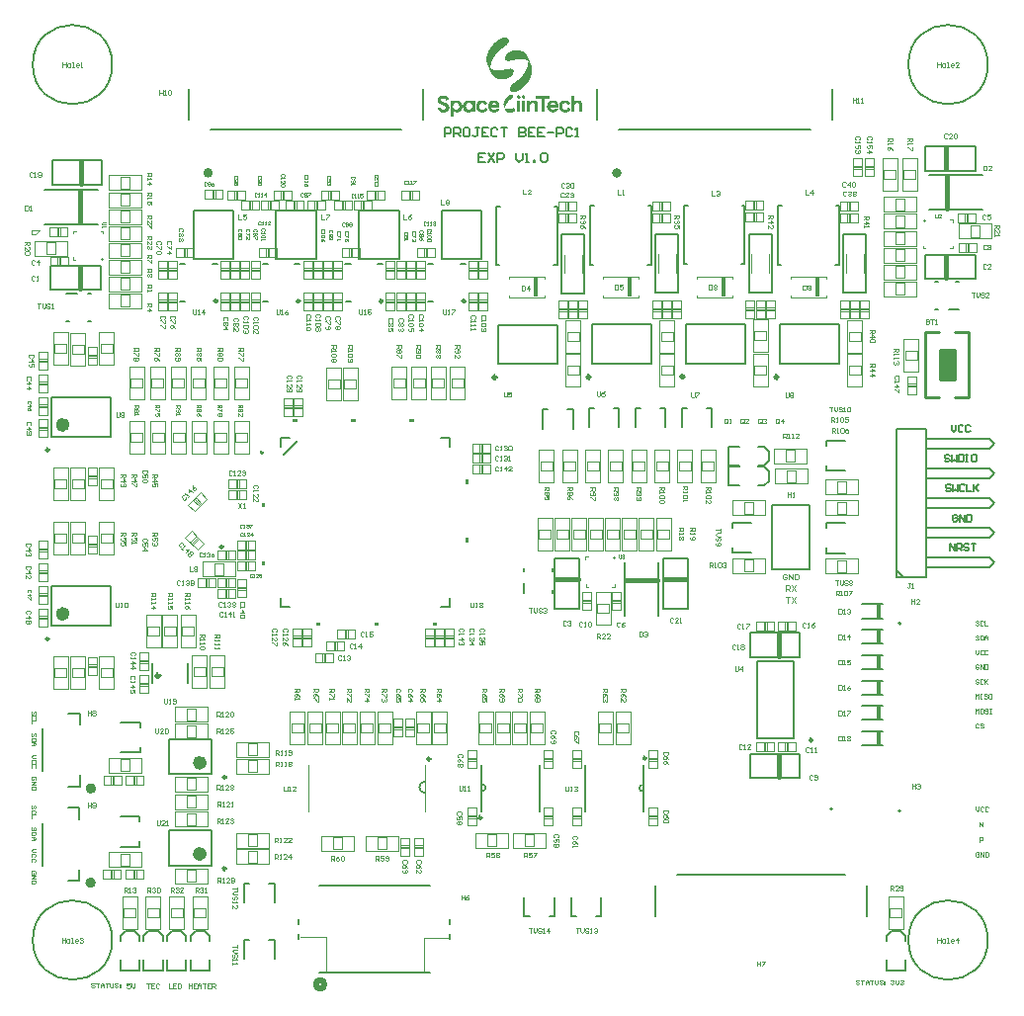
<source format=gbr>
G04*
G04 #@! TF.GenerationSoftware,Altium Limited,Altium Designer,24.1.2 (44)*
G04*
G04 Layer_Color=65535*
%FSLAX44Y44*%
%MOMM*%
G71*
G04*
G04 #@! TF.SameCoordinates,594C4E7E-5880-4872-9B90-1EBF5E6123A4*
G04*
G04*
G04 #@! TF.FilePolarity,Positive*
G04*
G01*
G75*
%ADD10C,0.2000*%
%ADD11C,0.2500*%
%ADD12C,0.3000*%
%ADD13C,0.4000*%
%ADD14C,0.6000*%
%ADD15C,0.2540*%
%ADD16C,0.5080*%
%ADD17C,0.1540*%
%ADD18C,0.1270*%
%ADD19C,0.2520*%
%ADD20C,0.3810*%
%ADD21C,0.1500*%
%ADD22C,0.1000*%
%ADD23C,0.1524*%
%ADD24C,0.0500*%
%ADD25C,0.1200*%
%ADD26C,0.1016*%
%ADD27C,0.1100*%
%ADD28C,0.0800*%
%ADD29R,0.4572X1.7526*%
%ADD30R,1.2700X2.5400*%
G36*
X421174Y823071D02*
X421216Y823057D01*
X421328Y823043D01*
X421509Y822959D01*
X421564Y822945D01*
X421781Y822924D01*
X421850Y822897D01*
X421871Y822876D01*
X421899Y822862D01*
X421941Y822848D01*
X421996Y822834D01*
X422080Y822820D01*
X422178Y822764D01*
X422205Y822736D01*
X422233Y822722D01*
X422261Y822694D01*
X422373Y822667D01*
X422456Y822653D01*
X422505Y822618D01*
X422519Y822590D01*
X422540Y822569D01*
X422568Y822555D01*
X422693Y822486D01*
X422721Y822444D01*
X422749Y822430D01*
X422874Y822360D01*
X422923Y822311D01*
X422930Y822290D01*
X422958Y822277D01*
X422986Y822249D01*
X423013Y822235D01*
X423034Y822214D01*
X423048Y822186D01*
X423111Y822123D01*
X423139Y822109D01*
X423174Y822075D01*
X423188Y822047D01*
X423250Y821970D01*
X423299Y821921D01*
X423327Y821852D01*
X423369Y821782D01*
X423438Y821712D01*
X423494Y821573D01*
X423522Y821545D01*
X423536Y821517D01*
X423564Y821489D01*
X423592Y821420D01*
X423613Y821273D01*
X423641Y821204D01*
X423661Y821183D01*
X423703Y821085D01*
X423717Y820988D01*
X423731Y820765D01*
X423745Y820723D01*
X423759Y820570D01*
X423801Y820472D01*
X423787Y820166D01*
X423745Y820068D01*
X423724Y819852D01*
X423710Y819629D01*
X423696Y819574D01*
X423633Y819455D01*
X423620Y819413D01*
X423592Y819302D01*
X423571Y819197D01*
X423515Y819114D01*
X423480Y819079D01*
X423452Y818981D01*
X423438Y818856D01*
X423341Y818759D01*
X423313Y818661D01*
X423271Y818591D01*
X423215Y818536D01*
X423188Y818466D01*
X423153Y818375D01*
X423118Y818341D01*
X423104Y818313D01*
X423021Y818159D01*
X422986Y818125D01*
X422958Y818111D01*
X422937Y818090D01*
X422867Y817964D01*
X422839Y817936D01*
X422825Y817909D01*
X422798Y817881D01*
X422742Y817783D01*
X422721Y817762D01*
X422700Y817755D01*
X422686Y817728D01*
X422658Y817700D01*
X422616Y817630D01*
X422582Y817595D01*
X422554Y817581D01*
X422519Y817546D01*
X422505Y817519D01*
X422380Y817393D01*
X422366Y817365D01*
X422143Y817142D01*
X422129Y817114D01*
X422066Y817038D01*
X421990Y816961D01*
X421976Y816933D01*
X421941Y816898D01*
X421913Y816885D01*
X421878Y816850D01*
X421864Y816822D01*
X421815Y816773D01*
X421787Y816759D01*
X421753Y816724D01*
X421739Y816696D01*
X421676Y816634D01*
X421648Y816620D01*
X421613Y816585D01*
X421599Y816557D01*
X421551Y816508D01*
X421523Y816495D01*
X421474Y816446D01*
X421460Y816418D01*
X421411Y816369D01*
X421383Y816355D01*
X421300Y816272D01*
X421230Y816230D01*
X421195Y816195D01*
X421181Y816167D01*
X421133Y816118D01*
X421105Y816104D01*
X421007Y816007D01*
X420979Y815993D01*
X420917Y815944D01*
X420903Y815916D01*
X420854Y815867D01*
X420826Y815854D01*
X420750Y815791D01*
X420736Y815763D01*
X420596Y815693D01*
X420575Y815673D01*
X420554Y815666D01*
X420541Y815638D01*
X420520Y815617D01*
X420492Y815603D01*
X420401Y815540D01*
X420387Y815512D01*
X420338Y815463D01*
X420311Y815450D01*
X420234Y815387D01*
X420213Y815352D01*
X420185Y815338D01*
X420088Y815268D01*
X420046Y815227D01*
X420018Y815213D01*
X419893Y815143D01*
X419809Y815059D01*
X419739Y815018D01*
X419656Y814934D01*
X419530Y814864D01*
X419488Y814823D01*
X419461Y814809D01*
X419342Y814746D01*
X419328Y814718D01*
X419280Y814669D01*
X419182Y814614D01*
X419161Y814593D01*
X419147Y814565D01*
X419126Y814544D01*
X419029Y814516D01*
X418959Y814474D01*
X418889Y814405D01*
X418792Y814349D01*
X418757Y814314D01*
X418743Y814286D01*
X418722Y814265D01*
X418632Y814230D01*
X418555Y814182D01*
X418513Y814140D01*
X418423Y814105D01*
X418367Y814049D01*
X418353Y814021D01*
X418332Y814000D01*
X418262Y813973D01*
X418193Y813931D01*
X418137Y813875D01*
X418012Y813805D01*
X417928Y813722D01*
X417858Y813680D01*
X417761Y813583D01*
X417705Y813569D01*
X417677Y813541D01*
X417649Y813527D01*
X417594Y813471D01*
X417468Y813401D01*
X417447Y813381D01*
X417434Y813353D01*
X417413Y813332D01*
X417343Y813290D01*
X417231Y813178D01*
X417162Y813137D01*
X417092Y813067D01*
X417022Y813039D01*
X416953Y812997D01*
X416869Y812914D01*
X416800Y812872D01*
X416779Y812851D01*
X416765Y812823D01*
X416730Y812788D01*
X416702Y812775D01*
X416639Y812726D01*
X416625Y812698D01*
X416590Y812663D01*
X416563Y812649D01*
X416486Y812586D01*
X416409Y812510D01*
X416381Y812496D01*
X416333Y812447D01*
X416326Y812426D01*
X416298Y812412D01*
X416270Y812384D01*
X416172Y812329D01*
X416089Y812245D01*
X416061Y812231D01*
X415964Y812134D01*
X415936Y812120D01*
X415859Y812071D01*
X415845Y812043D01*
X415769Y811966D01*
X415741Y811952D01*
X415720Y811932D01*
X415706Y811904D01*
X415629Y811827D01*
X415601Y811813D01*
X415580Y811792D01*
X415566Y811764D01*
X415532Y811730D01*
X415504Y811716D01*
X415441Y811667D01*
X415427Y811639D01*
X415364Y811576D01*
X415337Y811562D01*
X415302Y811527D01*
X415288Y811500D01*
X415225Y811437D01*
X415197Y811423D01*
X415176Y811402D01*
X415162Y811374D01*
X415100Y811311D01*
X415072Y811298D01*
X415037Y811263D01*
X415023Y811235D01*
X414960Y811172D01*
X414933Y811158D01*
X414898Y811123D01*
X414884Y811096D01*
X414821Y811033D01*
X414793Y811019D01*
X414772Y810998D01*
X414758Y810970D01*
X414696Y810908D01*
X414668Y810894D01*
X414633Y810859D01*
X414619Y810831D01*
X414556Y810768D01*
X414529Y810754D01*
X414508Y810733D01*
X414494Y810705D01*
X414431Y810643D01*
X414403Y810629D01*
X414368Y810594D01*
X414354Y810566D01*
X414292Y810503D01*
X414264Y810490D01*
X414229Y810455D01*
X414215Y810427D01*
X414118Y810329D01*
X414104Y810301D01*
X414027Y810225D01*
X413999Y810211D01*
X413978Y810190D01*
X413964Y810162D01*
X413888Y810086D01*
X413860Y810071D01*
X413839Y810051D01*
X413783Y809953D01*
X413762Y809932D01*
X413741Y809925D01*
X413727Y809897D01*
X413623Y809793D01*
X413602Y809786D01*
X413588Y809758D01*
X413532Y809660D01*
X413435Y809563D01*
X413421Y809535D01*
X413323Y809438D01*
X413268Y809340D01*
X413247Y809319D01*
X413219Y809305D01*
X413170Y809256D01*
X413156Y809229D01*
X413107Y809166D01*
X413079Y809152D01*
X413031Y809103D01*
X412989Y809034D01*
X412919Y808964D01*
X412850Y808839D01*
X412780Y808769D01*
X412724Y808671D01*
X412703Y808650D01*
X412675Y808636D01*
X412641Y808602D01*
X412627Y808574D01*
X412564Y808497D01*
X412515Y808462D01*
X412459Y808365D01*
X412376Y808281D01*
X412341Y808191D01*
X412320Y808170D01*
X412306Y808142D01*
X412264Y808114D01*
X412251Y808086D01*
X412181Y807989D01*
X412111Y807919D01*
X412055Y807821D01*
X412034Y807786D01*
X412007Y807773D01*
X411972Y807710D01*
X411916Y807612D01*
X411846Y807543D01*
X411791Y807445D01*
X411707Y807362D01*
X411679Y807292D01*
X411665Y807264D01*
X411637Y807236D01*
X411623Y807208D01*
X411582Y807167D01*
X411554Y807097D01*
X411540Y807069D01*
X411442Y806972D01*
X411414Y806902D01*
X411373Y806832D01*
X411331Y806790D01*
X411317Y806762D01*
X411247Y806637D01*
X411226Y806616D01*
X411199Y806602D01*
X411178Y806581D01*
X411122Y806428D01*
X411038Y806345D01*
X411003Y806254D01*
X410969Y806205D01*
X410948Y806184D01*
X410927Y806177D01*
X410899Y806108D01*
X410864Y806017D01*
X410836Y805975D01*
X410808Y805961D01*
X410788Y805940D01*
X410774Y805913D01*
X410746Y805843D01*
X410690Y805745D01*
X410648Y805704D01*
X410600Y805571D01*
X410509Y805481D01*
X410474Y805334D01*
X410370Y805230D01*
X410356Y805174D01*
X410342Y805091D01*
X410244Y804993D01*
X410216Y804923D01*
X410195Y804847D01*
X410161Y804798D01*
X410105Y804742D01*
X410084Y804652D01*
X410070Y804596D01*
X410021Y804519D01*
X409966Y804464D01*
X409931Y804317D01*
X409896Y804268D01*
X409840Y804213D01*
X409798Y804046D01*
X409736Y803969D01*
X409701Y803934D01*
X409680Y803844D01*
X409673Y803823D01*
Y803809D01*
X409617Y803711D01*
X409575Y803669D01*
X409548Y803558D01*
X409534Y803474D01*
X409471Y803398D01*
X409450Y803377D01*
X409422Y803279D01*
X409401Y803175D01*
X409366Y803126D01*
X409325Y803084D01*
X409297Y803015D01*
X409283Y802959D01*
X409269Y802861D01*
X409171Y802708D01*
X409151Y802617D01*
X409137Y802548D01*
X409116Y802499D01*
X409074Y802457D01*
X409060Y802429D01*
X409032Y802360D01*
X409018Y802304D01*
X409004Y802179D01*
X408948Y802081D01*
X408921Y802053D01*
X408893Y801984D01*
X408872Y801823D01*
X408837Y801733D01*
X408781Y801649D01*
X408753Y801538D01*
X408732Y801405D01*
X408705Y801336D01*
X408649Y801252D01*
X408628Y801176D01*
X408614Y801036D01*
X408600Y800980D01*
X408565Y800890D01*
X408489Y800716D01*
X408475Y800493D01*
X408461Y800437D01*
X408412Y800305D01*
X408349Y800158D01*
X408328Y799915D01*
X408315Y799845D01*
X408273Y799734D01*
X408238Y799657D01*
X408210Y799462D01*
X408196Y799225D01*
X408182Y799183D01*
X408133Y799051D01*
X408112Y798988D01*
X408098Y798932D01*
X408071Y798417D01*
X408057Y798375D01*
X408064Y798284D01*
X408050Y798201D01*
X408015Y798082D01*
X408001Y798027D01*
X408015Y797929D01*
X408001Y797846D01*
X407959Y797748D01*
X407973Y796954D01*
X408008Y796905D01*
X408036Y796891D01*
X408161Y796822D01*
X408245Y796738D01*
X408315Y796696D01*
X408349Y796661D01*
X408363Y796633D01*
X408384Y796612D01*
X408482Y796557D01*
X408503Y796536D01*
X408517Y796508D01*
X408537Y796487D01*
X408635Y796459D01*
X408705Y796417D01*
X408774Y796348D01*
X408900Y796278D01*
X408955Y796222D01*
X409109Y796167D01*
X409192Y796083D01*
X409290Y796055D01*
X409387Y796000D01*
X409443Y795944D01*
X409499Y795930D01*
X409589Y795909D01*
X409638Y795874D01*
X409694Y795818D01*
X409791Y795790D01*
X409903Y795777D01*
X409979Y795714D01*
X410014Y795679D01*
X410112Y795665D01*
X410223Y795637D01*
X410363Y795540D01*
X410460Y795526D01*
X410586Y795512D01*
X410718Y795421D01*
X410794Y795400D01*
X410934Y795386D01*
X411038Y795366D01*
X411087Y795345D01*
X411171Y795289D01*
X411282Y795261D01*
X411491Y795247D01*
X411533Y795233D01*
X411658Y795178D01*
X411728Y795150D01*
X411867Y795136D01*
X411965Y795122D01*
X412251Y795101D01*
X412334Y795087D01*
X412453Y795052D01*
X412508Y795038D01*
X412606Y795024D01*
X412794Y795003D01*
X413100Y794989D01*
X413226Y794975D01*
X413386Y794968D01*
X413414Y794982D01*
X413456Y794968D01*
X413693Y794955D01*
X413762Y794927D01*
X413818Y794913D01*
X413999Y794927D01*
X414814Y794920D01*
X414898Y794934D01*
X414974Y794955D01*
X415030Y794968D01*
X415211Y794982D01*
X415253Y794968D01*
X415594Y794989D01*
X416012Y795003D01*
X416117Y795010D01*
X416131Y794996D01*
X416172Y795010D01*
X416284Y795024D01*
X416326Y795038D01*
X416381Y795052D01*
X416507Y795066D01*
X416549Y795080D01*
X416604Y795094D01*
X416744Y795108D01*
X416841Y795122D01*
X417266Y795143D01*
X417336Y795171D01*
X417426Y795205D01*
X417482Y795219D01*
X417629Y795240D01*
X417817Y795261D01*
X418081Y795275D01*
X418262Y795359D01*
X418360Y795372D01*
X418541Y795386D01*
X418680Y795400D01*
X418799Y795421D01*
X418910Y795463D01*
X418973Y795484D01*
X419085Y795512D01*
X419266Y795526D01*
X419412Y795547D01*
X419482Y795574D01*
X419572Y795609D01*
X419670Y795637D01*
X419725Y795651D01*
X419907Y795665D01*
X420039Y795686D01*
X420108Y795714D01*
X420171Y795749D01*
X420241Y795777D01*
X420338Y795790D01*
X420575Y795804D01*
X420784Y795902D01*
X420882Y795916D01*
X420938Y795930D01*
X421160Y795944D01*
X421314Y796013D01*
X421481Y796055D01*
X421753Y796076D01*
X421836Y796090D01*
X421948Y796132D01*
X422024Y796167D01*
X422080Y796181D01*
X422219Y796195D01*
X422484Y796208D01*
X422637Y796278D01*
X422749Y796306D01*
X422930Y796320D01*
X422986Y796334D01*
X423306Y796348D01*
X423404Y796390D01*
X423459Y796404D01*
X423585Y796417D01*
X423654Y796445D01*
X423877Y796459D01*
X424455Y796480D01*
X424511Y796494D01*
X424630Y796529D01*
X425438Y796515D01*
X425508Y796487D01*
X425647Y796473D01*
X426030Y796452D01*
X426114Y796438D01*
X426183Y796424D01*
X426253Y796397D01*
X426288Y796362D01*
X426385Y796334D01*
X426552Y796320D01*
X426650Y796250D01*
X426678Y796222D01*
X426748Y796195D01*
X426831Y796181D01*
X426908Y796118D01*
X426929Y796097D01*
X427054Y796027D01*
X427089Y795993D01*
X427096Y795972D01*
X427124Y795958D01*
X427151Y795930D01*
X427179Y795916D01*
X427368Y795728D01*
X427381Y795700D01*
X427416Y795665D01*
X427437Y795658D01*
X427451Y795630D01*
X427542Y795498D01*
X427590Y795449D01*
X427618Y795338D01*
X427646Y795268D01*
X427716Y795171D01*
X427730Y795115D01*
X427744Y795017D01*
X427779Y794857D01*
X427806Y794787D01*
X427855Y794669D01*
X427869Y794348D01*
X427883Y794307D01*
X427869Y793958D01*
X427855Y793916D01*
X427841Y793666D01*
X427785Y793540D01*
X427758Y793443D01*
X427744Y793262D01*
X427723Y793102D01*
X427681Y793018D01*
X427660Y792997D01*
X427632Y792927D01*
X427618Y792872D01*
X427604Y792774D01*
X427590Y792691D01*
X427521Y792593D01*
X427493Y792565D01*
X427479Y792467D01*
X427451Y792342D01*
X427381Y792272D01*
X427354Y792203D01*
X427333Y792112D01*
X427312Y792064D01*
X427242Y791994D01*
X427214Y791924D01*
X427193Y791848D01*
X427159Y791799D01*
X427089Y791729D01*
X427075Y791673D01*
X427054Y791597D01*
X427019Y791548D01*
X426977Y791520D01*
X426963Y791492D01*
X426908Y791395D01*
X426859Y791346D01*
X426838Y791339D01*
X426810Y791269D01*
X426775Y791179D01*
X426685Y791088D01*
X426671Y791060D01*
X426608Y790984D01*
X426545Y790921D01*
X426531Y790893D01*
X426497Y790844D01*
X426469Y790830D01*
X426420Y790782D01*
X426406Y790754D01*
X426378Y790726D01*
X426371Y790705D01*
X426343Y790691D01*
X426281Y790628D01*
X426267Y790601D01*
X426232Y790566D01*
X426204Y790552D01*
X426155Y790503D01*
X426141Y790475D01*
X426093Y790426D01*
X426065Y790413D01*
X426016Y790364D01*
X426002Y790336D01*
X425967Y790301D01*
X425939Y790287D01*
X425891Y790238D01*
X425877Y790210D01*
X425828Y790162D01*
X425800Y790148D01*
X425689Y790036D01*
X425661Y790022D01*
X425626Y790001D01*
X425612Y789974D01*
X425549Y789911D01*
X425521Y789897D01*
X425410Y789786D01*
X425340Y789744D01*
X425257Y789660D01*
X425131Y789590D01*
X425076Y789535D01*
X424950Y789465D01*
X424867Y789381D01*
X424776Y789347D01*
X424727Y789312D01*
X424685Y789270D01*
X424616Y789242D01*
X424546Y789200D01*
X424476Y789131D01*
X424407Y789103D01*
X424351Y789089D01*
X424274Y789026D01*
X424240Y788991D01*
X424107Y788942D01*
X424024Y788873D01*
X423961Y788852D01*
X423905Y788838D01*
X423780Y788768D01*
X423738Y788727D01*
X423627Y788699D01*
X423529Y788643D01*
X423501Y788615D01*
X423473Y788601D01*
X423404Y788573D01*
X423320Y788559D01*
X423250Y788518D01*
X423209Y788476D01*
X423139Y788448D01*
X422979Y788413D01*
X422930Y788378D01*
X422902Y788350D01*
X422832Y788323D01*
X422777Y788309D01*
X422644Y788288D01*
X422568Y788239D01*
X422526Y788197D01*
X422414Y788169D01*
X422275Y788155D01*
X422136Y788058D01*
X422038Y788044D01*
X421864Y788023D01*
X421794Y787995D01*
X421690Y787932D01*
X421634Y787918D01*
X421537Y787905D01*
X421397Y787891D01*
X421244Y787821D01*
X421147Y787793D01*
X421049Y787779D01*
X420993Y787765D01*
X420812Y787751D01*
X420659Y787682D01*
X420547Y787654D01*
X420408Y787640D01*
X420157Y787626D01*
X420116Y787612D01*
X419976Y787598D01*
X419823Y787528D01*
X419725Y787514D01*
X419294Y787501D01*
X419238Y787487D01*
X418994Y787494D01*
X418827Y787480D01*
X418743Y787466D01*
X417092Y787459D01*
X417050Y787473D01*
X416869Y787487D01*
X416765Y787494D01*
X416549Y787487D01*
X416507Y787501D01*
X416033Y787514D01*
X415991Y787528D01*
X415859Y787549D01*
X415803Y787563D01*
X415643Y787612D01*
X415587Y787626D01*
X415295Y787640D01*
X415253Y787654D01*
X415100Y787668D01*
X414988Y787737D01*
X414821Y787765D01*
X414612Y787779D01*
X414570Y787793D01*
X414361Y787891D01*
X414264Y787905D01*
X414097Y787918D01*
X413964Y788009D01*
X413888Y788030D01*
X413748Y788044D01*
X413693Y788058D01*
X413553Y788155D01*
X413498Y788169D01*
X413351Y788204D01*
X413268Y788260D01*
X413177Y788295D01*
X413065Y788323D01*
X412989Y788385D01*
X412968Y788406D01*
X412898Y788434D01*
X412843Y788448D01*
X412766Y788469D01*
X412745Y788490D01*
X412717Y788504D01*
X412689Y788531D01*
X412592Y788573D01*
X412536Y788587D01*
X412459Y788650D01*
X412439Y788671D01*
X412369Y788699D01*
X412313Y788713D01*
X412216Y788768D01*
X412174Y788810D01*
X412042Y788859D01*
X411993Y788894D01*
X411972Y788915D01*
X411958Y788942D01*
X411895Y788977D01*
X411798Y789033D01*
X411770Y789061D01*
X411742Y789075D01*
X411617Y789145D01*
X411519Y789242D01*
X411491Y789256D01*
X411414Y789319D01*
X411401Y789347D01*
X411380Y789368D01*
X411352Y789381D01*
X411254Y789437D01*
X411213Y789479D01*
X411087Y789549D01*
X411003Y789632D01*
X410976Y789646D01*
X410913Y789695D01*
X410899Y789723D01*
X410822Y789799D01*
X410794Y789813D01*
X410697Y789911D01*
X410669Y789925D01*
X410620Y789974D01*
X410606Y790001D01*
X410572Y790036D01*
X410544Y790050D01*
X410481Y790113D01*
X410467Y790141D01*
X410356Y790252D01*
X410342Y790280D01*
X410293Y790329D01*
X410265Y790343D01*
X410244Y790364D01*
X410230Y790392D01*
X410105Y790517D01*
X410070Y790608D01*
X410049Y790628D01*
X410035Y790656D01*
X409993Y790698D01*
X409938Y790796D01*
X409840Y790893D01*
X409826Y790921D01*
X409763Y790998D01*
X409701Y791060D01*
X409645Y791158D01*
X409603Y791200D01*
X409589Y791227D01*
X409520Y791353D01*
X409485Y791388D01*
X409464Y791395D01*
X409450Y791423D01*
X409366Y791576D01*
X409311Y791659D01*
X409269Y791771D01*
X409234Y791820D01*
X409206Y791834D01*
X409171Y791910D01*
X409137Y792001D01*
X409032Y792105D01*
X408997Y792252D01*
X408976Y792272D01*
X408962Y792300D01*
X408921Y792342D01*
X408893Y792412D01*
X408823Y792537D01*
X408781Y792579D01*
X408732Y792711D01*
X408642Y792802D01*
X408621Y792879D01*
X408607Y792934D01*
X408586Y792983D01*
X408523Y793060D01*
X408503Y793122D01*
X408489Y793178D01*
X408461Y793248D01*
X408391Y793317D01*
X408377Y793345D01*
X408363Y793387D01*
X408349Y793443D01*
X408315Y793533D01*
X408252Y793596D01*
X408224Y793708D01*
X408196Y793777D01*
X408161Y793826D01*
X408133Y793840D01*
X408098Y793903D01*
X408085Y793958D01*
X408064Y794035D01*
X407994Y794146D01*
X407959Y794237D01*
X407938Y794314D01*
X407890Y794390D01*
X407848Y794432D01*
X407820Y794502D01*
X407806Y794599D01*
X407778Y794669D01*
X407722Y794725D01*
X407708Y794753D01*
X407681Y794822D01*
X407660Y794899D01*
X407611Y794975D01*
X407583Y795003D01*
X407555Y795073D01*
X407520Y795219D01*
X407465Y795303D01*
X407444Y795324D01*
X407416Y795421D01*
X407395Y795512D01*
X407374Y795533D01*
X407360Y795561D01*
X407304Y795616D01*
X407284Y795693D01*
X407256Y795846D01*
X407235Y795867D01*
X407221Y795895D01*
X407179Y795923D01*
X407151Y795993D01*
X407137Y796090D01*
X407116Y796167D01*
X407040Y796243D01*
X407012Y796355D01*
X406998Y796452D01*
X406900Y796592D01*
X406866Y796808D01*
X406810Y796891D01*
X406789Y796912D01*
X406761Y796982D01*
X406747Y797065D01*
X406691Y797163D01*
X406650Y797205D01*
X406622Y797302D01*
X406608Y797441D01*
X406545Y797518D01*
X406496Y797567D01*
X406475Y797657D01*
X406461Y797741D01*
X406434Y797811D01*
X406399Y797846D01*
X406371Y797915D01*
X406357Y797971D01*
X406322Y798117D01*
X406287Y798166D01*
X406231Y798222D01*
X406218Y798278D01*
X406204Y798375D01*
X406190Y798445D01*
X406127Y798521D01*
X406092Y798612D01*
X406078Y798751D01*
X406064Y798793D01*
X406023Y798863D01*
X405967Y798946D01*
X405939Y799058D01*
X405918Y799162D01*
X405897Y799211D01*
X405827Y799308D01*
X405800Y799504D01*
X405779Y799580D01*
X405716Y799643D01*
X405688Y799713D01*
X405674Y799768D01*
X405660Y799880D01*
X405563Y800033D01*
X405542Y800179D01*
X405507Y800270D01*
X405479Y800298D01*
X405465Y800326D01*
X405437Y800353D01*
X405410Y800451D01*
X405396Y800590D01*
X405326Y800688D01*
X405298Y800785D01*
X405277Y800959D01*
X405263Y801029D01*
X405235Y801099D01*
X405201Y801148D01*
X405145Y801273D01*
X405124Y801447D01*
X405110Y801503D01*
X405082Y801573D01*
X405019Y801719D01*
X404991Y802025D01*
X404936Y802123D01*
X404894Y802220D01*
X404880Y802318D01*
X404866Y802457D01*
X404845Y802743D01*
X404831Y802827D01*
X404796Y802945D01*
X404783Y803084D01*
X404755Y803460D01*
X404769Y805690D01*
X404783Y805732D01*
X404796Y805954D01*
X404824Y806024D01*
X404838Y806219D01*
X404852Y806261D01*
X404866Y806400D01*
X404880Y806762D01*
X404894Y806804D01*
X404915Y806895D01*
X404964Y807013D01*
X404991Y807111D01*
X405005Y807208D01*
X405019Y807390D01*
X405033Y807473D01*
X405103Y807626D01*
X405117Y807682D01*
X405131Y807780D01*
X405152Y808009D01*
X405180Y808079D01*
X405215Y808128D01*
X405270Y808253D01*
X405291Y808483D01*
X405319Y808553D01*
X405382Y808671D01*
X405396Y808727D01*
X405410Y808866D01*
X405451Y808978D01*
X405521Y809075D01*
X405549Y809242D01*
X405570Y809347D01*
X405646Y809493D01*
X405660Y809549D01*
X405681Y809681D01*
X405709Y809751D01*
X405730Y809772D01*
X405744Y809800D01*
X405772Y809828D01*
X405800Y809897D01*
X405814Y809995D01*
X405827Y810051D01*
X405855Y810120D01*
X405925Y810218D01*
X405946Y810308D01*
X405960Y810364D01*
X406030Y810476D01*
X406050Y810497D01*
X406078Y810594D01*
X406092Y810719D01*
X406162Y810817D01*
X406190Y810887D01*
X406204Y810942D01*
X406225Y811033D01*
X406273Y811109D01*
X406315Y811151D01*
X406343Y811221D01*
X406364Y811311D01*
X406413Y811388D01*
X406468Y811472D01*
X406489Y811590D01*
X406510Y811639D01*
X406580Y811709D01*
X406608Y811778D01*
X406629Y811869D01*
X406656Y811938D01*
X406719Y812001D01*
X406733Y812057D01*
X406775Y812168D01*
X406858Y812252D01*
X406886Y812322D01*
X406907Y812412D01*
X406928Y812433D01*
X406942Y812461D01*
X406984Y812503D01*
X407040Y812656D01*
X407109Y812726D01*
X407137Y812795D01*
X407172Y812886D01*
X407263Y812977D01*
X407318Y813130D01*
X407402Y813213D01*
X407416Y813269D01*
X407451Y813360D01*
X407486Y813408D01*
X407527Y813450D01*
X407611Y813604D01*
X407639Y813617D01*
X407653Y813645D01*
X407681Y813715D01*
X407715Y813805D01*
X407792Y813882D01*
X407876Y814035D01*
X407931Y814091D01*
X407952Y814168D01*
X407987Y814217D01*
X408071Y814300D01*
X408140Y814426D01*
X408182Y814467D01*
X408196Y814495D01*
X408266Y814621D01*
X408315Y814655D01*
X408349Y814690D01*
X408419Y814816D01*
X408461Y814857D01*
X408496Y814948D01*
X408544Y815025D01*
X408614Y815094D01*
X408656Y815164D01*
X408705Y815213D01*
X408726Y815220D01*
X408739Y815247D01*
X408795Y815345D01*
X408823Y815373D01*
X408837Y815401D01*
X408879Y815443D01*
X408935Y815540D01*
X409018Y815624D01*
X409060Y815693D01*
X409095Y815728D01*
X409123Y815742D01*
X409143Y815763D01*
X409157Y815791D01*
X409283Y815972D01*
X409339Y816069D01*
X409408Y816139D01*
X409422Y816167D01*
X409485Y816244D01*
X409520Y816265D01*
X409534Y816292D01*
X409562Y816320D01*
X409575Y816348D01*
X409687Y816460D01*
X409701Y816488D01*
X409812Y816599D01*
X409882Y816724D01*
X410077Y816919D01*
X410133Y817017D01*
X410154Y817038D01*
X410182Y817052D01*
X410356Y817226D01*
X410397Y817296D01*
X410418Y817317D01*
X410446Y817330D01*
X410509Y817393D01*
X410523Y817421D01*
X410544Y817442D01*
X410572Y817456D01*
X410634Y817519D01*
X410648Y817546D01*
X410683Y817581D01*
X410711Y817595D01*
X410774Y817658D01*
X410788Y817686D01*
X410871Y817769D01*
X410885Y817797D01*
X410962Y817874D01*
X410990Y817888D01*
X411024Y817923D01*
X411038Y817951D01*
X411087Y817999D01*
X411115Y818013D01*
X411150Y818048D01*
X411164Y818076D01*
X411226Y818139D01*
X411254Y818152D01*
X411289Y818187D01*
X411303Y818215D01*
X411352Y818264D01*
X411380Y818278D01*
X411414Y818313D01*
X411428Y818341D01*
X411477Y818389D01*
X411505Y818403D01*
X411617Y818515D01*
X411644Y818529D01*
X411707Y818591D01*
X411721Y818619D01*
X411756Y818654D01*
X411784Y818668D01*
X411846Y818731D01*
X411860Y818759D01*
X411881Y818780D01*
X411909Y818793D01*
X411972Y818856D01*
X411986Y818884D01*
X412007Y818905D01*
X412034Y818919D01*
X412111Y818981D01*
X412251Y819121D01*
X412264Y819149D01*
X412285Y819170D01*
X412313Y819184D01*
X412411Y819253D01*
X412466Y819309D01*
X412494Y819323D01*
X412606Y819434D01*
X412634Y819448D01*
X412731Y819518D01*
X412801Y819588D01*
X412829Y819602D01*
X412891Y819650D01*
X412905Y819678D01*
X412954Y819727D01*
X413024Y819769D01*
X413045Y819790D01*
X413059Y819817D01*
X413093Y819852D01*
X413191Y819908D01*
X413247Y819964D01*
X413400Y820047D01*
X413456Y820103D01*
X413484Y820117D01*
X413560Y820180D01*
X413609Y820242D01*
X413707Y820298D01*
X413741Y820333D01*
X413748Y820354D01*
X413776Y820368D01*
X413874Y820424D01*
X413901Y820451D01*
X413922Y820458D01*
X413929Y820479D01*
X413957Y820493D01*
X414090Y820584D01*
X414104Y820612D01*
X414138Y820646D01*
X414166Y820660D01*
X414264Y820730D01*
X414306Y820772D01*
X414375Y820800D01*
X414473Y820855D01*
X414501Y820883D01*
X414529Y820897D01*
X414633Y820960D01*
X414647Y820988D01*
X414710Y821050D01*
X414800Y821085D01*
X414849Y821120D01*
X414905Y821176D01*
X415030Y821246D01*
X415051Y821266D01*
X415065Y821294D01*
X415141Y821329D01*
X415197Y821343D01*
X415295Y821399D01*
X415337Y821441D01*
X415434Y821496D01*
X415518Y821580D01*
X415594Y821601D01*
X415664Y821629D01*
X415706Y821671D01*
X415720Y821698D01*
X415741Y821719D01*
X415810Y821747D01*
X415880Y821789D01*
X415964Y821845D01*
X416019Y821859D01*
X416110Y821893D01*
X416131Y821914D01*
X416159Y821928D01*
X416200Y821970D01*
X416340Y822026D01*
X416409Y822095D01*
X416479Y822123D01*
X416577Y822137D01*
X416674Y822193D01*
X416716Y822235D01*
X416855Y822277D01*
X416925Y822318D01*
X417022Y822388D01*
X417162Y822402D01*
X417252Y822437D01*
X417329Y822513D01*
X417440Y822541D01*
X417552Y822555D01*
X417691Y822653D01*
X417970Y822681D01*
X418067Y822736D01*
X418095Y822764D01*
X418165Y822792D01*
X418221Y822806D01*
X418402Y822820D01*
X418444Y822834D01*
X418513Y822862D01*
X418611Y822904D01*
X418722Y822931D01*
X418973Y822945D01*
X419015Y822959D01*
X419154Y823001D01*
X419210Y823015D01*
X419349Y823057D01*
X419530Y823071D01*
X419746Y823078D01*
X419920Y823071D01*
X419962Y823085D01*
X421174Y823071D01*
D02*
G37*
G36*
X430997Y812203D02*
X431610Y812189D01*
X431707Y812148D01*
X431958Y812161D01*
X432028Y812134D01*
X432084Y812120D01*
X432746Y812099D01*
X432815Y812085D01*
X432892Y812050D01*
X432962Y812022D01*
X433052Y812001D01*
X433129Y811980D01*
X433268Y811966D01*
X433463Y811952D01*
X433533Y811925D01*
X433658Y811869D01*
X433756Y811855D01*
X433811Y811841D01*
X434034Y811827D01*
X434132Y811757D01*
X434202Y811716D01*
X434257Y811702D01*
X434452Y811688D01*
X434578Y811618D01*
X434647Y811590D01*
X434745Y811576D01*
X434835Y811555D01*
X434884Y811534D01*
X434954Y811465D01*
X435023Y811437D01*
X435170Y811416D01*
X435281Y811346D01*
X435372Y811311D01*
X435448Y811291D01*
X435497Y811256D01*
X435567Y811186D01*
X435664Y811172D01*
X435720Y811158D01*
X435790Y811116D01*
X435873Y811061D01*
X436006Y811012D01*
X436054Y810977D01*
X436075Y810956D01*
X436082Y810935D01*
X436152Y810908D01*
X436229Y810887D01*
X436278Y810852D01*
X436319Y810810D01*
X436389Y810782D01*
X436465Y810761D01*
X436521Y810705D01*
X436535Y810678D01*
X436598Y810643D01*
X436695Y810587D01*
X436716Y810566D01*
X436730Y810538D01*
X436835Y810476D01*
X436863Y810462D01*
X436932Y810392D01*
X437058Y810322D01*
X437155Y810225D01*
X437183Y810211D01*
X437309Y810086D01*
X437378Y810044D01*
X437413Y809995D01*
X437434Y809974D01*
X437462Y809960D01*
X437510Y809911D01*
X437524Y809883D01*
X437559Y809849D01*
X437587Y809835D01*
X437615Y809807D01*
X437643Y809793D01*
X437678Y809744D01*
X437727Y809695D01*
X437824Y809640D01*
X437873Y809591D01*
X437887Y809563D01*
X437956Y809465D01*
X438054Y809368D01*
X438068Y809340D01*
X438089Y809319D01*
X438117Y809305D01*
X438193Y809229D01*
X438207Y809201D01*
X438291Y809117D01*
X438305Y809089D01*
X438326Y809054D01*
X438353Y809041D01*
X438430Y808964D01*
X438444Y808936D01*
X438479Y808887D01*
X438507Y808873D01*
X438555Y808824D01*
X438625Y808699D01*
X438681Y808643D01*
X438750Y808518D01*
X438771Y808497D01*
X438799Y808483D01*
X438820Y808462D01*
X438890Y808337D01*
X438946Y808281D01*
X439029Y808128D01*
X439057Y808100D01*
X439071Y808072D01*
X439141Y807947D01*
X439210Y807877D01*
X439231Y807801D01*
X439259Y807731D01*
X439273Y807703D01*
X439301Y807689D01*
X439364Y807626D01*
X439398Y807480D01*
X439433Y807431D01*
X439454Y807410D01*
X439475Y807403D01*
X439503Y807334D01*
X439517Y807222D01*
X439580Y807160D01*
X439607Y807146D01*
X439642Y807069D01*
X439656Y807013D01*
X439684Y806944D01*
X439754Y806874D01*
X439768Y806818D01*
X439789Y806714D01*
X439858Y806630D01*
X439893Y806595D01*
X439921Y806484D01*
X439949Y806414D01*
X440005Y806358D01*
X440018Y806331D01*
X440032Y806289D01*
X440046Y806233D01*
X440060Y806163D01*
X440109Y806101D01*
X440137Y806087D01*
X440158Y806066D01*
X440186Y805968D01*
X440200Y805913D01*
X440262Y805836D01*
X440311Y805745D01*
X440346Y805655D01*
X440401Y805571D01*
X440422Y805550D01*
X440450Y805439D01*
X440471Y805348D01*
X440527Y805265D01*
X440548Y805244D01*
X440576Y805174D01*
X440597Y805070D01*
X440631Y805021D01*
X440687Y804965D01*
X440715Y804854D01*
X440729Y804784D01*
X440792Y804707D01*
X440813Y804687D01*
X440840Y804617D01*
X440875Y804471D01*
X440910Y804422D01*
X440952Y804380D01*
X440980Y804310D01*
X441001Y804192D01*
X441021Y804143D01*
X441042Y804108D01*
X441070Y804094D01*
X441105Y804032D01*
X441119Y803934D01*
X441133Y803878D01*
X441147Y803851D01*
X441231Y803767D01*
X441245Y803669D01*
X441265Y803579D01*
X441300Y803530D01*
X441342Y803488D01*
X441370Y803419D01*
X441384Y803363D01*
X441405Y803258D01*
X441426Y803210D01*
X441481Y803154D01*
X441509Y803084D01*
X441523Y802987D01*
X441544Y802910D01*
X441593Y802833D01*
X441635Y802764D01*
X441648Y802708D01*
X441683Y802562D01*
X441760Y802485D01*
X441788Y802388D01*
X441809Y802269D01*
X441857Y802193D01*
X441913Y802067D01*
X441927Y801970D01*
X441962Y801879D01*
X441983Y801858D01*
X441997Y801830D01*
X442025Y801803D01*
X442066Y801635D01*
X442101Y801545D01*
X442164Y801440D01*
X442178Y801343D01*
X442192Y801287D01*
X442248Y801189D01*
X442303Y801134D01*
X442317Y801078D01*
X442331Y800911D01*
X442394Y800834D01*
X442429Y800771D01*
X442443Y800674D01*
X442464Y800569D01*
X442491Y800500D01*
X442540Y800451D01*
X442568Y800381D01*
X442582Y800326D01*
X442596Y800228D01*
X442631Y800137D01*
X442652Y800117D01*
X442666Y800089D01*
X442693Y800061D01*
X442707Y800005D01*
X442735Y799796D01*
X442833Y799657D01*
X442854Y799566D01*
X442868Y799497D01*
X442882Y799441D01*
X442972Y799267D01*
X443000Y799030D01*
X443097Y798877D01*
X443111Y798821D01*
X443153Y798626D01*
X443223Y798514D01*
X443244Y798424D01*
X443258Y798298D01*
X443272Y798215D01*
X443299Y798145D01*
X443320Y798124D01*
X443334Y798096D01*
X443376Y797999D01*
X443390Y797901D01*
X443404Y797734D01*
X443502Y797525D01*
X443522Y797309D01*
X443550Y797128D01*
X443564Y797044D01*
X443578Y796975D01*
X443606Y796905D01*
X443641Y796829D01*
X443662Y796264D01*
X443676Y795804D01*
X443690Y795735D01*
X443704Y795498D01*
X443697Y794920D01*
X443711Y794878D01*
X443697Y794753D01*
X443683Y794711D01*
X443669Y794655D01*
X443655Y793763D01*
X443641Y793721D01*
X443627Y793526D01*
X443599Y793457D01*
X443585Y793401D01*
X443564Y793310D01*
X443529Y793192D01*
X443516Y793053D01*
X443502Y792788D01*
X443488Y792746D01*
X443439Y792614D01*
X443425Y792558D01*
X443411Y792488D01*
X443390Y792300D01*
X443376Y792091D01*
X443307Y791966D01*
X443265Y791868D01*
X443251Y791771D01*
X443237Y791576D01*
X443209Y791506D01*
X443195Y791478D01*
X443139Y791353D01*
X443125Y791297D01*
X443111Y791088D01*
X443000Y790851D01*
X442986Y790796D01*
X442965Y790677D01*
X442937Y790608D01*
X442888Y790517D01*
X442861Y790419D01*
X442840Y790259D01*
X442812Y790190D01*
X442763Y790141D01*
X442735Y790071D01*
X442721Y790015D01*
X442700Y789897D01*
X442638Y789779D01*
X442610Y789709D01*
X442568Y789542D01*
X442471Y789402D01*
X442443Y789291D01*
X442429Y789179D01*
X442345Y789054D01*
X442331Y788998D01*
X442310Y788880D01*
X442276Y788831D01*
X442206Y788761D01*
X442192Y788706D01*
X442164Y788580D01*
X442080Y788455D01*
X442053Y788357D01*
X442039Y788274D01*
X441976Y788197D01*
X441927Y788148D01*
X441913Y788093D01*
X441892Y788002D01*
X441857Y787953D01*
X441816Y787912D01*
X441788Y787842D01*
X441767Y787737D01*
X441697Y787654D01*
X441662Y787619D01*
X441621Y787452D01*
X441565Y787396D01*
X441551Y787368D01*
X441523Y787299D01*
X441481Y787187D01*
X441412Y787117D01*
X441370Y787020D01*
X441356Y786964D01*
X441300Y786908D01*
X441286Y786880D01*
X441203Y786727D01*
X441133Y786658D01*
X441119Y786602D01*
X441098Y786511D01*
X441063Y786462D01*
X440994Y786393D01*
X440966Y786323D01*
X440924Y786254D01*
X440882Y786212D01*
X440826Y786072D01*
X440778Y786010D01*
X440757Y786003D01*
X440743Y785975D01*
X440715Y785905D01*
X440701Y785836D01*
X440590Y785724D01*
X440520Y785599D01*
X440464Y785543D01*
X440429Y785452D01*
X440409Y785432D01*
X440395Y785404D01*
X440325Y785334D01*
X440241Y785181D01*
X440213Y785153D01*
X440186Y785083D01*
X440144Y785014D01*
X440046Y784916D01*
X439991Y784818D01*
X439935Y784763D01*
X439907Y784693D01*
X439865Y784623D01*
X439795Y784554D01*
X439781Y784526D01*
X439719Y784449D01*
X439628Y784359D01*
X439586Y784289D01*
X439545Y784247D01*
X439489Y784108D01*
X439426Y784031D01*
X439378Y783982D01*
X439336Y783913D01*
X439287Y783878D01*
X439238Y783829D01*
X439196Y783760D01*
X439127Y783690D01*
X439071Y783592D01*
X439015Y783537D01*
X439001Y783509D01*
X438932Y783411D01*
X438925Y783390D01*
X438897Y783376D01*
X438820Y783300D01*
X438806Y783272D01*
X438695Y783160D01*
X438681Y783133D01*
X438632Y783084D01*
X438604Y783070D01*
X438583Y783049D01*
X438569Y783021D01*
X438541Y782993D01*
X438528Y782965D01*
X438507Y782944D01*
X438479Y782931D01*
X438423Y782847D01*
X438353Y782763D01*
X438305Y782715D01*
X438291Y782687D01*
X438263Y782659D01*
X438249Y782631D01*
X438207Y782589D01*
X438193Y782561D01*
X438138Y782464D01*
X438117Y782443D01*
X438089Y782429D01*
X438040Y782380D01*
X438026Y782352D01*
X437963Y782290D01*
X437935Y782276D01*
X437915Y782255D01*
X437901Y782227D01*
X437810Y782136D01*
X437789Y782129D01*
X437775Y782102D01*
X437747Y782074D01*
X437733Y782046D01*
X437713Y782025D01*
X437685Y782011D01*
X437650Y781976D01*
X437636Y781948D01*
X437601Y781900D01*
X437573Y781886D01*
X437545Y781858D01*
X437524Y781851D01*
X437510Y781823D01*
X437483Y781795D01*
X437476Y781774D01*
X437448Y781760D01*
X437155Y781468D01*
X437134Y781461D01*
X437120Y781433D01*
X437079Y781391D01*
X437072Y781370D01*
X437044Y781356D01*
X436939Y781252D01*
X436932Y781231D01*
X436904Y781217D01*
X436876Y781189D01*
X436849Y781175D01*
X436814Y781126D01*
X436779Y781092D01*
X436751Y781077D01*
X436626Y780952D01*
X436598Y780938D01*
X436577Y780917D01*
X436563Y780889D01*
X436487Y780813D01*
X436459Y780799D01*
X436438Y780778D01*
X436424Y780750D01*
X436375Y780701D01*
X436250Y780632D01*
X436208Y780590D01*
X436180Y780576D01*
X436054Y780451D01*
X436027Y780437D01*
X435929Y780381D01*
X435908Y780360D01*
X435894Y780332D01*
X435859Y780297D01*
X435832Y780283D01*
X435706Y780158D01*
X435678Y780144D01*
X435616Y780081D01*
X435602Y780053D01*
X435518Y779998D01*
X435490Y779970D01*
X435476Y779942D01*
X435428Y779893D01*
X435330Y779837D01*
X435260Y779768D01*
X435233Y779754D01*
X435135Y779684D01*
X435093Y779642D01*
X434996Y779587D01*
X434961Y779552D01*
X434947Y779524D01*
X434912Y779489D01*
X434884Y779475D01*
X434808Y779413D01*
X434787Y779378D01*
X434710Y779343D01*
X434703Y779336D01*
X434647Y779322D01*
X434571Y779259D01*
X434452Y779183D01*
X434431Y779162D01*
X434417Y779134D01*
X434383Y779099D01*
X434292Y779050D01*
X434278Y779023D01*
X434229Y778974D01*
X434076Y778890D01*
X434020Y778834D01*
X433916Y778786D01*
X433902Y778758D01*
X433839Y778695D01*
X433686Y778611D01*
X433644Y778570D01*
X433554Y778535D01*
X433505Y778500D01*
X433435Y778430D01*
X433366Y778402D01*
X433296Y778361D01*
X433254Y778319D01*
X433226Y778305D01*
X433101Y778235D01*
X433066Y778186D01*
X433031Y778152D01*
X432941Y778117D01*
X432920Y778096D01*
X432892Y778082D01*
X432864Y778054D01*
X432794Y778026D01*
X432704Y777991D01*
X432655Y777957D01*
X432599Y777901D01*
X432523Y777880D01*
X432453Y777852D01*
X432362Y777762D01*
X432265Y777748D01*
X432174Y777713D01*
X432112Y777650D01*
X432014Y777622D01*
X431958Y777608D01*
X431882Y777546D01*
X431861Y777525D01*
X431791Y777497D01*
X431715Y777476D01*
X431638Y777427D01*
X431596Y777385D01*
X431526Y777357D01*
X431436Y777323D01*
X431359Y777274D01*
X431331Y777246D01*
X431234Y777218D01*
X431095Y777204D01*
X430969Y777107D01*
X430899Y777079D01*
X430767Y777058D01*
X430697Y777030D01*
X430593Y776967D01*
X430398Y776939D01*
X430286Y776926D01*
X430133Y776828D01*
X430036Y776814D01*
X429980Y776800D01*
X429785Y776786D01*
X429743Y776772D01*
X429666Y776751D01*
X429576Y776717D01*
X429520Y776703D01*
X429339Y776689D01*
X427820Y776675D01*
X426845Y776689D01*
X426803Y776703D01*
X426734Y776717D01*
X426580Y776786D01*
X426490Y776807D01*
X426406Y776821D01*
X426295Y776891D01*
X426232Y776926D01*
X426134Y776939D01*
X426051Y776954D01*
X425939Y777065D01*
X425863Y777086D01*
X425793Y777114D01*
X425730Y777190D01*
X425633Y777246D01*
X425521Y777357D01*
X425494Y777371D01*
X425222Y777643D01*
X425208Y777671D01*
X425097Y777782D01*
X425027Y777908D01*
X424971Y777964D01*
X424908Y778138D01*
X424832Y778214D01*
X424818Y778270D01*
X424783Y778472D01*
X424713Y778584D01*
X424678Y778674D01*
X424664Y778772D01*
X424651Y779371D01*
X424672Y779935D01*
X424685Y780005D01*
X424713Y780074D01*
X424769Y780158D01*
X424790Y780221D01*
X424804Y780276D01*
X424825Y780437D01*
X424853Y780506D01*
X424901Y780555D01*
X424929Y780625D01*
X424978Y780757D01*
X425055Y780834D01*
X425069Y780889D01*
X425089Y781008D01*
X425117Y781064D01*
X425145Y781077D01*
X425180Y781112D01*
X425208Y781182D01*
X425264Y781280D01*
X425305Y781321D01*
X425347Y781419D01*
X425361Y781447D01*
X425424Y781523D01*
X425445Y781544D01*
X425528Y781697D01*
X425584Y781753D01*
X425640Y781851D01*
X425661Y781872D01*
X425689Y781886D01*
X425723Y781920D01*
X425737Y781948D01*
X425800Y782025D01*
X425849Y782060D01*
X425863Y782088D01*
X425925Y782178D01*
X425953Y782192D01*
X426058Y782366D01*
X426155Y782464D01*
X426169Y782492D01*
X426218Y782541D01*
X426246Y782554D01*
X426267Y782575D01*
X426281Y782603D01*
X426357Y782680D01*
X426385Y782694D01*
X426406Y782715D01*
X426420Y782742D01*
X426497Y782819D01*
X426525Y782833D01*
X426545Y782854D01*
X426559Y782882D01*
X426608Y782931D01*
X426636Y782944D01*
X426699Y783007D01*
X426754Y783105D01*
X426803Y783154D01*
X426831Y783167D01*
X426859Y783195D01*
X426929Y783237D01*
X427026Y783335D01*
X427151Y783404D01*
X427249Y783502D01*
X427277Y783516D01*
X427374Y783613D01*
X427402Y783627D01*
X427451Y783662D01*
X427465Y783690D01*
X427528Y783753D01*
X427556Y783767D01*
X427590Y783788D01*
X427604Y783815D01*
X427681Y783892D01*
X427709Y783906D01*
X427785Y783969D01*
X427792Y783989D01*
X427820Y784003D01*
X427918Y784059D01*
X427988Y784129D01*
X428113Y784199D01*
X428148Y784247D01*
X428182Y784282D01*
X428252Y784324D01*
X428350Y784421D01*
X428419Y784463D01*
X428475Y784519D01*
X428503Y784533D01*
X428628Y784603D01*
X428698Y784672D01*
X428796Y784728D01*
X428830Y784763D01*
X428844Y784791D01*
X428865Y784811D01*
X428991Y784881D01*
X429032Y784923D01*
X429102Y784951D01*
X429193Y785000D01*
X429207Y785027D01*
X429269Y785090D01*
X429367Y785146D01*
X429409Y785188D01*
X429436Y785202D01*
X429583Y785278D01*
X429597Y785306D01*
X429632Y785341D01*
X429757Y785411D01*
X429813Y785480D01*
X429903Y785501D01*
X429952Y785522D01*
X430050Y785620D01*
X430147Y785675D01*
X430182Y785724D01*
X430203Y785745D01*
X430328Y785815D01*
X430384Y785870D01*
X430454Y785898D01*
X430523Y785940D01*
X430593Y786024D01*
X430663Y786066D01*
X430760Y786163D01*
X430816Y786177D01*
X430844Y786205D01*
X430872Y786219D01*
X430927Y786274D01*
X430997Y786302D01*
X431025Y786316D01*
X431136Y786428D01*
X431164Y786442D01*
X431213Y786477D01*
X431227Y786504D01*
X431289Y786567D01*
X431359Y786609D01*
X431429Y786678D01*
X431526Y786734D01*
X431603Y786797D01*
X431638Y786832D01*
X431707Y786873D01*
X431791Y786957D01*
X431819Y786971D01*
X431847Y786999D01*
X431868Y787006D01*
X431882Y787034D01*
X431944Y787096D01*
X431972Y787110D01*
X432049Y787187D01*
X432063Y787215D01*
X432174Y787285D01*
X432209Y787333D01*
X432237Y787347D01*
X432327Y787438D01*
X432341Y787466D01*
X432481Y787535D01*
X432523Y787563D01*
X432537Y787591D01*
X432627Y787682D01*
X432648Y787689D01*
X432662Y787717D01*
X432766Y787821D01*
X432787Y787828D01*
X432801Y787856D01*
X432920Y787932D01*
X432954Y787967D01*
X432968Y787995D01*
X433017Y788044D01*
X433045Y788058D01*
X433094Y788107D01*
X433108Y788135D01*
X433143Y788169D01*
X433171Y788183D01*
X433219Y788232D01*
X433233Y788260D01*
X433282Y788309D01*
X433310Y788323D01*
X433358Y788371D01*
X433372Y788399D01*
X433421Y788448D01*
X433449Y788462D01*
X433484Y788497D01*
X433498Y788525D01*
X433547Y788573D01*
X433574Y788587D01*
X433623Y788636D01*
X433637Y788664D01*
X433686Y788713D01*
X433714Y788727D01*
X433763Y788775D01*
X433777Y788803D01*
X433811Y788838D01*
X433839Y788852D01*
X433888Y788901D01*
X433902Y788929D01*
X433951Y788977D01*
X433979Y788991D01*
X434027Y789040D01*
X434041Y789068D01*
X434090Y789117D01*
X434118Y789131D01*
X434167Y789179D01*
X434181Y789207D01*
X434215Y789242D01*
X434243Y789256D01*
X434292Y789305D01*
X434355Y789409D01*
X434383Y789423D01*
X434417Y789472D01*
X434494Y789549D01*
X434522Y789563D01*
X434557Y789611D01*
X434619Y789688D01*
X434682Y789751D01*
X434745Y789869D01*
X434773Y789883D01*
X434835Y789946D01*
X434849Y789974D01*
X434961Y790085D01*
X434975Y790113D01*
X434996Y790148D01*
X435023Y790162D01*
X435100Y790238D01*
X435114Y790266D01*
X435239Y790392D01*
X435281Y790461D01*
X435351Y790531D01*
X435407Y790628D01*
X435476Y790698D01*
X435490Y790726D01*
X435560Y790824D01*
X435609Y790858D01*
X435664Y790942D01*
X435755Y791032D01*
X435769Y791060D01*
X435832Y791137D01*
X435866Y791158D01*
X435880Y791186D01*
X435964Y791339D01*
X435992Y791353D01*
X436006Y791381D01*
X436103Y791506D01*
X436124Y791527D01*
X436145Y791534D01*
X436159Y791562D01*
X436229Y791659D01*
X436284Y791701D01*
X436333Y791834D01*
X436410Y791910D01*
X436465Y792008D01*
X436563Y792105D01*
X436633Y792231D01*
X436674Y792272D01*
X436758Y792426D01*
X436807Y792461D01*
X436890Y792600D01*
X436918Y792614D01*
X436939Y792635D01*
X436967Y792704D01*
X436988Y792781D01*
X437093Y792886D01*
X437148Y792983D01*
X437218Y793053D01*
X437232Y793108D01*
X437253Y793185D01*
X437288Y793234D01*
X437336Y793269D01*
X437357Y793289D01*
X437413Y793429D01*
X437469Y793485D01*
X437552Y793638D01*
X437622Y793708D01*
X437650Y793805D01*
X437692Y793875D01*
X437747Y793931D01*
X437775Y794000D01*
X437810Y794091D01*
X437845Y794126D01*
X437859Y794153D01*
X437887Y794181D01*
X437935Y794314D01*
X438012Y794390D01*
X438040Y794488D01*
X438096Y794585D01*
X438138Y794613D01*
X438151Y794641D01*
X438165Y794683D01*
X438193Y794808D01*
X438228Y794843D01*
X438256Y794857D01*
X438291Y794892D01*
X438319Y794989D01*
X438340Y795066D01*
X438430Y795157D01*
X438444Y795212D01*
X438465Y795317D01*
X438555Y795407D01*
X438583Y795505D01*
X438597Y795589D01*
X438695Y795686D01*
X438709Y795742D01*
X438730Y795860D01*
X438799Y795944D01*
X438820Y795965D01*
X438848Y796076D01*
X438862Y796160D01*
X438890Y796188D01*
X438904Y796215D01*
X438946Y796257D01*
X438987Y796424D01*
X439029Y796494D01*
X439071Y796536D01*
X439099Y796606D01*
X439113Y796703D01*
X439127Y796759D01*
X439169Y796829D01*
X439224Y796884D01*
X439238Y796940D01*
X439252Y797038D01*
X439266Y797121D01*
X439329Y797198D01*
X439364Y797274D01*
X439378Y797330D01*
X439398Y797434D01*
X439419Y797483D01*
X439475Y797567D01*
X439503Y797637D01*
X439517Y797776D01*
X439531Y797832D01*
X439600Y797957D01*
X439628Y798027D01*
X439642Y798082D01*
X439663Y798229D01*
X439691Y798298D01*
X439712Y798319D01*
X439726Y798347D01*
X439768Y798445D01*
X439781Y798542D01*
X439802Y798675D01*
X439823Y798723D01*
X439851Y798751D01*
X439865Y798779D01*
X439893Y798849D01*
X439907Y798904D01*
X439928Y799134D01*
X439977Y799239D01*
X440032Y799364D01*
X440046Y799462D01*
X440060Y799699D01*
X440158Y799908D01*
X440172Y800005D01*
X440186Y800228D01*
X440200Y800284D01*
X440220Y800458D01*
X440234Y800514D01*
X440262Y800583D01*
X440297Y800660D01*
X440311Y800758D01*
X440325Y801231D01*
X440339Y801273D01*
X440367Y801370D01*
X440381Y801510D01*
X440395Y801621D01*
X440422Y801691D01*
X440436Y801747D01*
X440450Y802680D01*
X440401Y802743D01*
X440374Y802757D01*
X440311Y802806D01*
X440297Y802833D01*
X440262Y802868D01*
X440234Y802882D01*
X440137Y802952D01*
X440095Y802994D01*
X440025Y803022D01*
X439956Y803063D01*
X439886Y803133D01*
X439816Y803175D01*
X439719Y803272D01*
X439614Y803293D01*
X439566Y803328D01*
X439531Y803377D01*
X439510Y803398D01*
X439454Y803412D01*
X439357Y803467D01*
X439301Y803523D01*
X439148Y803579D01*
X439064Y803662D01*
X439008Y803676D01*
X438883Y803704D01*
X438834Y803753D01*
X438820Y803781D01*
X438744Y803816D01*
X438625Y803837D01*
X438549Y803885D01*
X438521Y803913D01*
X438451Y803941D01*
X438305Y803976D01*
X438228Y804025D01*
X438200Y804053D01*
X438130Y804081D01*
X437984Y804101D01*
X437915Y804129D01*
X437880Y804164D01*
X437782Y804206D01*
X437685Y804220D01*
X437566Y804241D01*
X437497Y804268D01*
X437378Y804331D01*
X437322Y804345D01*
X437183Y804359D01*
X437058Y804373D01*
X436849Y804471D01*
X436668Y804484D01*
X436465Y804505D01*
X436298Y804547D01*
X436138Y804596D01*
X436082Y804610D01*
X435901Y804624D01*
X435469Y804638D01*
X435428Y804652D01*
X435351Y804673D01*
X435086Y804687D01*
X435031Y804700D01*
X434940Y804735D01*
X434814Y804749D01*
X434773Y804735D01*
X433317Y804742D01*
X433233Y804728D01*
X433115Y804694D01*
X433059Y804679D01*
X432773Y804687D01*
X432704Y804659D01*
X432641Y804638D01*
X432564Y804631D01*
X432404Y804638D01*
X432362Y804624D01*
X431805Y804610D01*
X431652Y804540D01*
X431554Y804554D01*
X431429Y804498D01*
X430920Y804477D01*
X430851Y804464D01*
X430704Y804401D01*
X430649Y804387D01*
X430475Y804366D01*
X430307Y804352D01*
X430126Y804338D01*
X430056Y804324D01*
X429945Y804283D01*
X429868Y804248D01*
X429813Y804234D01*
X429715Y804220D01*
X429436Y804206D01*
X429395Y804192D01*
X429304Y804157D01*
X429235Y804129D01*
X429144Y804094D01*
X428844Y804073D01*
X428775Y804060D01*
X428705Y804032D01*
X428615Y803983D01*
X428447Y803955D01*
X428238Y803941D01*
X428057Y803857D01*
X427946Y803830D01*
X427723Y803816D01*
X427611Y803788D01*
X427514Y803732D01*
X427444Y803704D01*
X427089Y803669D01*
X426977Y803642D01*
X426789Y803565D01*
X426608Y803551D01*
X426434Y803530D01*
X426378Y803516D01*
X426218Y803454D01*
X426162Y803439D01*
X425960Y803419D01*
X425661Y803398D01*
X425619Y803384D01*
X425494Y803328D01*
X425382Y803300D01*
X424853Y803272D01*
X424811Y803258D01*
X424713Y803231D01*
X424616Y803217D01*
X424560Y803203D01*
X424490Y803175D01*
X424351Y803161D01*
X423919Y803147D01*
X423167Y803133D01*
X423125Y803147D01*
X422554Y803161D01*
X422512Y803175D01*
X422414Y803189D01*
X422261Y803258D01*
X422205Y803272D01*
X422066Y803286D01*
X421962Y803307D01*
X421878Y803363D01*
X421843Y803398D01*
X421746Y803412D01*
X421655Y803433D01*
X421606Y803467D01*
X421551Y803523D01*
X421481Y803551D01*
X421383Y803607D01*
X421342Y803649D01*
X421314Y803662D01*
X421216Y803718D01*
X421160Y803802D01*
X421133Y803816D01*
X421056Y803892D01*
X421042Y803920D01*
X420931Y804032D01*
X420910Y804122D01*
X420861Y804199D01*
X420819Y804227D01*
X420805Y804255D01*
X420791Y804296D01*
X420777Y804352D01*
X420750Y804422D01*
X420687Y804498D01*
X420666Y804575D01*
X420652Y804631D01*
X420638Y804812D01*
X420624Y804854D01*
X420596Y804923D01*
X420554Y805021D01*
X420541Y805118D01*
X420533Y805223D01*
X420541Y805272D01*
X420527Y805313D01*
X420541Y805411D01*
X420533Y805752D01*
X420547Y805822D01*
X420561Y805878D01*
X420575Y805989D01*
X420589Y806045D01*
X420638Y806163D01*
X420652Y806261D01*
X420666Y806484D01*
X420763Y806693D01*
X420777Y806749D01*
X420805Y806944D01*
X420868Y807020D01*
X420903Y807055D01*
X420917Y807111D01*
X420931Y807250D01*
X420993Y807327D01*
X421014Y807348D01*
X421042Y807417D01*
X421063Y807508D01*
X421084Y807557D01*
X421153Y807626D01*
X421181Y807696D01*
X421195Y807780D01*
X421258Y807856D01*
X421307Y807905D01*
X421335Y808030D01*
X421369Y808079D01*
X421397Y808093D01*
X421446Y808142D01*
X421495Y808274D01*
X421558Y808337D01*
X421627Y808462D01*
X421711Y808546D01*
X421725Y808574D01*
X421787Y808650D01*
X421815Y808664D01*
X421836Y808685D01*
X421850Y808713D01*
X421920Y808811D01*
X421948Y808839D01*
X421962Y808866D01*
X422017Y808964D01*
X422080Y809027D01*
X422108Y809041D01*
X422129Y809061D01*
X422143Y809089D01*
X422219Y809166D01*
X422247Y809180D01*
X422282Y809229D01*
X422373Y809319D01*
X422393Y809326D01*
X422407Y809354D01*
X422547Y809493D01*
X422561Y809521D01*
X422582Y809542D01*
X422735Y809626D01*
X422832Y809723D01*
X422860Y809737D01*
X422944Y809821D01*
X423034Y809870D01*
X423048Y809897D01*
X423111Y809960D01*
X423139Y809974D01*
X423215Y810037D01*
X423278Y810099D01*
X423334Y810113D01*
X423411Y810176D01*
X423432Y810197D01*
X423585Y810281D01*
X423620Y810315D01*
X423627Y810336D01*
X423654Y810350D01*
X423808Y810434D01*
X423849Y810476D01*
X423919Y810503D01*
X424017Y810559D01*
X424072Y810615D01*
X424170Y810643D01*
X424240Y810685D01*
X424309Y810754D01*
X424365Y810768D01*
X424455Y810789D01*
X424476Y810810D01*
X424504Y810824D01*
X424539Y810873D01*
X424616Y810908D01*
X424706Y810928D01*
X424755Y810963D01*
X424811Y811019D01*
X424922Y811047D01*
X425020Y811061D01*
X425117Y811158D01*
X425215Y811172D01*
X425305Y811193D01*
X425382Y811270D01*
X425452Y811298D01*
X425654Y811332D01*
X425675Y811353D01*
X425703Y811367D01*
X425758Y811423D01*
X426002Y811458D01*
X426114Y811527D01*
X426134Y811548D01*
X426246Y811576D01*
X426413Y811590D01*
X426511Y811660D01*
X426580Y811688D01*
X426636Y811702D01*
X426838Y811722D01*
X426908Y811750D01*
X426956Y811785D01*
X427054Y811827D01*
X427151Y811841D01*
X427416Y811855D01*
X427570Y811925D01*
X427681Y811952D01*
X427820Y811966D01*
X428001Y811980D01*
X428043Y811994D01*
X428141Y812022D01*
X428210Y812050D01*
X428308Y812092D01*
X428447Y812106D01*
X428914Y812127D01*
X428991Y812148D01*
X429046Y812161D01*
X429269Y812148D01*
X429367Y812189D01*
X429423Y812203D01*
X430955Y812217D01*
X430997Y812203D01*
D02*
G37*
G36*
X426148Y774111D02*
X426343Y774097D01*
X426385Y774083D01*
X426427D01*
X426434Y774076D01*
X426490Y774062D01*
X426650Y774014D01*
X426761Y773986D01*
X426845Y773972D01*
X426873Y773944D01*
X426901Y773930D01*
X426942Y773888D01*
X427033Y773853D01*
X427054Y773832D01*
X427082Y773819D01*
X427117Y773784D01*
X427124Y773763D01*
X427151Y773749D01*
X427242Y773658D01*
X427249Y773637D01*
X427277Y773624D01*
X427326Y773575D01*
X427395Y773449D01*
X427437Y773408D01*
X427465Y773310D01*
X427486Y773192D01*
X427514Y773080D01*
X427521Y772711D01*
X427493Y772641D01*
X427479Y772544D01*
X427465Y772404D01*
X427437Y772335D01*
X427374Y772258D01*
X427340Y772168D01*
X427319Y772091D01*
X427284Y772042D01*
X427228Y771986D01*
X427159Y771861D01*
X427089Y771791D01*
X427075Y771764D01*
X427012Y771687D01*
X426963Y771638D01*
X426950Y771610D01*
X426887Y771534D01*
X426873Y771506D01*
X426845Y771492D01*
X426754Y771401D01*
X426748Y771380D01*
X426720Y771366D01*
X426427Y771074D01*
X426399Y771060D01*
X426302Y770990D01*
X426218Y770907D01*
X426190Y770893D01*
X426093Y770795D01*
X426065Y770781D01*
X425988Y770719D01*
X425939Y770670D01*
X425842Y770614D01*
X425786Y770558D01*
X425758Y770544D01*
X425626Y770454D01*
X425577Y770405D01*
X425452Y770335D01*
X425417Y770287D01*
X425354Y770252D01*
X425257Y770196D01*
X425215Y770154D01*
X425187Y770140D01*
X425089Y770085D01*
X425041Y770036D01*
X425034Y770015D01*
X425006Y770001D01*
X424908Y769945D01*
X424832Y769883D01*
X424811Y769862D01*
X424713Y769806D01*
X424644Y769736D01*
X424616Y769722D01*
X424539Y769660D01*
X424504Y769611D01*
X424476Y769597D01*
X424400Y769534D01*
X424323Y769458D01*
X424295Y769444D01*
X424233Y769395D01*
X424219Y769367D01*
X424198Y769346D01*
X424170Y769332D01*
X424093Y769270D01*
X423905Y769081D01*
X423877Y769068D01*
X423849Y769040D01*
X423822Y769026D01*
X423759Y768977D01*
X423745Y768949D01*
X423724Y768928D01*
X423696Y768914D01*
X423668Y768886D01*
X423641Y768873D01*
X423620Y768852D01*
X423606Y768824D01*
X423578Y768796D01*
X423564Y768768D01*
X423543Y768747D01*
X423515Y768733D01*
X423494Y768712D01*
X423480Y768684D01*
X423418Y768608D01*
X423383Y768559D01*
X423202Y768378D01*
X423188Y768350D01*
X423146Y768308D01*
X423139Y768287D01*
X423111Y768273D01*
X423076Y768239D01*
X423062Y768211D01*
X423000Y768134D01*
X422951Y768099D01*
X422937Y768071D01*
X422874Y767995D01*
X422798Y767918D01*
X422784Y767890D01*
X422721Y767814D01*
X422672Y767765D01*
X422616Y767667D01*
X422561Y767612D01*
X422547Y767584D01*
X422456Y767451D01*
X422407Y767403D01*
X422352Y767305D01*
X422296Y767249D01*
X422282Y767222D01*
X422212Y767096D01*
X422192Y767075D01*
X422171Y767068D01*
X422157Y767040D01*
X422073Y766887D01*
X422017Y766831D01*
X421982Y766741D01*
X421934Y766664D01*
X421878Y766608D01*
X421850Y766539D01*
X421836Y766483D01*
X421773Y766406D01*
X421753Y766385D01*
X421725Y766316D01*
X421683Y766204D01*
X421641Y766163D01*
X421627Y766135D01*
X421530Y765954D01*
X421474Y765870D01*
X421446Y765759D01*
X421411Y765668D01*
X421390Y765647D01*
X421376Y765619D01*
X421348Y765591D01*
X421321Y765522D01*
X421286Y765375D01*
X421265Y765355D01*
X421251Y765327D01*
X421209Y765285D01*
X421188Y765194D01*
X421174Y765125D01*
X421160Y765069D01*
X421139Y765020D01*
X421084Y764937D01*
X421056Y764839D01*
X421042Y764741D01*
X421028Y764686D01*
X420945Y764505D01*
X420931Y764449D01*
X420910Y764316D01*
X420896Y764233D01*
X420882Y764177D01*
X420854Y764108D01*
X420819Y764017D01*
X420805Y763961D01*
X420791Y763864D01*
X420777Y763641D01*
X420756Y763550D01*
X420742Y763355D01*
X420715Y763286D01*
X420680Y763195D01*
X420694Y763014D01*
X420687Y762881D01*
X420701Y762826D01*
X420736Y762777D01*
X420805Y762707D01*
X420819Y762679D01*
X420840Y762658D01*
X420993Y762575D01*
X421063Y762505D01*
X421133Y762477D01*
X421230Y762422D01*
X421258Y762394D01*
X421328Y762366D01*
X421383Y762352D01*
X421509Y762282D01*
X421537Y762254D01*
X421634Y762227D01*
X421725Y762206D01*
X421794Y762178D01*
X421815Y762157D01*
X421843Y762143D01*
X421941Y762101D01*
X422080Y762087D01*
X422212Y762066D01*
X422331Y762031D01*
X422442Y762004D01*
X422533Y761969D01*
X422756Y761955D01*
X423285Y761941D01*
X423341Y761927D01*
X423445Y761920D01*
X423515Y761948D01*
X424379Y761962D01*
X424449Y761990D01*
X424504Y762004D01*
X424602Y761990D01*
X424755Y762059D01*
X424978Y762073D01*
X425076Y762087D01*
X425229Y762101D01*
X425271Y762115D01*
X425410Y762157D01*
X425508Y762185D01*
X425563Y762199D01*
X425661Y762213D01*
X425800Y762227D01*
X425905Y762247D01*
X425981Y762282D01*
X426051Y762310D01*
X426148Y762338D01*
X426246Y762352D01*
X426427Y762366D01*
X426497Y762394D01*
X426573Y762415D01*
X426692Y762449D01*
X426748Y762463D01*
X426887Y762477D01*
X426984Y762491D01*
X427172Y762512D01*
X427291Y762533D01*
X427416Y762589D01*
X427639Y762603D01*
X427681Y762617D01*
X428433Y762603D01*
X428503Y762575D01*
X428587Y762561D01*
X428740Y762491D01*
X428830Y762470D01*
X428879Y762436D01*
X428935Y762380D01*
X428963Y762366D01*
X429053Y762303D01*
X429109Y762206D01*
X429172Y762129D01*
X429207Y762038D01*
X429227Y761948D01*
X429255Y761878D01*
X429290Y761760D01*
X429304Y761662D01*
X429290Y761425D01*
X429262Y761356D01*
X429248Y761258D01*
X429221Y761147D01*
X429186Y760945D01*
X429095Y760771D01*
X429046Y760638D01*
X429025Y760617D01*
X429011Y760590D01*
X428984Y760562D01*
X428956Y760492D01*
X428921Y760401D01*
X428816Y760297D01*
X428761Y760199D01*
X428691Y760130D01*
X428677Y760102D01*
X428615Y760025D01*
X428391Y759802D01*
X428364Y759788D01*
X428266Y759691D01*
X428196Y759649D01*
X428127Y759579D01*
X428099Y759565D01*
X427967Y759475D01*
X427932Y759440D01*
X427779Y759356D01*
X427737Y759315D01*
X427667Y759287D01*
X427576Y759252D01*
X427514Y759189D01*
X427444Y759161D01*
X427354Y759140D01*
X427214Y759057D01*
X427096Y759022D01*
X427040Y759008D01*
X426963Y758987D01*
X426789Y758897D01*
X426650Y758883D01*
X426559Y758862D01*
X426511Y758841D01*
X426357Y758771D01*
X426134Y758757D01*
X426037Y758743D01*
X425898Y758702D01*
X425842Y758688D01*
X425737Y758667D01*
X425626Y758653D01*
X425500Y758639D01*
X424421Y758632D01*
X424379Y758646D01*
X424281Y758660D01*
X424114Y758674D01*
X424044Y758702D01*
X423926Y758723D01*
X423870Y758736D01*
X423682Y758757D01*
X423522Y758778D01*
X423466Y758792D01*
X423320Y758869D01*
X423264Y758883D01*
X423132Y758904D01*
X423062Y758932D01*
X423041Y758952D01*
X423013Y758966D01*
X422916Y759008D01*
X422791Y759036D01*
X422651Y759134D01*
X422519Y759182D01*
X422470Y759217D01*
X422428Y759259D01*
X422338Y759294D01*
X422289Y759329D01*
X422219Y759398D01*
X422122Y759454D01*
X422101Y759475D01*
X422087Y759503D01*
X422066Y759524D01*
X421968Y759579D01*
X421892Y759642D01*
X421613Y759921D01*
X421599Y759949D01*
X421537Y760025D01*
X421488Y760074D01*
X421474Y760102D01*
X421376Y760227D01*
X421335Y760269D01*
X421321Y760325D01*
X421293Y760353D01*
X421279Y760380D01*
X421209Y760450D01*
X421188Y760541D01*
X421139Y760617D01*
X421098Y760659D01*
X421084Y760687D01*
X421056Y760757D01*
X421042Y760812D01*
X420972Y760910D01*
X420945Y760938D01*
X420882Y761112D01*
X420805Y761189D01*
X420763Y761384D01*
X420680Y761467D01*
X420652Y761565D01*
X420631Y761641D01*
X420568Y761704D01*
X420554Y761732D01*
X420527Y761802D01*
X420506Y761906D01*
X420457Y761983D01*
X420415Y762025D01*
X420401Y762080D01*
X420366Y762227D01*
X420345Y762247D01*
X420331Y762275D01*
X420290Y762317D01*
X420262Y762415D01*
X420241Y762491D01*
X420178Y762610D01*
X420136Y762707D01*
X420122Y762763D01*
X420108Y762847D01*
X420018Y762979D01*
X419997Y763056D01*
X419983Y763111D01*
X419962Y763188D01*
X419893Y763299D01*
X419872Y763362D01*
X419858Y763418D01*
X419830Y763543D01*
X419767Y763620D01*
X419732Y763697D01*
X419718Y763794D01*
X419705Y763905D01*
X419607Y764003D01*
X419593Y764059D01*
X419579Y764226D01*
X419509Y764323D01*
X419468Y764421D01*
X419454Y764477D01*
X419440Y764672D01*
X419342Y764881D01*
X419328Y764978D01*
X419314Y765159D01*
X419300Y765215D01*
X419280Y765375D01*
X419266Y765445D01*
X419238Y765556D01*
X419224Y765640D01*
X419217Y765759D01*
X419231Y765800D01*
X419224Y766434D01*
X419238Y766490D01*
X419259Y766553D01*
X419273Y766608D01*
X419286Y766748D01*
X419300Y766790D01*
X419314Y766887D01*
X419328Y767152D01*
X419342Y767194D01*
X419356Y767305D01*
X419384Y767375D01*
X419426Y767472D01*
X419440Y767528D01*
X419454Y767667D01*
X419482Y767779D01*
X419523Y767890D01*
X419579Y768016D01*
X419593Y768113D01*
X419607Y768169D01*
X419628Y768245D01*
X419691Y768350D01*
X419718Y768420D01*
X419753Y768566D01*
X419788Y768615D01*
X419844Y768740D01*
X419858Y768796D01*
X419893Y768886D01*
X419941Y768935D01*
X419969Y769005D01*
X419997Y769116D01*
X420053Y769214D01*
X420081Y769242D01*
X420108Y769311D01*
X420143Y769402D01*
X420178Y769451D01*
X420220Y769492D01*
X420248Y769562D01*
X420290Y769674D01*
X420359Y769743D01*
X420415Y769896D01*
X420436Y769931D01*
X420464Y769945D01*
X420485Y769966D01*
X420499Y769994D01*
X420582Y770147D01*
X420624Y770189D01*
X420708Y770342D01*
X420763Y770398D01*
X420819Y770496D01*
X420889Y770565D01*
X420972Y770719D01*
X421042Y770788D01*
X421098Y770886D01*
X421195Y770983D01*
X421237Y771053D01*
X421307Y771123D01*
X421321Y771151D01*
X421383Y771227D01*
X421432Y771276D01*
X421446Y771304D01*
X421558Y771415D01*
X421572Y771443D01*
X421669Y771569D01*
X421753Y771652D01*
X421767Y771680D01*
X421787Y771701D01*
X421815Y771715D01*
X421878Y771777D01*
X421892Y771805D01*
X421913Y771826D01*
X421941Y771840D01*
X422017Y771917D01*
X422031Y771945D01*
X422052Y771965D01*
X422080Y771980D01*
X422143Y772042D01*
X422157Y772070D01*
X422192Y772105D01*
X422219Y772119D01*
X422282Y772181D01*
X422296Y772209D01*
X422317Y772230D01*
X422345Y772244D01*
X422470Y772370D01*
X422498Y772383D01*
X422623Y772481D01*
X422665Y772523D01*
X422693Y772537D01*
X422770Y772599D01*
X422846Y772676D01*
X422874Y772690D01*
X422958Y772774D01*
X423055Y772829D01*
X423139Y772913D01*
X423236Y772969D01*
X423292Y773024D01*
X423320Y773038D01*
X423452Y773129D01*
X423501Y773178D01*
X423557Y773192D01*
X423585Y773220D01*
X423613Y773233D01*
X423682Y773303D01*
X423752Y773331D01*
X423822Y773373D01*
X423849Y773401D01*
X423877Y773415D01*
X423905Y773442D01*
X423961Y773456D01*
X424038Y773519D01*
X424072Y773554D01*
X424142Y773582D01*
X424254Y773624D01*
X424281Y773651D01*
X424309Y773665D01*
X424337Y773693D01*
X424407Y773721D01*
X424497Y773742D01*
X424574Y773791D01*
X424602Y773819D01*
X424672Y773847D01*
X424790Y773867D01*
X424846Y773881D01*
X424915Y773909D01*
X425006Y773958D01*
X425103Y773986D01*
X425326Y774000D01*
X425480Y774069D01*
X425577Y774083D01*
X425737Y774104D01*
X425905Y774118D01*
X425953Y774125D01*
X425981Y774111D01*
X425995Y774125D01*
X426037Y774111D01*
X426093Y774125D01*
X426148Y774111D01*
D02*
G37*
G36*
X436598Y773707D02*
X436640Y773693D01*
X436807Y773679D01*
X436890Y773624D01*
X436967Y773603D01*
X437051Y773589D01*
X437106Y773575D01*
X437183Y773526D01*
X437225Y773484D01*
X437295Y773456D01*
X437392Y773401D01*
X437462Y773331D01*
X437490Y773317D01*
X437510Y773296D01*
X437524Y773268D01*
X437650Y773143D01*
X437664Y773115D01*
X437747Y773031D01*
X437775Y772962D01*
X437796Y772871D01*
X437845Y772794D01*
X437873Y772767D01*
X437894Y772690D01*
X437915Y772279D01*
X437901Y771917D01*
X437887Y771875D01*
X437873Y771819D01*
X437803Y771722D01*
X437775Y771624D01*
X437740Y771534D01*
X437664Y771457D01*
X437650Y771429D01*
X437587Y771352D01*
X437545Y771311D01*
X437518Y771297D01*
X437448Y771213D01*
X437420Y771185D01*
X437350Y771143D01*
X437281Y771074D01*
X437169Y771046D01*
X437044Y770976D01*
X436946Y770935D01*
X436849Y770921D01*
X436640Y770907D01*
X436598Y770893D01*
X436431Y770865D01*
X436326Y770886D01*
X436250Y770907D01*
X436110Y770921D01*
X435915Y770935D01*
X435790Y771004D01*
X435692Y771046D01*
X435595Y771102D01*
X435553Y771143D01*
X435525Y771157D01*
X435400Y771227D01*
X435365Y771276D01*
X435302Y771339D01*
X435274Y771352D01*
X435253Y771373D01*
X435170Y771527D01*
X435128Y771569D01*
X435100Y771666D01*
X435044Y771764D01*
X435017Y771791D01*
X434989Y771861D01*
X434975Y772042D01*
X434961Y772181D01*
Y772195D01*
X434975Y772669D01*
X435044Y772794D01*
X435086Y772892D01*
X435100Y772948D01*
X435156Y773045D01*
X435177Y773066D01*
X435198Y773073D01*
X435212Y773101D01*
X435281Y773199D01*
X435351Y773268D01*
X435365Y773296D01*
X435414Y773345D01*
X435442Y773359D01*
X435511Y773428D01*
X435609Y773470D01*
X435636Y773484D01*
X435713Y773547D01*
X435734Y773568D01*
X435825Y773589D01*
X435894Y773603D01*
X435950Y773617D01*
X436096Y773679D01*
X436152Y773693D01*
X436347Y773707D01*
X436389Y773721D01*
X436598Y773707D01*
D02*
G37*
G36*
X432321D02*
X432585Y773679D01*
X432766Y773596D01*
X432906Y773582D01*
X433003Y773526D01*
X433031Y773498D01*
X433059Y773484D01*
X433184Y773415D01*
X433240Y773359D01*
X433268Y773345D01*
X433345Y773282D01*
X433372Y773254D01*
X433386Y773226D01*
X433470Y773143D01*
X433554Y772990D01*
X433595Y772948D01*
X433623Y772850D01*
X433644Y772760D01*
X433672Y772690D01*
X433721Y772572D01*
X433735Y772474D01*
X433728Y772230D01*
X433735Y772042D01*
X433721Y772000D01*
X433686Y771910D01*
X433651Y771847D01*
X433637Y771791D01*
X433616Y771673D01*
X433568Y771596D01*
X433526Y771569D01*
X433512Y771541D01*
X433442Y771415D01*
X433379Y771339D01*
X433331Y771290D01*
X433317Y771262D01*
X433282Y771227D01*
X433254Y771213D01*
X433122Y771123D01*
X433087Y771088D01*
X433017Y771060D01*
X432927Y771025D01*
X432850Y770976D01*
X432752Y770935D01*
X432655Y770921D01*
X432432Y770907D01*
X432335Y770865D01*
X432105Y770886D01*
X431993Y770914D01*
X431742Y770928D01*
X431687Y770941D01*
X431638Y770976D01*
X431610Y771004D01*
X431582Y771018D01*
X431512Y771046D01*
X431422Y771067D01*
X431366Y771109D01*
X431352Y771137D01*
X431331Y771157D01*
X431303Y771171D01*
X431206Y771241D01*
X431087Y771359D01*
X431046Y771429D01*
X430962Y771513D01*
X430892Y771638D01*
X430865Y771666D01*
X430837Y771736D01*
X430823Y771917D01*
X430774Y772049D01*
X430767Y772195D01*
X430781Y772237D01*
X430767Y772418D01*
X430788Y772537D01*
X430802Y772592D01*
X430816Y772676D01*
X430830Y772802D01*
X430858Y772871D01*
X430920Y772934D01*
X430948Y773003D01*
X430983Y773094D01*
X431046Y773157D01*
X431060Y773185D01*
X431087Y773213D01*
X431129Y773282D01*
X431150Y773303D01*
X431178Y773317D01*
X431269Y773380D01*
X431276Y773401D01*
X431303Y773415D01*
X431331Y773442D01*
X431422Y773477D01*
X431471Y773512D01*
X431526Y773568D01*
X431582Y773582D01*
X431721Y773596D01*
X431812Y773631D01*
X431833Y773651D01*
X431931Y773693D01*
X432112D01*
X432118Y773700D01*
X432174Y773714D01*
X432279Y773721D01*
X432321Y773707D01*
D02*
G37*
G36*
X458834Y773303D02*
X458883Y773254D01*
X458925Y773157D01*
X458953Y773045D01*
X458939Y771011D01*
X458869Y770886D01*
X458834Y770851D01*
X458765Y770823D01*
X458584Y770809D01*
X458542Y770823D01*
X454703Y770816D01*
X454557Y770823D01*
X454515Y770809D01*
X454460Y770795D01*
X454411Y770746D01*
X454397Y770649D01*
X454411Y770468D01*
X454404Y759747D01*
X454411Y759656D01*
X454397Y759614D01*
X454383Y759433D01*
X454369Y759391D01*
X454313Y759294D01*
X454237Y759259D01*
X454125Y759231D01*
X453916Y759245D01*
X453875Y759231D01*
X452154Y759238D01*
X452021Y759231D01*
X451980Y759245D01*
X451896Y759259D01*
X451819Y759308D01*
X451764Y759433D01*
X451750Y759461D01*
X451722Y759531D01*
X451715Y759705D01*
X451722Y770496D01*
X451708Y770537D01*
X451722Y770635D01*
X451708Y770746D01*
X451673Y770795D01*
X451603Y770823D01*
X451387Y770816D01*
X447465Y770823D01*
X447424Y770809D01*
X447340Y770823D01*
X447263Y770900D01*
X447249Y770928D01*
X447180Y770997D01*
X447166Y771095D01*
Y771541D01*
Y771554D01*
X447180Y773129D01*
X447243Y773206D01*
X447298Y773289D01*
X447368Y773317D01*
X458834Y773303D01*
D02*
G37*
G36*
X368425Y773568D02*
X368467Y773554D01*
X368537Y773526D01*
X368634Y773512D01*
X368718Y773498D01*
X368815Y773456D01*
X369122Y773442D01*
X369164Y773428D01*
X369233Y773401D01*
X369359Y773345D01*
X369526Y773317D01*
X369603Y773296D01*
X369714Y773226D01*
X369790Y773206D01*
X369846Y773192D01*
X369930Y773178D01*
X370006Y773115D01*
X370069Y773080D01*
X370181Y773052D01*
X370250Y773010D01*
X370292Y772969D01*
X370320Y772955D01*
X370390Y772927D01*
X370445Y772913D01*
X370508Y772864D01*
X370522Y772836D01*
X370543Y772815D01*
X370634Y772781D01*
X370682Y772760D01*
X370752Y772690D01*
X370780Y772676D01*
X370877Y772620D01*
X370898Y772599D01*
X370912Y772572D01*
X370947Y772537D01*
X370975Y772523D01*
X371051Y772460D01*
X371100Y772411D01*
X371128Y772398D01*
X371191Y772335D01*
X371205Y772307D01*
X371226Y772286D01*
X371254Y772272D01*
X371330Y772195D01*
X371344Y772168D01*
X371365Y772147D01*
X371393Y772133D01*
X371455Y772070D01*
X371469Y772042D01*
X371553Y771959D01*
X371567Y771931D01*
X371630Y771854D01*
X371678Y771819D01*
X371748Y771694D01*
X371818Y771624D01*
X371839Y771548D01*
X371887Y771471D01*
X371936Y771436D01*
X371971Y771359D01*
X372027Y771262D01*
X372082Y771178D01*
X372096Y771123D01*
X372124Y771053D01*
X372187Y770976D01*
X372208Y770955D01*
X372236Y770844D01*
X372257Y770767D01*
X372326Y770656D01*
X372347Y770593D01*
X372361Y770537D01*
X372396Y770391D01*
X372431Y770342D01*
X372486Y770217D01*
X372500Y770078D01*
X372486Y769896D01*
X372452Y769862D01*
X372382Y769834D01*
X372354Y769820D01*
X372271Y769764D01*
X372159Y769736D01*
X372062Y769722D01*
X371874Y769702D01*
X371804Y769674D01*
X371685Y769611D01*
X371630Y769597D01*
X371490Y769583D01*
X371379Y769569D01*
X371337Y769555D01*
X371184Y769485D01*
X371072Y769458D01*
X370877Y769444D01*
X370835Y769430D01*
X370745Y769395D01*
X370626Y769346D01*
X370571Y769332D01*
X370431Y769318D01*
X370299Y769297D01*
X370229Y769270D01*
X370111Y769221D01*
X370027Y769235D01*
X369958Y769304D01*
X369930Y769318D01*
X369902Y769346D01*
X369874Y769360D01*
X369853Y769381D01*
X369825Y769492D01*
X369804Y769569D01*
X369770Y769618D01*
X369714Y769702D01*
X369693Y769792D01*
X369644Y769869D01*
X369623Y769890D01*
X369603Y769896D01*
X369589Y769924D01*
X369561Y769994D01*
X369547Y770050D01*
X369463Y770133D01*
X369449Y770161D01*
X369386Y770252D01*
X369359Y770266D01*
X369296Y770329D01*
X369282Y770356D01*
X369247Y770391D01*
X369219Y770405D01*
X369170Y770454D01*
X369157Y770482D01*
X369122Y770517D01*
X369094Y770530D01*
X368996Y770628D01*
X368843Y770712D01*
X368815Y770740D01*
X368787Y770753D01*
X368718Y770781D01*
X368641Y770802D01*
X368571Y770830D01*
X368550Y770851D01*
X368453Y770893D01*
X368362Y770914D01*
X368251Y770928D01*
X368098Y770941D01*
X367930Y770955D01*
X367861Y770969D01*
X367791Y770997D01*
X367568Y771011D01*
X367519Y771018D01*
X367478Y771004D01*
X367352Y770948D01*
X367004Y770935D01*
X366962Y770921D01*
X366781Y770907D01*
X366572Y770809D01*
X366461Y770781D01*
X366391Y770753D01*
X366321Y770684D01*
X366252Y770656D01*
X366126Y770586D01*
X366071Y770530D01*
X366043Y770517D01*
X365966Y770454D01*
X365952Y770426D01*
X365841Y770314D01*
X365813Y770245D01*
X365757Y770147D01*
X365701Y770064D01*
X365673Y769896D01*
X365687Y769297D01*
X365743Y769200D01*
X365771Y769172D01*
X365785Y769144D01*
X365813Y769074D01*
X365875Y768956D01*
X365896Y768949D01*
X365910Y768921D01*
X366001Y768789D01*
X366029Y768775D01*
X366091Y768712D01*
X366105Y768684D01*
X366140Y768650D01*
X366168Y768636D01*
X366217Y768601D01*
X366231Y768573D01*
X366279Y768524D01*
X366405Y768455D01*
X366461Y768399D01*
X366551Y768364D01*
X366621Y768322D01*
X366635Y768294D01*
X366725Y768245D01*
X366781Y768232D01*
X366879Y768162D01*
X366907Y768134D01*
X367018Y768106D01*
X367102Y768092D01*
X367185Y768009D01*
X367255Y767981D01*
X367436Y767953D01*
X367575Y767855D01*
X367631Y767841D01*
X367777Y767821D01*
X367826Y767786D01*
X367854Y767758D01*
X367882Y767744D01*
X367951Y767716D01*
X368049Y767702D01*
X368160Y767688D01*
X368314Y767591D01*
X368509Y767563D01*
X368564Y767549D01*
X368634Y767535D01*
X368746Y767465D01*
X368843Y767437D01*
X369003Y767417D01*
X369143Y767333D01*
X369205Y767312D01*
X369303Y767298D01*
X369380Y767277D01*
X369463Y767222D01*
X369540Y767187D01*
X369700Y767152D01*
X369777Y767103D01*
X369846Y767061D01*
X369902Y767047D01*
X370027Y767019D01*
X370104Y766957D01*
X370167Y766922D01*
X370257Y766901D01*
X370327Y766873D01*
X370390Y766810D01*
X370459Y766783D01*
X370550Y766762D01*
X370634Y766692D01*
X370668Y766657D01*
X370766Y766629D01*
X370835Y766588D01*
X370891Y766532D01*
X371045Y766448D01*
X371086Y766406D01*
X371114Y766392D01*
X371212Y766337D01*
X371281Y766267D01*
X371309Y766253D01*
X371407Y766183D01*
X371428Y766163D01*
X371442Y766135D01*
X371525Y766079D01*
X371644Y765960D01*
X371671Y765947D01*
X371692Y765926D01*
X371706Y765898D01*
X371783Y765821D01*
X371811Y765807D01*
X371832Y765786D01*
X371846Y765759D01*
X371874Y765731D01*
X371880Y765710D01*
X371908Y765696D01*
X371943Y765661D01*
X371957Y765633D01*
X372020Y765543D01*
X372048Y765529D01*
X372082Y765494D01*
X372124Y765382D01*
X372187Y765306D01*
X372208Y765285D01*
X372236Y765215D01*
X372291Y765118D01*
X372347Y765062D01*
X372368Y764971D01*
X372382Y764916D01*
X372417Y764867D01*
X372459Y764825D01*
X372486Y764755D01*
X372521Y764595D01*
X372542Y764546D01*
X372598Y764449D01*
X372626Y764351D01*
X372647Y764108D01*
X372723Y763933D01*
X372737Y763752D01*
X372751Y763697D01*
X372765Y763599D01*
X372751Y762331D01*
X372737Y762289D01*
X372723Y762234D01*
X372640Y762052D01*
X372619Y761850D01*
X372591Y761781D01*
X372542Y761704D01*
X372514Y761634D01*
X372500Y761537D01*
X372466Y761446D01*
X372389Y761370D01*
X372368Y761279D01*
X372354Y761223D01*
X372319Y761175D01*
X372264Y761119D01*
X372215Y760987D01*
X372180Y760938D01*
X372124Y760882D01*
X372110Y760854D01*
X372041Y760757D01*
X372020Y760736D01*
X371999Y760729D01*
X371985Y760701D01*
X371887Y760575D01*
X371421Y760109D01*
X371393Y760095D01*
X371316Y760032D01*
X371254Y759969D01*
X371156Y759914D01*
X371100Y759858D01*
X371072Y759844D01*
X371003Y759816D01*
X370933Y759774D01*
X370863Y759705D01*
X370731Y759656D01*
X370654Y759607D01*
X370626Y759579D01*
X370529Y759551D01*
X370404Y759482D01*
X370376Y759454D01*
X370306Y759426D01*
X370209Y759412D01*
X370118Y759377D01*
X370055Y759315D01*
X369944Y759287D01*
X369804Y759273D01*
X369595Y759175D01*
X369540Y759161D01*
X369317Y759147D01*
X369108Y759050D01*
X368969Y759036D01*
X368787Y759022D01*
X368453Y759008D01*
X368411Y758994D01*
X368321Y758973D01*
X367213Y758966D01*
X367116Y759008D01*
X367018Y759022D01*
X366927Y759015D01*
X366635Y759029D01*
X366565Y759043D01*
X366509Y759057D01*
X366266Y759134D01*
X366168Y759147D01*
X366029Y759161D01*
X365938Y759182D01*
X365868Y759210D01*
X365834Y759245D01*
X365764Y759273D01*
X365562Y759308D01*
X365451Y759377D01*
X365374Y759412D01*
X365318Y759426D01*
X365242Y759447D01*
X365158Y759503D01*
X365137Y759524D01*
X365039Y759551D01*
X364949Y759586D01*
X364872Y759663D01*
X364803Y759691D01*
X364705Y759747D01*
X364663Y759788D01*
X364510Y759872D01*
X364454Y759928D01*
X364357Y759983D01*
X364287Y760053D01*
X364259Y760067D01*
X364134Y760164D01*
X364064Y760234D01*
X364036Y760248D01*
X363695Y760590D01*
X363681Y760617D01*
X363618Y760694D01*
X363570Y760743D01*
X363556Y760771D01*
X363486Y760868D01*
X363416Y760938D01*
X363368Y761028D01*
X363340Y761042D01*
X363291Y761091D01*
X363263Y761161D01*
X363221Y761230D01*
X363180Y761272D01*
X363152Y761342D01*
X363117Y761432D01*
X363040Y761509D01*
X363012Y761579D01*
X362977Y761669D01*
X362943Y761704D01*
X362929Y761732D01*
X362901Y761760D01*
X362887Y761816D01*
X362866Y761934D01*
X362831Y761983D01*
X362789Y762025D01*
X362775Y762052D01*
X362748Y762122D01*
X362734Y762234D01*
X362664Y762359D01*
X362622Y762457D01*
X362587Y762658D01*
X362552Y762777D01*
X362566Y762847D01*
X362650Y763000D01*
X362713Y763021D01*
X362866Y763035D01*
X363075Y763132D01*
X363270Y763160D01*
X363409Y763174D01*
X363591Y763258D01*
X363646Y763271D01*
X363786Y763286D01*
X363946Y763306D01*
X364057Y763348D01*
X364134Y763383D01*
X364231Y763411D01*
X364412Y763425D01*
X364531Y763446D01*
X364587Y763460D01*
X364733Y763522D01*
X364914Y763536D01*
X364977Y763501D01*
X364991Y763474D01*
X365019Y763446D01*
X365033Y763418D01*
X365116Y763334D01*
X365137Y763258D01*
X365151Y763188D01*
X365179Y763118D01*
X365214Y763070D01*
X365242Y763042D01*
X365269Y762972D01*
X365304Y762881D01*
X365339Y762833D01*
X365367Y762805D01*
X365381Y762777D01*
X365464Y762624D01*
X365534Y762554D01*
X365590Y762457D01*
X365673Y762373D01*
X365687Y762345D01*
X365750Y762268D01*
X365778Y762241D01*
X365806Y762227D01*
X365882Y762164D01*
X365931Y762115D01*
X365959Y762101D01*
X366036Y762038D01*
X366098Y761976D01*
X366196Y761934D01*
X366224Y761920D01*
X366266Y761878D01*
X366293Y761864D01*
X366391Y761823D01*
X366447Y761809D01*
X366516Y761781D01*
X366544Y761753D01*
X366572Y761739D01*
X366600Y761711D01*
X366711Y761683D01*
X366893Y761669D01*
X366934Y761655D01*
X367067Y761607D01*
X367185Y761572D01*
X367283Y761558D01*
X368063Y761544D01*
X368105Y761558D01*
X368481Y761572D01*
X368620Y761628D01*
X368787Y761669D01*
X369024Y761697D01*
X369122Y761753D01*
X369150Y761781D01*
X369247Y761809D01*
X369303Y761823D01*
X369373Y761850D01*
X369456Y761934D01*
X369554Y761990D01*
X369651Y762087D01*
X369679Y762101D01*
X369749Y762199D01*
X369777Y762213D01*
X369825Y762261D01*
X369853Y762331D01*
X369895Y762401D01*
X369923Y762429D01*
X369951Y762498D01*
X369965Y762554D01*
X369979Y762652D01*
X369993Y762791D01*
X370062Y763014D01*
X370048Y763111D01*
X369993Y763237D01*
X369979Y763334D01*
X369965Y763515D01*
X369895Y763613D01*
X369839Y763697D01*
X369818Y763773D01*
X369784Y763822D01*
X369763Y763843D01*
X369742Y763850D01*
X369728Y763878D01*
X369700Y763905D01*
X369672Y763961D01*
Y763975D01*
X369540Y764108D01*
X369512Y764121D01*
X369414Y764219D01*
X369386Y764233D01*
X369310Y764296D01*
X369261Y764344D01*
X369136Y764414D01*
X369094Y764456D01*
X369066Y764470D01*
X368996Y764498D01*
X368899Y764553D01*
X368843Y764609D01*
X368732Y764637D01*
X368662Y764665D01*
X368592Y764734D01*
X368495Y764762D01*
X368439Y764776D01*
X368362Y764797D01*
X368328Y764832D01*
X368300Y764846D01*
X368174Y764902D01*
X368070Y764922D01*
X367896Y765013D01*
X367784Y765041D01*
X367680Y765062D01*
X367540Y765145D01*
X367485Y765159D01*
X367345Y765187D01*
X367290Y765201D01*
X367178Y765271D01*
X367088Y765306D01*
X366934Y765320D01*
X366837Y765375D01*
X366767Y765417D01*
X366711Y765431D01*
X366614Y765445D01*
X366523Y765466D01*
X366502Y765487D01*
X366475Y765501D01*
X366447Y765529D01*
X366307Y765570D01*
X366196Y765584D01*
X366098Y765654D01*
X366001Y765696D01*
X365854Y765731D01*
X365806Y765766D01*
X365778Y765793D01*
X365708Y765821D01*
X365597Y765849D01*
X365527Y765891D01*
X365443Y765947D01*
X365374Y765975D01*
X365297Y765995D01*
X365248Y766030D01*
X365221Y766058D01*
X365193Y766072D01*
X365123Y766100D01*
X365026Y766156D01*
X364970Y766211D01*
X364831Y766267D01*
X364761Y766337D01*
X364733Y766351D01*
X364635Y766406D01*
X364552Y766490D01*
X364426Y766560D01*
X364357Y766629D01*
X364329Y766643D01*
X364252Y766706D01*
X364203Y766755D01*
X364176Y766769D01*
X364099Y766831D01*
X364036Y766908D01*
X364008Y766922D01*
X363946Y766985D01*
X363932Y767012D01*
X363897Y767047D01*
X363869Y767061D01*
X363820Y767110D01*
X363765Y767207D01*
X363695Y767277D01*
X363681Y767305D01*
X363618Y767382D01*
X363583Y767417D01*
X363570Y767444D01*
X363500Y767570D01*
X363430Y767639D01*
X363382Y767772D01*
X363347Y767807D01*
X363340Y767828D01*
X363319Y767834D01*
X363305Y767862D01*
X363277Y767932D01*
X363256Y768009D01*
X363235Y768057D01*
X363172Y768134D01*
X363152Y768211D01*
X363138Y768308D01*
X363068Y768434D01*
X363040Y768503D01*
X363026Y768559D01*
X363012Y768740D01*
X362984Y768921D01*
X362957Y768991D01*
X362936Y769068D01*
X362908Y769207D01*
X362901Y769994D01*
X362915Y770036D01*
X362929Y770106D01*
X362957Y770175D01*
X362984Y770287D01*
X363005Y770419D01*
X363019Y770544D01*
X363040Y770677D01*
X363110Y770788D01*
X363138Y770886D01*
X363172Y771032D01*
X363228Y771116D01*
X363263Y771192D01*
X363312Y771325D01*
X363347Y771359D01*
X363361Y771387D01*
X363458Y771569D01*
X363507Y771603D01*
X363570Y771722D01*
X363639Y771791D01*
X363653Y771819D01*
X363744Y771952D01*
X363806Y772014D01*
X363848Y772084D01*
X363869Y772105D01*
X363897Y772119D01*
X363960Y772181D01*
X363974Y772209D01*
X364008Y772244D01*
X364036Y772258D01*
X364099Y772321D01*
X364113Y772349D01*
X364134Y772370D01*
X364162Y772383D01*
X364238Y772446D01*
X364287Y772495D01*
X364385Y772551D01*
X364461Y772613D01*
X364482Y772634D01*
X364580Y772690D01*
X364663Y772774D01*
X364733Y772802D01*
X364803Y772843D01*
X364844Y772885D01*
X364914Y772913D01*
X364970Y772927D01*
X365039Y772969D01*
X365081Y773010D01*
X365151Y773038D01*
X365207Y773052D01*
X365297Y773087D01*
X365360Y773150D01*
X365430Y773178D01*
X365527Y773192D01*
X365618Y773226D01*
X365694Y773275D01*
X365792Y773317D01*
X365987Y773331D01*
X366224Y773442D01*
X366488Y773456D01*
X366544Y773470D01*
X366649Y773491D01*
X366767Y773526D01*
X366823Y773540D01*
X366920Y773554D01*
X366976Y773568D01*
X367408Y773582D01*
X368425Y773568D01*
D02*
G37*
G36*
X379878Y769332D02*
X379975Y769318D01*
X380317Y769297D01*
X380400Y769284D01*
X380470Y769256D01*
X380533Y769221D01*
X380630Y769193D01*
X380686Y769179D01*
X380853Y769165D01*
X381006Y769068D01*
X381097Y769047D01*
X381180Y769033D01*
X381250Y769005D01*
X381313Y768942D01*
X381382Y768914D01*
X381438Y768900D01*
X381508Y768873D01*
X381585Y768810D01*
X381661Y768775D01*
X381787Y768705D01*
X381828Y768663D01*
X381884Y768650D01*
X381975Y768587D01*
X381989Y768559D01*
X382024Y768524D01*
X382121Y768468D01*
X382205Y768385D01*
X382233Y768371D01*
X382281Y768336D01*
X382295Y768308D01*
X382344Y768259D01*
X382372Y768245D01*
X382560Y768057D01*
X382574Y768030D01*
X382623Y767981D01*
X382650Y767967D01*
X382685Y767932D01*
X382699Y767904D01*
X382797Y767807D01*
X382839Y767737D01*
X382922Y767653D01*
X382936Y767626D01*
X382999Y767549D01*
X383047Y767500D01*
X383075Y767403D01*
X383117Y767333D01*
X383187Y767263D01*
X383222Y767173D01*
X383277Y767089D01*
X383312Y767054D01*
X383333Y766978D01*
X383361Y766908D01*
X383396Y766859D01*
X383438Y766817D01*
X383459Y766727D01*
X383473Y766657D01*
X383486Y766601D01*
X383535Y766525D01*
X383563Y766497D01*
X383591Y766427D01*
X383612Y766267D01*
X383633Y766218D01*
X383688Y766135D01*
X383716Y766037D01*
X383730Y765898D01*
X383758Y765717D01*
X383828Y765564D01*
X383856Y765396D01*
X383870Y765215D01*
X383884Y764909D01*
X383925Y764811D01*
X383911Y764505D01*
X383918Y763648D01*
X383904Y763564D01*
X383890Y763494D01*
X383876Y763411D01*
X383863Y763076D01*
X383849Y762965D01*
X383835Y762895D01*
X383821Y762840D01*
X383779Y762728D01*
X383758Y762652D01*
X383744Y762596D01*
X383730Y762498D01*
X383716Y762359D01*
X383661Y762261D01*
X383605Y762136D01*
X383584Y761976D01*
X383556Y761906D01*
X383521Y761857D01*
X383493Y761830D01*
X383465Y761732D01*
X383452Y761648D01*
X383389Y761572D01*
X383368Y761551D01*
X383340Y761481D01*
X383319Y761391D01*
X383270Y761314D01*
X383229Y761272D01*
X383180Y761140D01*
X383145Y761091D01*
X383103Y761049D01*
X383020Y760896D01*
X382950Y760826D01*
X382880Y760701D01*
X382811Y760631D01*
X382797Y760603D01*
X382734Y760527D01*
X382685Y760478D01*
X382671Y760450D01*
X382609Y760374D01*
X382532Y760311D01*
X382518Y760283D01*
X382455Y760220D01*
X382427Y760206D01*
X382393Y760172D01*
X382379Y760144D01*
X382330Y760095D01*
X382233Y760039D01*
X382177Y759983D01*
X382149Y759969D01*
X382051Y759914D01*
X381968Y759830D01*
X381940Y759816D01*
X381842Y759747D01*
X381800Y759705D01*
X381731Y759677D01*
X381703Y759663D01*
X381564Y759565D01*
X381473Y759545D01*
X381362Y759475D01*
X381341Y759454D01*
X381271Y759426D01*
X381180Y759405D01*
X381111Y759377D01*
X381020Y759315D01*
X380909Y759287D01*
X380797Y759273D01*
X380616Y759189D01*
X380505Y759161D01*
X380275Y759140D01*
X380052Y759085D01*
X379982Y759057D01*
X379759Y759043D01*
X379676Y759029D01*
X378930Y759022D01*
X378889Y759036D01*
X378596Y759064D01*
X378554Y759078D01*
X378464Y759099D01*
X378387Y759134D01*
X378331Y759147D01*
X378074Y759168D01*
X378004Y759196D01*
X377983Y759217D01*
X377955Y759231D01*
X377858Y759273D01*
X377760Y759287D01*
X377669Y759308D01*
X377593Y759356D01*
X377467Y759412D01*
X377391Y759433D01*
X377314Y759482D01*
X377272Y759524D01*
X377140Y759572D01*
X377091Y759607D01*
X377063Y759635D01*
X377035Y759649D01*
X376938Y759705D01*
X376854Y759788D01*
X376701Y759872D01*
X376632Y759942D01*
X376604Y759956D01*
X376527Y760018D01*
X376513Y760046D01*
X376464Y760095D01*
X376436Y760109D01*
X376416Y760130D01*
X376402Y760158D01*
X376353Y760220D01*
X376255Y760248D01*
X376221Y760227D01*
X376207Y760130D01*
X376221Y759907D01*
X376207Y755253D01*
X376116Y755135D01*
X376088Y755121D01*
X376004Y755065D01*
X375935Y755037D01*
X373936Y755030D01*
X373880Y755044D01*
X373845Y755079D01*
X373817Y755093D01*
X373720Y755163D01*
X373699Y755184D01*
X373671Y755281D01*
X373657Y755379D01*
X373664Y768817D01*
X373657Y768977D01*
X373741Y769130D01*
X373761Y769151D01*
X373859Y769179D01*
X375907Y769165D01*
X375970Y769102D01*
X375984Y769047D01*
X376012Y768977D01*
X376025Y768921D01*
X376039Y768573D01*
X376067Y768503D01*
X376081Y768447D01*
X376095Y768044D01*
X376116Y768023D01*
X376158Y768009D01*
X376234Y768057D01*
X376248Y768085D01*
X376339Y768218D01*
X376381Y768259D01*
X376402Y768266D01*
X376416Y768294D01*
X376464Y768343D01*
X376492Y768357D01*
X376562Y768427D01*
X376590Y768441D01*
X376645Y768496D01*
X376673Y768510D01*
X376750Y768573D01*
X376785Y768608D01*
X376799D01*
X376896Y768663D01*
X376945Y768712D01*
X376959Y768740D01*
X377077Y768789D01*
X377147Y768831D01*
X377203Y768886D01*
X377377Y768949D01*
X377426Y768998D01*
X377453Y769012D01*
X377523Y769040D01*
X377642Y769061D01*
X377718Y769109D01*
X377746Y769137D01*
X377816Y769165D01*
X377955Y769179D01*
X378060Y769200D01*
X378206Y769277D01*
X378262Y769290D01*
X378443Y769304D01*
X378687Y769325D01*
X378756Y769339D01*
X378812Y769353D01*
X379808Y769360D01*
X379878Y769332D01*
D02*
G37*
G36*
X445612Y769346D02*
X445682Y769318D01*
X445863Y769304D01*
X445891Y769318D01*
X445933Y769304D01*
X446114Y769290D01*
X446156Y769277D01*
X446337Y769193D01*
X446393Y769179D01*
X446553Y769158D01*
X446602Y769137D01*
X446699Y769068D01*
X446727D01*
X446734Y769061D01*
X446790Y769047D01*
X446859Y769033D01*
X446908Y769012D01*
X446936Y768984D01*
X446957Y768977D01*
X446964Y768956D01*
X446992Y768942D01*
X447089Y768900D01*
X447159Y768859D01*
X447256Y768789D01*
X447326Y768761D01*
X447375Y768726D01*
X447389Y768698D01*
X447424Y768663D01*
X447452Y768650D01*
X447528Y768601D01*
X447542Y768573D01*
X447605Y768510D01*
X447633Y768496D01*
X447667Y768462D01*
X447681Y768434D01*
X447744Y768371D01*
X447772Y768357D01*
X447793Y768336D01*
X447807Y768308D01*
X447883Y768232D01*
X447911Y768218D01*
X447981Y768106D01*
X448009Y768078D01*
X448037Y768064D01*
X448072Y768002D01*
X448127Y767904D01*
X448197Y767807D01*
X448218Y767730D01*
X448266Y767667D01*
X448280Y767639D01*
X448308Y767612D01*
X448336Y767514D01*
X448357Y767437D01*
X448378Y767389D01*
X448434Y767305D01*
X448462Y767235D01*
X448483Y767061D01*
X448510Y766992D01*
X448573Y766845D01*
X448587Y766790D01*
X448601Y766692D01*
X448615Y766413D01*
X448643Y766344D01*
X448657Y766288D01*
X448671Y766065D01*
X448699Y765995D01*
X448712Y765856D01*
X448699Y759461D01*
X448629Y759363D01*
X448587Y759294D01*
X448566Y759273D01*
X448469Y759245D01*
X448287Y759231D01*
X448232Y759245D01*
X448009Y759231D01*
X446539Y759238D01*
X446407Y759231D01*
X446365Y759245D01*
X446260Y759266D01*
X446239Y759287D01*
X446212Y759301D01*
X446177Y759363D01*
X446121Y759489D01*
X446093Y759600D01*
X446100Y765208D01*
X446086Y765292D01*
X446072Y765403D01*
X446058Y765640D01*
X446016Y765752D01*
X445982Y765814D01*
X445954Y765912D01*
X445933Y766044D01*
X445905Y766114D01*
X445842Y766177D01*
X445814Y766246D01*
X445793Y766323D01*
X445759Y766372D01*
X445724Y766406D01*
X445703Y766413D01*
X445689Y766441D01*
X445661Y766469D01*
X445619Y766539D01*
X445515Y766643D01*
X445487Y766657D01*
X445389Y766755D01*
X445264Y766824D01*
X445194Y766894D01*
X445027Y766922D01*
X444958Y766950D01*
X444804Y767019D01*
X444707Y767033D01*
X444526Y767047D01*
X443801Y767033D01*
X443676Y766964D01*
X443606Y766936D01*
X443550Y766922D01*
X443432Y766901D01*
X443383Y766880D01*
X443327Y766824D01*
X443299Y766810D01*
X443230Y766783D01*
X443153Y766762D01*
X443105Y766727D01*
X443049Y766671D01*
X442896Y766588D01*
X442826Y766518D01*
X442798Y766504D01*
X442721Y766441D01*
X442707Y766413D01*
X442659Y766365D01*
X442631Y766351D01*
X442610Y766330D01*
X442596Y766302D01*
X442533Y766211D01*
X442505Y766197D01*
X442485Y766177D01*
X442457Y766107D01*
X442401Y766009D01*
X442345Y765954D01*
X442296Y765821D01*
X442241Y765738D01*
X442220Y765717D01*
X442192Y765619D01*
X442178Y765522D01*
X442164Y765466D01*
X442094Y765340D01*
X442053Y765243D01*
X442039Y764992D01*
X442025Y764950D01*
X442011Y764797D01*
X441969Y764700D01*
X441955Y764644D01*
X441969Y764546D01*
X441955Y759475D01*
X441941Y759433D01*
X441899Y759322D01*
X441851Y759273D01*
X441774Y759252D01*
X441718Y759238D01*
X441586Y759231D01*
X441544Y759245D01*
X441321Y759231D01*
X439851Y759238D01*
X439789Y759231D01*
X439747Y759245D01*
X439663Y759231D01*
X439621Y759245D01*
X439545Y759266D01*
X439524Y759287D01*
X439496Y759301D01*
X439433Y759363D01*
X439391Y759461D01*
X439405Y769019D01*
X439461Y769074D01*
X439475Y769102D01*
X439538Y769165D01*
X439635Y769179D01*
X441628Y769165D01*
X441704Y769102D01*
X441760Y769047D01*
X441788Y768949D01*
X441802Y768266D01*
X441830Y768197D01*
X441823Y768009D01*
X441865Y767995D01*
X441892Y768009D01*
X441962Y768078D01*
X442032Y768120D01*
X442053Y768141D01*
X442066Y768169D01*
X442094Y768197D01*
X442101Y768218D01*
X442129Y768232D01*
X442220Y768322D01*
X442234Y768350D01*
X442317Y768406D01*
X442380Y768482D01*
X442477Y768552D01*
X442519Y768594D01*
X442547Y768608D01*
X442673Y768677D01*
X442707Y768698D01*
X442721Y768726D01*
X442742Y768747D01*
X442896Y768831D01*
X442937Y768873D01*
X443007Y768900D01*
X443097Y768921D01*
X443181Y768977D01*
X443216Y769012D01*
X443313Y769040D01*
X443369Y769054D01*
X443460Y769088D01*
X443495Y769123D01*
X443592Y769165D01*
X443829Y769193D01*
X443927Y769249D01*
X444024Y769290D01*
X444163Y769304D01*
X444456Y769318D01*
X444526Y769346D01*
X444665Y769360D01*
X445612Y769346D01*
D02*
G37*
G36*
X471346Y769360D02*
X471360D01*
X472544Y769346D01*
X472614Y769318D01*
X473081Y769297D01*
X473136Y769284D01*
X473206Y769270D01*
X473318Y769228D01*
X473394Y769193D01*
X473492Y769179D01*
X473673Y769165D01*
X473770Y769109D01*
X473798Y769081D01*
X473896Y769054D01*
X473993Y769040D01*
X474084Y769005D01*
X474105Y768984D01*
X474133Y768970D01*
X474160Y768942D01*
X474230Y768914D01*
X474314Y768900D01*
X474383Y768859D01*
X474439Y768803D01*
X474537Y768775D01*
X474613Y768754D01*
X474704Y768663D01*
X474829Y768594D01*
X474885Y768538D01*
X475038Y768455D01*
X475108Y768385D01*
X475178Y768343D01*
X475212Y768308D01*
X475226Y768280D01*
X475261Y768245D01*
X475289Y768232D01*
X475352Y768169D01*
X475366Y768141D01*
X475401Y768106D01*
X475428Y768092D01*
X475491Y768030D01*
X475505Y768002D01*
X475540Y767967D01*
X475568Y767953D01*
X475616Y767904D01*
X475630Y767876D01*
X475693Y767800D01*
X475742Y767751D01*
X475777Y767660D01*
X475798Y767639D01*
X475812Y767612D01*
X475832Y767591D01*
X475860Y767577D01*
X475909Y767486D01*
X475923Y767458D01*
X475979Y767403D01*
X475993Y767375D01*
X476035Y767277D01*
X476062Y767207D01*
X476132Y767138D01*
X476160Y767040D01*
X476174Y766985D01*
X476216Y766915D01*
X476271Y766859D01*
X476299Y766748D01*
X476334Y766657D01*
X476369Y766622D01*
X476383Y766594D01*
X476411Y766525D01*
X476425Y766344D01*
X476411Y766274D01*
X476348Y766197D01*
X476306Y766156D01*
X476278Y766142D01*
X476209Y766114D01*
X476048Y766093D01*
X475937Y766023D01*
X475846Y765988D01*
X475610Y765960D01*
X475540Y765933D01*
X475414Y765877D01*
X475317Y765849D01*
X475178Y765835D01*
X475087Y765800D01*
X474982Y765738D01*
X474927Y765724D01*
X474753Y765703D01*
X474683Y765689D01*
X474627Y765675D01*
X474537Y765668D01*
X474495Y765682D01*
X474404Y765703D01*
X474335Y765731D01*
X474314Y765752D01*
X474286Y765766D01*
X474230Y765821D01*
X474202Y765835D01*
X474154Y765884D01*
X474098Y765982D01*
X474056Y766023D01*
X474014Y766121D01*
X473972Y766190D01*
X473903Y766260D01*
X473889Y766288D01*
X473826Y766365D01*
X473763Y766413D01*
X473750Y766441D01*
X473687Y766504D01*
X473617Y766546D01*
X473548Y766615D01*
X473478Y766643D01*
X473408Y766685D01*
X473339Y766755D01*
X473164Y766817D01*
X473102Y766880D01*
X473032Y766908D01*
X472809Y766936D01*
X472628Y767019D01*
X472530Y767033D01*
X472349Y767047D01*
X471485Y767033D01*
X471332Y766964D01*
X471165Y766922D01*
X470984Y766894D01*
X470907Y766831D01*
X470872Y766796D01*
X470796Y766776D01*
X470726Y766762D01*
X470677Y766727D01*
X470635Y766685D01*
X470608Y766671D01*
X470454Y766588D01*
X470385Y766518D01*
X470315Y766476D01*
X470266Y766427D01*
X470252Y766399D01*
X470169Y766330D01*
X470127Y766288D01*
X470113Y766260D01*
X470015Y766163D01*
X469960Y766065D01*
X469918Y766023D01*
X469904Y765995D01*
X469820Y765842D01*
X469765Y765786D01*
X469737Y765689D01*
X469716Y765612D01*
X469681Y765564D01*
X469653Y765536D01*
X469612Y765438D01*
X469591Y765306D01*
X469577Y765236D01*
X469549Y765166D01*
X469486Y765020D01*
X469472Y764964D01*
X469458Y764644D01*
X469444Y764602D01*
X469458Y763641D01*
X469472Y763599D01*
X469486Y763362D01*
X469584Y763153D01*
X469598Y763056D01*
X469632Y762909D01*
X469653Y762888D01*
X469667Y762860D01*
X469709Y762819D01*
X469730Y762728D01*
X469744Y762672D01*
X469793Y762596D01*
X469848Y762540D01*
X469862Y762484D01*
X469897Y762394D01*
X469925Y762366D01*
X469953Y762352D01*
X469988Y762317D01*
X470002Y762289D01*
X470064Y762213D01*
X470127Y762164D01*
X470169Y762094D01*
X470301Y761962D01*
X470329Y761948D01*
X470392Y761899D01*
X470406Y761871D01*
X470440Y761836D01*
X470468Y761823D01*
X470566Y761767D01*
X470580Y761739D01*
X470608Y761725D01*
X470705Y761683D01*
X470761Y761669D01*
X470831Y761600D01*
X470858Y761586D01*
X470928Y761558D01*
X471060Y761537D01*
X471130Y761509D01*
X471193Y761460D01*
X471263Y761432D01*
X471402Y761419D01*
X471625Y761404D01*
X471666Y761391D01*
X472015Y761377D01*
X472057Y761363D01*
X472224Y761391D01*
X472544Y761404D01*
X472586Y761419D01*
X472809Y761432D01*
X472934Y761516D01*
X473032Y761544D01*
X473150Y761565D01*
X473199Y761586D01*
X473255Y761641D01*
X473283Y761655D01*
X473422Y761711D01*
X473506Y761795D01*
X473534Y761809D01*
X473631Y761878D01*
X473666Y761927D01*
X473687Y761948D01*
X473715Y761962D01*
X473763Y762011D01*
X473777Y762038D01*
X473812Y762073D01*
X473840Y762087D01*
X473875Y762122D01*
X473889Y762150D01*
X473951Y762227D01*
X473986Y762247D01*
X474000Y762275D01*
X474070Y762401D01*
X474112Y762442D01*
X474126Y762470D01*
X474154Y762540D01*
X474195Y762610D01*
X474258Y762672D01*
X474286Y762686D01*
X474342Y762742D01*
X474509Y762784D01*
X474606Y762812D01*
X474662Y762798D01*
X474760Y762770D01*
X474857Y762756D01*
X475045Y762735D01*
X475157Y762707D01*
X475303Y762645D01*
X475359Y762631D01*
X475540Y762617D01*
X475596Y762603D01*
X475672Y762582D01*
X475846Y762505D01*
X475944Y762491D01*
X476146Y762470D01*
X476257Y762442D01*
X476348Y762394D01*
X476459Y762366D01*
X476536Y762331D01*
X476550Y762303D01*
X476606Y762178D01*
X476592Y762108D01*
X476564Y762038D01*
X476536Y761871D01*
X476473Y761795D01*
X476452Y761774D01*
X476425Y761662D01*
X476404Y761586D01*
X476355Y761509D01*
X476327Y761481D01*
X476299Y761412D01*
X476230Y761286D01*
X476188Y761244D01*
X476160Y761175D01*
X476146Y761119D01*
X476083Y761042D01*
X476035Y760993D01*
X475979Y760896D01*
X475909Y760826D01*
X475839Y760701D01*
X475742Y760603D01*
X475728Y760575D01*
X475644Y760492D01*
X475589Y760394D01*
X475568Y760374D01*
X475540Y760360D01*
X475401Y760220D01*
X475331Y760179D01*
X475261Y760109D01*
X475233Y760095D01*
X475108Y759997D01*
X475080Y759969D01*
X474982Y759914D01*
X474948Y759879D01*
X474934Y759851D01*
X474767Y759767D01*
X474718Y759719D01*
X474690Y759705D01*
X474620Y759677D01*
X474551Y759635D01*
X474509Y759593D01*
X474481Y759579D01*
X474439Y759565D01*
X474383Y759551D01*
X474293Y759517D01*
X474272Y759496D01*
X474244Y759482D01*
X474216Y759454D01*
X474119Y759426D01*
X474028Y759405D01*
X473959Y759377D01*
X473938Y759356D01*
X473910Y759342D01*
X473812Y759301D01*
X473715Y759287D01*
X473603Y759273D01*
X473534Y759245D01*
X473408Y759189D01*
X473297Y759161D01*
X473074Y759147D01*
X472962Y759134D01*
X472893Y759106D01*
X472781Y759078D01*
X472691Y759057D01*
X472440Y759043D01*
X472370Y759029D01*
X471485Y759022D01*
X471444Y759036D01*
X471263Y759050D01*
X471095Y759064D01*
X470998Y759106D01*
X470852Y759127D01*
X470796Y759140D01*
X470684Y759154D01*
X470503Y759168D01*
X470434Y759182D01*
X470364Y759210D01*
X470218Y759273D01*
X470085Y759294D01*
X470015Y759308D01*
X469946Y759335D01*
X469925Y759356D01*
X469897Y759370D01*
X469800Y759412D01*
X469688Y759426D01*
X469591Y759482D01*
X469563Y759510D01*
X469493Y759538D01*
X469437Y759551D01*
X469361Y759572D01*
X469312Y759607D01*
X469284Y759635D01*
X469256Y759649D01*
X469187Y759677D01*
X469089Y759733D01*
X469033Y759788D01*
X468964Y759816D01*
X468845Y759879D01*
X468831Y759907D01*
X468727Y759969D01*
X468699Y759983D01*
X468678Y760004D01*
X468664Y760032D01*
X468629Y760067D01*
X468601Y760081D01*
X468511Y760144D01*
X468497Y760172D01*
X468448Y760206D01*
X468323Y760304D01*
X468281Y760346D01*
X468253Y760360D01*
X468135Y760478D01*
X468121Y760506D01*
X468023Y760603D01*
X468009Y760631D01*
X467947Y760722D01*
X467919Y760736D01*
X467898Y760757D01*
X467884Y760785D01*
X467814Y760882D01*
X467765Y760917D01*
X467682Y761056D01*
X467654Y761070D01*
X467605Y761161D01*
X467577Y761230D01*
X467528Y761293D01*
X467508Y761300D01*
X467494Y761328D01*
X467466Y761398D01*
X467396Y761523D01*
X467368Y761551D01*
X467340Y761620D01*
X467319Y761697D01*
X467271Y761774D01*
X467215Y761857D01*
X467180Y762031D01*
X467090Y762206D01*
X467076Y762261D01*
X467055Y762394D01*
X467041Y762449D01*
X467013Y762519D01*
X466992Y762540D01*
X466964Y762610D01*
X466950Y762665D01*
X466936Y762763D01*
X466922Y763000D01*
X466908Y763042D01*
X466839Y763195D01*
X466825Y763251D01*
X466811Y763529D01*
X466797Y763543D01*
X466811Y763585D01*
X466797Y764017D01*
X466811Y765034D01*
X466825Y765076D01*
X466839Y765173D01*
X466853Y765229D01*
X466874Y765334D01*
X466902Y765403D01*
X466922Y765466D01*
X466936Y765522D01*
X466950Y765772D01*
X466964Y765814D01*
X466992Y765884D01*
X467048Y765967D01*
X467062Y766023D01*
X467076Y766121D01*
X467097Y766225D01*
X467118Y766274D01*
X467187Y766372D01*
X467201Y766469D01*
X467215Y766525D01*
X467243Y766594D01*
X467313Y766664D01*
X467340Y766776D01*
X467368Y766845D01*
X467424Y766901D01*
X467438Y766929D01*
X467466Y766999D01*
X467487Y767075D01*
X467508Y767096D01*
X467522Y767124D01*
X467591Y767194D01*
X467605Y767249D01*
X467675Y767347D01*
X467717Y767389D01*
X467786Y767514D01*
X467842Y767570D01*
X467856Y767598D01*
X467919Y767674D01*
X467995Y767751D01*
X468009Y767779D01*
X468058Y767841D01*
X468086Y767855D01*
X468135Y767904D01*
X468148Y767932D01*
X468197Y767981D01*
X468225Y767995D01*
X468260Y768030D01*
X468274Y768057D01*
X468337Y768120D01*
X468364Y768134D01*
X468413Y768183D01*
X468427Y768211D01*
X468546Y768287D01*
X468580Y768336D01*
X468601Y768357D01*
X468727Y768427D01*
X468783Y768482D01*
X468852Y768510D01*
X468880Y768524D01*
X468943Y768573D01*
X468957Y768601D01*
X468978Y768622D01*
X469117Y768677D01*
X469193Y768740D01*
X469312Y768789D01*
X469340Y768803D01*
X469416Y768866D01*
X469493Y768900D01*
X469598Y768921D01*
X469646Y768942D01*
X469744Y769012D01*
X469820Y769033D01*
X469904Y769047D01*
X469960Y769061D01*
X470029Y769088D01*
X470064Y769123D01*
X470134Y769151D01*
X470190Y769165D01*
X470392Y769186D01*
X470447Y769200D01*
X470517Y769228D01*
X470635Y769277D01*
X470691Y769290D01*
X470872Y769304D01*
X471095Y769318D01*
X471221Y769332D01*
X471290Y769360D01*
X471339Y769367D01*
X471346Y769360D01*
D02*
G37*
G36*
X401620Y769353D02*
X401738Y769318D01*
X402177Y769297D01*
X402261Y769284D01*
X402330Y769270D01*
X402400Y769242D01*
X402519Y769193D01*
X402574Y769179D01*
X402755Y769165D01*
X402992Y769054D01*
X403090Y769040D01*
X403166Y769019D01*
X403243Y768970D01*
X403271Y768942D01*
X403340Y768914D01*
X403445Y768893D01*
X403494Y768859D01*
X403549Y768803D01*
X403647Y768775D01*
X403717Y768747D01*
X403765Y768712D01*
X403779Y768684D01*
X403842Y768650D01*
X403940Y768594D01*
X403995Y768538D01*
X404121Y768468D01*
X404190Y768399D01*
X404218Y768385D01*
X404309Y768322D01*
X404323Y768294D01*
X404371Y768245D01*
X404399Y768232D01*
X404462Y768169D01*
X404476Y768141D01*
X404511Y768106D01*
X404539Y768092D01*
X404601Y768030D01*
X404615Y768002D01*
X404664Y767953D01*
X404692Y767939D01*
X404713Y767918D01*
X404727Y767890D01*
X404796Y767793D01*
X404852Y767737D01*
X404922Y767612D01*
X404978Y767556D01*
X405061Y767403D01*
X405103Y767375D01*
X405131Y767305D01*
X405152Y767228D01*
X405187Y767180D01*
X405207Y767159D01*
X405228Y767152D01*
X405242Y767124D01*
X405270Y767054D01*
X405291Y766978D01*
X405340Y766901D01*
X405382Y766859D01*
X405410Y766748D01*
X405423Y766664D01*
X405521Y766511D01*
X405535Y766372D01*
X405521Y766288D01*
X405472Y766225D01*
X405444Y766211D01*
X405423Y766190D01*
X405410Y766163D01*
X405375Y766128D01*
X405319Y766114D01*
X405180Y766100D01*
X405054Y766030D01*
X404985Y766002D01*
X404887Y765988D01*
X404831Y765975D01*
X404678Y765960D01*
X404580Y765905D01*
X404455Y765849D01*
X404267Y765828D01*
X404211Y765814D01*
X404065Y765738D01*
X403954Y765710D01*
X403800Y765696D01*
X403731Y765668D01*
X403577Y765682D01*
X403536Y765696D01*
X403445Y765717D01*
X403368Y765766D01*
X403292Y765828D01*
X403208Y765982D01*
X403152Y766037D01*
X403083Y766163D01*
X403013Y766232D01*
X402999Y766260D01*
X402937Y766337D01*
X402909Y766365D01*
X402881Y766378D01*
X402860Y766399D01*
X402846Y766427D01*
X402755Y766518D01*
X402734Y766525D01*
X402720Y766553D01*
X402658Y766615D01*
X402588Y766643D01*
X402491Y766699D01*
X402435Y766755D01*
X402303Y766804D01*
X402254Y766838D01*
X402184Y766880D01*
X402087Y766908D01*
X401968Y766929D01*
X401912Y766943D01*
X401850Y766964D01*
X401780Y766992D01*
X401641Y767033D01*
X401460Y767047D01*
X400582Y767033D01*
X400512Y767005D01*
X400387Y766950D01*
X400289Y766922D01*
X400143Y766901D01*
X400087Y766887D01*
X399983Y766810D01*
X399885Y766783D01*
X399795Y766748D01*
X399704Y766657D01*
X399613Y766622D01*
X399565Y766588D01*
X399509Y766532D01*
X399481Y766518D01*
X399404Y766455D01*
X399377Y766427D01*
X399363Y766399D01*
X399342Y766378D01*
X399314Y766365D01*
X399237Y766288D01*
X399223Y766260D01*
X399175Y766225D01*
X399126Y766177D01*
X399112Y766149D01*
X399049Y766072D01*
X399014Y766037D01*
X398959Y765898D01*
X398875Y765814D01*
X398847Y765717D01*
X398812Y765626D01*
X398778Y765577D01*
X398722Y765452D01*
X398708Y765355D01*
X398694Y765299D01*
X398673Y765222D01*
X398652Y765201D01*
X398638Y765173D01*
X398596Y765076D01*
X398582Y764978D01*
X398569Y764700D01*
X398555Y764658D01*
X398541Y764379D01*
X398499Y764309D01*
X398485Y764254D01*
Y764212D01*
Y764198D01*
X398534Y764066D01*
X398548Y763996D01*
X398562Y763704D01*
X398576Y763592D01*
X398596Y763320D01*
X398666Y763195D01*
X398694Y763125D01*
X398708Y763070D01*
X398722Y762930D01*
X398764Y762860D01*
X398819Y762805D01*
X398847Y762693D01*
X398917Y762568D01*
X398959Y762526D01*
X399007Y762394D01*
X399049Y762352D01*
X399077Y762338D01*
X399098Y762317D01*
X399154Y762220D01*
X399237Y762136D01*
X399251Y762108D01*
X399398Y761962D01*
X399425Y761948D01*
X399453Y761920D01*
X399481Y761906D01*
X399516Y761857D01*
X399669Y761760D01*
X399683Y761732D01*
X399746Y761697D01*
X399802Y761683D01*
X399899Y761628D01*
X399955Y761572D01*
X400185Y761523D01*
X400331Y761446D01*
X400387Y761432D01*
X400728Y761398D01*
X400979Y761384D01*
X401049Y761370D01*
X401195Y761363D01*
X401237Y761377D01*
X401334Y761391D01*
X401655Y761404D01*
X401697Y761419D01*
X401919Y761432D01*
X402017Y761502D01*
X402087Y761530D01*
X402177Y761551D01*
X402233Y761565D01*
X402282Y761586D01*
X402358Y761648D01*
X402379Y761669D01*
X402435Y761683D01*
X402525Y761718D01*
X402602Y761795D01*
X402700Y761850D01*
X402748Y761899D01*
X402755Y761920D01*
X402783Y761934D01*
X402860Y761997D01*
X402888Y762025D01*
X402902Y762052D01*
X402923Y762073D01*
X402950Y762087D01*
X402985Y762122D01*
X402999Y762150D01*
X403062Y762241D01*
X403090Y762254D01*
X403111Y762275D01*
X403145Y762366D01*
X403166Y762415D01*
X403236Y762484D01*
X403278Y762582D01*
X403306Y762652D01*
X403368Y762728D01*
X403396Y762756D01*
X403424Y762770D01*
X403466Y762812D01*
X403494Y762826D01*
X403563Y762853D01*
X403619Y762868D01*
X403675Y762853D01*
X403856Y762770D01*
X403995Y762756D01*
X404142Y762735D01*
X404197Y762721D01*
X404358Y762645D01*
X404553Y762617D01*
X404734Y762603D01*
X404915Y762519D01*
X404971Y762505D01*
X405068Y762491D01*
X405242Y762470D01*
X405298Y762457D01*
X405458Y762380D01*
X405605Y762345D01*
X405653Y762310D01*
X405674Y762247D01*
X405660Y761927D01*
X405591Y761830D01*
X405563Y761802D01*
X405535Y761690D01*
X405521Y761607D01*
X405437Y761523D01*
X405396Y761384D01*
X405382Y761356D01*
X405333Y761293D01*
X405312Y761286D01*
X405298Y761258D01*
X405270Y761189D01*
X405215Y761091D01*
X405173Y761049D01*
X405089Y760896D01*
X405040Y760861D01*
X405019Y760840D01*
X404964Y760743D01*
X404915Y760708D01*
X404894Y760687D01*
X404824Y760562D01*
X404371Y760109D01*
X404246Y760039D01*
X404162Y759956D01*
X404093Y759914D01*
X404009Y759830D01*
X403919Y759795D01*
X403870Y759761D01*
X403828Y759719D01*
X403696Y759670D01*
X403647Y759635D01*
X403626Y759614D01*
X403619Y759593D01*
X403591Y759579D01*
X403522Y759551D01*
X403417Y759531D01*
X403334Y759475D01*
X403313Y759454D01*
X403243Y759426D01*
X403125Y759405D01*
X403034Y759370D01*
X403006Y759342D01*
X402978Y759329D01*
X402909Y759301D01*
X402811Y759287D01*
X402707Y759266D01*
X402595Y759224D01*
X402574Y759203D01*
X402421Y759161D01*
X402121Y759140D01*
X402066Y759127D01*
X401947Y759092D01*
X401892Y759078D01*
X401801Y759057D01*
X401564Y759043D01*
X401480Y759029D01*
X400568Y759022D01*
X400526Y759036D01*
X400303Y759050D01*
X400206Y759064D01*
X400108Y759106D01*
X399962Y759127D01*
X399906Y759140D01*
X399725Y759154D01*
X399613Y759168D01*
X399544Y759182D01*
X399474Y759210D01*
X399328Y759273D01*
X399189Y759287D01*
X399084Y759308D01*
X399035Y759342D01*
X398952Y759398D01*
X398896Y759412D01*
X398750Y759447D01*
X398638Y759517D01*
X398548Y759551D01*
X398492Y759565D01*
X398422Y759607D01*
X398394Y759635D01*
X398367Y759649D01*
X398227Y759705D01*
X398164Y759753D01*
X398151Y759781D01*
X398074Y759816D01*
X398018Y759830D01*
X397942Y759893D01*
X397893Y759942D01*
X397795Y759997D01*
X397726Y760067D01*
X397698Y760081D01*
X397621Y760144D01*
X397607Y760172D01*
X397586Y760192D01*
X397461Y760262D01*
X397133Y760590D01*
X397120Y760617D01*
X397057Y760694D01*
X397008Y760743D01*
X396994Y760771D01*
X396904Y760889D01*
X396883Y760896D01*
X396869Y760924D01*
X396813Y761021D01*
X396729Y761105D01*
X396695Y761196D01*
X396660Y761244D01*
X396632Y761272D01*
X396618Y761300D01*
X396520Y761481D01*
X396493Y761509D01*
X396479Y761537D01*
X396451Y761607D01*
X396437Y761662D01*
X396339Y761802D01*
X396325Y761857D01*
X396311Y761955D01*
X396297Y762011D01*
X396256Y762080D01*
X396214Y762122D01*
X396186Y762220D01*
X396172Y762359D01*
X396144Y762429D01*
X396102Y762498D01*
X396075Y762568D01*
X396061Y762624D01*
X396047Y762721D01*
X396033Y762916D01*
X395977Y763056D01*
X395949Y763167D01*
X395928Y763299D01*
X395914Y763578D01*
X395907Y764769D01*
X395921Y764811D01*
X395935Y765229D01*
X395991Y765355D01*
X396019Y765452D01*
X396040Y765584D01*
X396054Y765710D01*
X396068Y765821D01*
X396102Y765912D01*
X396130Y765940D01*
X396172Y766037D01*
X396193Y766197D01*
X396207Y766253D01*
X396277Y766365D01*
X396297Y766427D01*
X396311Y766483D01*
X396332Y766588D01*
X396353Y766608D01*
X396367Y766636D01*
X396423Y766692D01*
X396451Y766804D01*
X396479Y766873D01*
X396548Y766943D01*
X396576Y767012D01*
X396590Y767068D01*
X396660Y767166D01*
X396688Y767194D01*
X396771Y767347D01*
X396827Y767403D01*
X396897Y767528D01*
X396980Y767612D01*
X397022Y767681D01*
X397120Y767779D01*
X397133Y767807D01*
X397168Y767841D01*
X397196Y767855D01*
X397245Y767904D01*
X397259Y767932D01*
X397308Y767981D01*
X397336Y767995D01*
X397384Y768044D01*
X397398Y768071D01*
X397433Y768106D01*
X397461Y768120D01*
X397524Y768183D01*
X397537Y768211D01*
X397621Y768266D01*
X397726Y768371D01*
X397823Y768427D01*
X397879Y768482D01*
X398032Y768566D01*
X398102Y768636D01*
X398178Y768656D01*
X398241Y768705D01*
X398269Y768719D01*
X398297Y768747D01*
X398471Y768810D01*
X398534Y768873D01*
X398603Y768900D01*
X398694Y768921D01*
X398805Y768991D01*
X398882Y769026D01*
X398938Y769040D01*
X399084Y769061D01*
X399196Y769130D01*
X399286Y769165D01*
X399488Y769186D01*
X399579Y769221D01*
X399676Y769263D01*
X399767Y769284D01*
X399955Y769304D01*
X400261Y769318D01*
X400331Y769332D01*
X400401Y769360D01*
X400463Y769367D01*
X401620Y769353D01*
D02*
G37*
G36*
X479831Y773582D02*
X479880Y773547D01*
X479908Y773477D01*
X479943Y773317D01*
X479957Y768371D01*
X479963Y768336D01*
X479949Y768294D01*
X479936Y768197D01*
X479949Y768155D01*
X479998Y768148D01*
X480075Y768211D01*
X480152Y768259D01*
X480186Y768294D01*
X480200Y768322D01*
X480263Y768385D01*
X480291Y768399D01*
X480326Y768434D01*
X480340Y768462D01*
X480374Y768496D01*
X480472Y768552D01*
X480542Y768622D01*
X480632Y768656D01*
X480681Y768691D01*
X480751Y768761D01*
X480820Y768789D01*
X480848Y768803D01*
X480904Y768859D01*
X480932Y768873D01*
X481002Y768900D01*
X481078Y768921D01*
X481155Y768970D01*
X481197Y769012D01*
X481294Y769040D01*
X481385Y769061D01*
X481496Y769130D01*
X481573Y769165D01*
X481747Y769186D01*
X481837Y769221D01*
X481963Y769277D01*
X482019Y769290D01*
X482158Y769304D01*
X482262Y769311D01*
X482325Y769304D01*
X482367Y769318D01*
X482492Y769332D01*
X482534Y769346D01*
X482590Y769360D01*
X483593Y769346D01*
X483635Y769332D01*
X483690Y769318D01*
X483913Y769304D01*
X484109Y769290D01*
X484178Y769263D01*
X484359Y769179D01*
X484547Y769158D01*
X484624Y769109D01*
X484749Y769054D01*
X484805Y769040D01*
X484882Y769019D01*
X484930Y768984D01*
X484986Y768928D01*
X485042Y768914D01*
X485167Y768845D01*
X485209Y768803D01*
X485335Y768733D01*
X485404Y768663D01*
X485502Y768608D01*
X485537Y768573D01*
X485550Y768545D01*
X485585Y768510D01*
X485613Y768496D01*
X485662Y768447D01*
X485676Y768420D01*
X485711Y768385D01*
X485739Y768371D01*
X485801Y768308D01*
X485815Y768280D01*
X485864Y768232D01*
X485892Y768218D01*
X485969Y768099D01*
X486038Y768030D01*
X486066Y767960D01*
X486108Y767890D01*
X486150Y767848D01*
X486163Y767821D01*
X486247Y767667D01*
X486289Y767626D01*
X486317Y767556D01*
X486338Y767451D01*
X486366Y767382D01*
X486386Y767361D01*
X486400Y767333D01*
X486442Y767235D01*
X486470Y767040D01*
X486554Y766859D01*
X486581Y766748D01*
X486595Y766483D01*
X486609Y766358D01*
X486651Y766260D01*
X486637Y766163D01*
X486651Y766037D01*
X486679Y765967D01*
X486693Y765912D01*
X486700Y759510D01*
X486672Y759440D01*
X486651Y759419D01*
X486637Y759391D01*
X486568Y759294D01*
X486547Y759273D01*
X486449Y759245D01*
X486310Y759231D01*
X486171Y759245D01*
X486073Y759231D01*
X484520Y759238D01*
X484387Y759231D01*
X484345Y759245D01*
X484262Y759259D01*
X484185Y759322D01*
X484129Y759419D01*
X484088Y759517D01*
X484074Y765299D01*
X484060Y765340D01*
X484046Y765647D01*
X484032Y765689D01*
X483934Y765898D01*
X483913Y766058D01*
X483893Y766107D01*
X483830Y766183D01*
X483795Y766260D01*
X483725Y766385D01*
X483697Y766399D01*
X483684Y766427D01*
X483586Y766553D01*
X483467Y766671D01*
X483440Y766685D01*
X483419Y766706D01*
X483412Y766727D01*
X483384Y766741D01*
X483286Y766796D01*
X483203Y766880D01*
X483105Y766908D01*
X482959Y766943D01*
X482799Y767019D01*
X482659Y767033D01*
X482562Y767047D01*
X481782Y767033D01*
X481684Y766978D01*
X481559Y766922D01*
X481419Y766908D01*
X481322Y766852D01*
X481294Y766824D01*
X481266Y766810D01*
X481197Y766783D01*
X481106Y766748D01*
X481015Y766657D01*
X480925Y766622D01*
X480834Y766532D01*
X480806Y766518D01*
X480730Y766469D01*
X480716Y766441D01*
X480625Y766351D01*
X480604Y766344D01*
X480591Y766316D01*
X480521Y766218D01*
X480451Y766149D01*
X480437Y766093D01*
X480395Y766023D01*
X480340Y765967D01*
X480312Y765898D01*
X480277Y765807D01*
X480256Y765786D01*
X480242Y765759D01*
X480214Y765731D01*
X480186Y765661D01*
X480159Y765494D01*
X480124Y765403D01*
X480089Y765355D01*
X480047Y765257D01*
X480033Y765201D01*
X480019Y764937D01*
X480005Y764895D01*
X479984Y764790D01*
X479949Y764700D01*
X479936Y759461D01*
X479922Y759419D01*
X479887Y759329D01*
X479859Y759287D01*
X479789Y759259D01*
X479699Y759238D01*
X479580Y759231D01*
X479538Y759245D01*
X479274Y759231D01*
X477832Y759238D01*
X477755Y759231D01*
X477713Y759245D01*
X477672Y759231D01*
X477546Y759259D01*
X477469Y759322D01*
X477442Y759335D01*
X477428Y759363D01*
X477400Y759391D01*
X477372Y759489D01*
Y769214D01*
Y769228D01*
X477386Y773421D01*
X477449Y773498D01*
X477469Y773519D01*
X477483Y773547D01*
X477504Y773568D01*
X477574Y773596D01*
X479831Y773582D01*
D02*
G37*
G36*
X437587Y769165D02*
X437636Y769116D01*
X437650Y769088D01*
X437713Y769012D01*
X437747Y768935D01*
Y768155D01*
Y768141D01*
X437740Y759635D01*
X437747Y759489D01*
X437615Y759287D01*
X437587Y759273D01*
X437545Y759259D01*
X437490Y759245D01*
X437350Y759231D01*
X437211Y759245D01*
X437155Y759231D01*
X435574Y759238D01*
X435442Y759231D01*
X435400Y759245D01*
X435295Y759266D01*
X435246Y759301D01*
X435225Y759322D01*
X435198Y759419D01*
X435184Y759517D01*
X435198Y769019D01*
X435267Y769144D01*
X435288Y769165D01*
X435344Y769179D01*
X437587Y769165D01*
D02*
G37*
G36*
X433366D02*
X433442Y769102D01*
X433470Y769074D01*
X433498Y768963D01*
Y765076D01*
Y765062D01*
X433484Y759335D01*
X433449Y759301D01*
X433310Y759245D01*
X433254Y759231D01*
X433045Y759245D01*
X433003Y759231D01*
X431422Y759238D01*
X431345Y759231D01*
X431303Y759245D01*
X431262Y759231D01*
X431206Y759245D01*
X431122Y759259D01*
X430997Y759329D01*
X430962Y759405D01*
X430976Y769019D01*
X431018Y769061D01*
X431032Y769088D01*
X431108Y769165D01*
X431164Y769179D01*
X433366Y769165D01*
D02*
G37*
G36*
X388725Y769360D02*
X389645Y769346D01*
X389686Y769332D01*
X389784Y769318D01*
X390049Y769304D01*
X390188Y769290D01*
X390369Y769207D01*
X390467Y769179D01*
X390627Y769158D01*
X390710Y769088D01*
X390787Y769054D01*
X390919Y769033D01*
X390996Y768984D01*
X391024Y768956D01*
X391052Y768942D01*
X391121Y768914D01*
X391177Y768900D01*
X391275Y768845D01*
X391317Y768803D01*
X391407Y768768D01*
X391456Y768733D01*
X391526Y768663D01*
X391623Y768608D01*
X391693Y768538D01*
X391818Y768468D01*
X392118Y768169D01*
X392132Y768141D01*
X392160Y768113D01*
X392173Y768085D01*
X392222Y768036D01*
X392306Y768051D01*
X392327Y768071D01*
X392341Y768183D01*
X392327Y768225D01*
X392341Y768378D01*
X392369Y768447D01*
X392382Y768503D01*
X392396Y768921D01*
X392410Y768963D01*
X392431Y769054D01*
X392459Y769123D01*
X392487Y769151D01*
X392584Y769179D01*
X394646Y769165D01*
X394681Y769130D01*
X394751Y768977D01*
X394765Y768907D01*
X394751Y768866D01*
Y760199D01*
Y760185D01*
X394737Y759377D01*
X394695Y759308D01*
X394660Y759273D01*
X394563Y759245D01*
X394382Y759231D01*
X394340Y759245D01*
X394075Y759231D01*
X392772Y759238D01*
X392640Y759231D01*
X392598Y759245D01*
X392487Y759287D01*
X392438Y759335D01*
X392424Y759391D01*
X392382Y759489D01*
X392389Y759858D01*
X392375Y759928D01*
X392341Y760018D01*
X392327Y760116D01*
X392341Y760325D01*
X392306Y760374D01*
X392208Y760360D01*
X392160Y760311D01*
X392118Y760241D01*
X392034Y760158D01*
X392020Y760130D01*
X391971Y760081D01*
X391944Y760067D01*
X391881Y760018D01*
X391874Y759997D01*
X391846Y759983D01*
X391818Y759956D01*
X391790Y759942D01*
X391693Y759844D01*
X391567Y759774D01*
X391512Y759719D01*
X391484Y759705D01*
X391358Y759635D01*
X391289Y759565D01*
X391198Y759545D01*
X391129Y759517D01*
X391052Y759440D01*
X390940Y759412D01*
X390850Y759377D01*
X390787Y759315D01*
X390676Y759287D01*
X390550Y759273D01*
X390411Y759189D01*
X390299Y759161D01*
X390042Y759140D01*
X389923Y759092D01*
X389868Y759078D01*
X389749Y759057D01*
X389610Y759043D01*
X389484Y759029D01*
X388739Y759022D01*
X388697Y759036D01*
X388600Y759050D01*
X388405Y759064D01*
X388335Y759092D01*
X388244Y759113D01*
X388133Y759140D01*
X388008Y759154D01*
X387868Y759168D01*
X387812Y759182D01*
X387666Y759259D01*
X387555Y759287D01*
X387415Y759301D01*
X387339Y759363D01*
X387318Y759384D01*
X387220Y759412D01*
X387116Y759433D01*
X387032Y759489D01*
X386997Y759524D01*
X386942Y759538D01*
X386900Y759551D01*
X386802Y759607D01*
X386761Y759649D01*
X386691Y759677D01*
X386600Y759712D01*
X386510Y759802D01*
X386412Y759858D01*
X386343Y759928D01*
X386245Y759983D01*
X386196Y760018D01*
X386189Y760039D01*
X386161Y760053D01*
X386134Y760081D01*
X386064Y760123D01*
X386015Y760172D01*
X386008Y760192D01*
X385980Y760206D01*
X385952Y760234D01*
X385925Y760248D01*
X385904Y760269D01*
X385890Y760297D01*
X385813Y760374D01*
X385785Y760387D01*
X385764Y760408D01*
X385709Y760506D01*
X385653Y760562D01*
X385639Y760590D01*
X385611Y760617D01*
X385597Y760645D01*
X385535Y760722D01*
X385500Y760757D01*
X385444Y760854D01*
X385360Y760938D01*
X385332Y761008D01*
X385291Y761077D01*
X385249Y761119D01*
X385207Y761217D01*
X385165Y761286D01*
X385110Y761342D01*
X385082Y761439D01*
X385068Y761495D01*
X385026Y761565D01*
X384970Y761620D01*
X384956Y761676D01*
X384935Y761795D01*
X384915Y761843D01*
X384845Y761941D01*
X384817Y762038D01*
X384796Y762171D01*
X384782Y762227D01*
X384706Y762373D01*
X384692Y762429D01*
X384678Y762568D01*
X384657Y762686D01*
X384643Y762742D01*
X384601Y762853D01*
X384587Y762909D01*
X384566Y762986D01*
X384552Y763083D01*
X384531Y763536D01*
X384504Y763606D01*
X384483Y763682D01*
X384496Y763780D01*
X384510Y764797D01*
X384524Y764839D01*
X384538Y764937D01*
X384552Y765396D01*
X384566Y765438D01*
X384580Y765549D01*
X384636Y765647D01*
X384664Y765717D01*
X384678Y765772D01*
X384692Y766009D01*
X384803Y766246D01*
X384817Y766385D01*
X384831Y766441D01*
X384894Y766518D01*
X384915Y766539D01*
X384935Y766615D01*
X384949Y766699D01*
X384963Y766755D01*
X384984Y766776D01*
X384998Y766804D01*
X385040Y766845D01*
X385068Y766915D01*
X385082Y766971D01*
X385151Y767096D01*
X385179Y767124D01*
X385228Y767256D01*
X385298Y767340D01*
X385332Y767375D01*
X385353Y767451D01*
X385402Y767528D01*
X385472Y767598D01*
X385527Y767695D01*
X385576Y767730D01*
X385653Y767848D01*
X386161Y768357D01*
X386189Y768371D01*
X386266Y768434D01*
X386343Y768510D01*
X386440Y768566D01*
X386468Y768608D01*
X386496Y768622D01*
X386649Y768705D01*
X386691Y768747D01*
X386788Y768789D01*
X386816Y768803D01*
X386893Y768866D01*
X386914Y768886D01*
X387004Y768907D01*
X387060Y768921D01*
X387109Y768956D01*
X387151Y768998D01*
X387220Y769026D01*
X387276Y769040D01*
X387402Y769068D01*
X387555Y769165D01*
X387757Y769186D01*
X387826Y769200D01*
X387896Y769228D01*
X387917Y769249D01*
X388014Y769277D01*
X388070Y769290D01*
X388286Y769311D01*
X388537Y769325D01*
X388607Y769353D01*
X388662Y769367D01*
X388683Y769374D01*
X388725Y769360D01*
D02*
G37*
G36*
X461078D02*
X462137Y769346D01*
X462178Y769332D01*
X462276Y769318D01*
X462541Y769304D01*
X462708Y769290D01*
X462750Y769277D01*
X462959Y769179D01*
X463189Y769158D01*
X463265Y769109D01*
X463349Y769054D01*
X463446Y769040D01*
X463537Y769019D01*
X463586Y768970D01*
X463613Y768956D01*
X463711Y768914D01*
X463788Y768893D01*
X463864Y768845D01*
X463906Y768803D01*
X464038Y768754D01*
X464122Y768684D01*
X464157Y768650D01*
X464226Y768622D01*
X464303Y768559D01*
X464338Y768524D01*
X464463Y768455D01*
X464519Y768399D01*
X464617Y768343D01*
X464637Y768322D01*
X464651Y768294D01*
X464728Y768218D01*
X464756Y768204D01*
X464777Y768183D01*
X464791Y768155D01*
X464854Y768092D01*
X464881Y768078D01*
X464902Y768057D01*
X464916Y768030D01*
X465042Y767904D01*
X465056Y767876D01*
X465118Y767800D01*
X465153Y767765D01*
X465167Y767737D01*
X465223Y767639D01*
X465292Y767570D01*
X465362Y767444D01*
X465432Y767375D01*
X465460Y767305D01*
X465473Y767249D01*
X465536Y767173D01*
X465585Y767082D01*
X465606Y766992D01*
X465655Y766915D01*
X465696Y766873D01*
X465724Y766804D01*
X465745Y766713D01*
X465766Y766664D01*
X465836Y766567D01*
X465850Y766469D01*
X465864Y766413D01*
X465898Y766323D01*
X465961Y766204D01*
X465989Y766093D01*
X466003Y765926D01*
X466100Y765717D01*
X466114Y765619D01*
X466128Y765438D01*
X466142Y765299D01*
X466184Y765201D01*
X466198Y765062D01*
X466226Y764992D01*
X466240Y764755D01*
X466254Y764714D01*
X466268Y763655D01*
X466254Y763613D01*
X466240Y763557D01*
X466212Y763529D01*
X466198Y763501D01*
X466163Y763467D01*
X466135Y763453D01*
X466093Y763439D01*
X466038Y763425D01*
X459280Y763411D01*
X459232Y763362D01*
X459245Y763279D01*
X459287Y763181D01*
X459301Y763125D01*
X459315Y762944D01*
X459371Y762847D01*
X459413Y762777D01*
X459441Y762679D01*
X459462Y762603D01*
X459517Y762519D01*
X459538Y762498D01*
X459566Y762429D01*
X459629Y762310D01*
X459650Y762303D01*
X459664Y762275D01*
X459691Y762247D01*
X459726Y762157D01*
X459831Y762052D01*
X459845Y762025D01*
X459921Y761948D01*
X459949Y761934D01*
X459970Y761913D01*
X459984Y761885D01*
X460061Y761809D01*
X460089Y761795D01*
X460186Y761697D01*
X460263Y761676D01*
X460332Y761634D01*
X460346Y761607D01*
X460367Y761586D01*
X460437Y761558D01*
X460493Y761544D01*
X460590Y761488D01*
X460660Y761446D01*
X460771Y761419D01*
X460917Y761398D01*
X460973Y761384D01*
X461126Y761328D01*
X461203Y761307D01*
X461259Y761293D01*
X461997Y761307D01*
X462095Y761349D01*
X462150Y761363D01*
X462255Y761384D01*
X462311Y761398D01*
X462394Y761412D01*
X462548Y761439D01*
X462596Y761460D01*
X462673Y761523D01*
X462791Y761558D01*
X462847Y761572D01*
X462924Y761634D01*
X462959Y761669D01*
X463049Y761704D01*
X463133Y761760D01*
X463181Y761809D01*
X463209Y761823D01*
X463286Y761885D01*
X463314Y761913D01*
X463328Y761941D01*
X463349Y761962D01*
X463377Y761976D01*
X463439Y762038D01*
X463453Y762066D01*
X463551Y762164D01*
X463565Y762192D01*
X463620Y762289D01*
X463732Y762401D01*
X463746Y762429D01*
X463795Y762477D01*
X463934Y762491D01*
X464031Y762519D01*
X464157Y762505D01*
X464199Y762491D01*
X464338Y762477D01*
X464428Y762442D01*
X464449Y762422D01*
X464477Y762408D01*
X464547Y762366D01*
X464603Y762352D01*
X464728Y762338D01*
X464881Y762241D01*
X465111Y762206D01*
X465181Y762178D01*
X465216Y762143D01*
X465313Y762101D01*
X465411Y762087D01*
X465466Y762073D01*
X465676Y761976D01*
X465731Y761962D01*
X465815Y761948D01*
X465891Y761885D01*
X465961Y761816D01*
X465989Y761746D01*
X465975Y761607D01*
X465905Y761537D01*
X465891Y761509D01*
X465864Y761439D01*
X465843Y761363D01*
X465808Y761314D01*
X465752Y761258D01*
X465710Y761161D01*
X465696Y761133D01*
X465641Y761077D01*
X465627Y761049D01*
X465557Y760924D01*
X465473Y760840D01*
X465432Y760771D01*
X465362Y760701D01*
X465348Y760673D01*
X465251Y760548D01*
X465181Y760478D01*
X465167Y760450D01*
X464965Y760248D01*
X464937Y760234D01*
X464840Y760179D01*
X464819Y760158D01*
X464805Y760130D01*
X464770Y760095D01*
X464742Y760081D01*
X464665Y760018D01*
X464658Y759997D01*
X464631Y759983D01*
X464512Y759907D01*
X464498Y759879D01*
X464449Y759830D01*
X464359Y759795D01*
X464310Y759761D01*
X464268Y759719D01*
X464199Y759691D01*
X464108Y759656D01*
X464045Y759593D01*
X463976Y759565D01*
X463885Y759545D01*
X463801Y759489D01*
X463767Y759454D01*
X463669Y759426D01*
X463579Y759405D01*
X463509Y759377D01*
X463460Y759342D01*
X463363Y759301D01*
X463265Y759287D01*
X463161Y759266D01*
X463070Y759231D01*
X462972Y759189D01*
X462875Y759161D01*
X462610Y759147D01*
X462520Y759127D01*
X462408Y759085D01*
X462332Y759064D01*
X462276Y759050D01*
X461983Y759036D01*
X461941Y759022D01*
X461022Y759036D01*
X460980Y759050D01*
X460771Y759064D01*
X460701Y759092D01*
X460562Y759106D01*
X460465Y759147D01*
X460165Y759168D01*
X460095Y759182D01*
X460012Y759224D01*
X459935Y759259D01*
X459768Y759287D01*
X459677Y759308D01*
X459566Y759377D01*
X459448Y759412D01*
X459357Y759433D01*
X459245Y759503D01*
X459127Y759551D01*
X459036Y759586D01*
X458988Y759635D01*
X458890Y759677D01*
X458800Y759712D01*
X458709Y759802D01*
X458598Y759844D01*
X458521Y759907D01*
X458486Y759942D01*
X458389Y759997D01*
X458354Y760032D01*
X458347Y760053D01*
X458319Y760067D01*
X458194Y760164D01*
X458026Y760332D01*
X457999Y760346D01*
X457901Y760415D01*
X457866Y760450D01*
X457852Y760478D01*
X457783Y760575D01*
X457602Y760757D01*
X457588Y760785D01*
X457518Y760882D01*
X457448Y760952D01*
X457413Y761042D01*
X457351Y761105D01*
X457337Y761133D01*
X457253Y761286D01*
X457197Y761342D01*
X457169Y761412D01*
X457149Y761488D01*
X457114Y761537D01*
X457072Y761579D01*
X457044Y761648D01*
X457016Y761760D01*
X457002Y761788D01*
X456947Y761843D01*
X456919Y761913D01*
X456905Y761969D01*
X456891Y762080D01*
X456821Y762178D01*
X456793Y762247D01*
X456779Y762303D01*
X456758Y762477D01*
X456731Y762547D01*
X456710Y762568D01*
X456682Y762638D01*
X456640Y762805D01*
X456626Y763056D01*
X456612Y763097D01*
X456591Y763216D01*
X456563Y763286D01*
X456543Y763362D01*
X456529Y763501D01*
X456515Y763724D01*
X456501Y763780D01*
X456508Y764553D01*
X456501Y764700D01*
X456515Y764741D01*
X456529Y764881D01*
X456543Y765076D01*
X456557Y765118D01*
X456570Y765201D01*
X456626Y765327D01*
X456640Y765466D01*
X456654Y765717D01*
X456752Y765926D01*
X456766Y765982D01*
X456779Y766149D01*
X456835Y766246D01*
X456891Y766372D01*
X456905Y766427D01*
X456919Y766511D01*
X456988Y766608D01*
X457016Y766636D01*
X457044Y766748D01*
X457058Y766831D01*
X457156Y766929D01*
X457183Y767026D01*
X457239Y767124D01*
X457281Y767166D01*
X457309Y767235D01*
X457351Y767305D01*
X457420Y767375D01*
X457504Y767528D01*
X457560Y767584D01*
X457615Y767681D01*
X457699Y767751D01*
X457713Y767779D01*
X457762Y767841D01*
X457790Y767855D01*
X457824Y767890D01*
X457838Y767918D01*
X457901Y767981D01*
X457929Y767995D01*
X457964Y768030D01*
X457978Y768057D01*
X458040Y768120D01*
X458068Y768134D01*
X458103Y768169D01*
X458117Y768197D01*
X458138Y768218D01*
X458166Y768232D01*
X458242Y768294D01*
X458270Y768322D01*
X458284Y768350D01*
X458396Y768420D01*
X458424Y768434D01*
X458437Y768462D01*
X458500Y768496D01*
X458598Y768552D01*
X458667Y768622D01*
X458737Y768650D01*
X458834Y768705D01*
X458862Y768733D01*
X458960Y768775D01*
X459036Y768796D01*
X459057Y768817D01*
X459085Y768831D01*
X459141Y768886D01*
X459232Y768907D01*
X459287Y768921D01*
X459364Y768970D01*
X459434Y769012D01*
X459531Y769040D01*
X459677Y769074D01*
X459698Y769095D01*
X459726Y769109D01*
X459824Y769151D01*
X459879Y769165D01*
X460081Y769186D01*
X460151Y769214D01*
X460298Y769277D01*
X460353Y769290D01*
X460493Y769304D01*
X460883Y769318D01*
X460980Y769360D01*
X461008D01*
X461015Y769367D01*
X461036Y769374D01*
X461078Y769360D01*
D02*
G37*
G36*
X411665Y769353D02*
X411721Y769339D01*
X411791Y769325D01*
X411944Y769311D01*
X412209Y769297D01*
X412292Y769284D01*
X412404Y769242D01*
X412425Y769221D01*
X412494Y769193D01*
X412550Y769179D01*
X412766Y769158D01*
X412843Y769109D01*
X412870Y769081D01*
X412898Y769068D01*
X412968Y769040D01*
X413107Y769026D01*
X413177Y768956D01*
X413205Y768942D01*
X413247Y768928D01*
X413302Y768914D01*
X413393Y768879D01*
X413456Y768817D01*
X413525Y768789D01*
X413616Y768754D01*
X413672Y768712D01*
X413686Y768684D01*
X413860Y768580D01*
X413915Y768524D01*
X414041Y768455D01*
X414055Y768427D01*
X414083Y768413D01*
X414110Y768385D01*
X414208Y768329D01*
X414243Y768280D01*
X414306Y768218D01*
X414333Y768204D01*
X414368Y768155D01*
X414445Y768078D01*
X414473Y768064D01*
X414508Y768016D01*
X414570Y767953D01*
X414598Y767939D01*
X414619Y767918D01*
X414682Y767800D01*
X414710Y767786D01*
X414744Y767737D01*
X414800Y767639D01*
X414870Y767570D01*
X414953Y767417D01*
X415002Y767382D01*
X415037Y767291D01*
X415065Y767222D01*
X415135Y767152D01*
X415149Y767124D01*
X415176Y767054D01*
X415246Y766929D01*
X415288Y766831D01*
X415302Y766776D01*
X415309Y766755D01*
X415316Y766748D01*
X415330Y766678D01*
X415399Y766608D01*
X415427Y766539D01*
X415441Y766399D01*
X415539Y766246D01*
X415552Y766149D01*
X415566Y766093D01*
X415580Y765954D01*
X415622Y765856D01*
X415636Y765828D01*
X415664Y765759D01*
X415692Y765661D01*
X415706Y765396D01*
X415720Y765299D01*
X415761Y765201D01*
X415775Y765145D01*
X415789Y765048D01*
X415803Y764992D01*
X415824Y764762D01*
X415838Y764289D01*
X415845Y763697D01*
X415831Y763655D01*
X415817Y763543D01*
X415755Y763467D01*
X415685Y763439D01*
X415587Y763425D01*
X408858Y763411D01*
X408823Y763390D01*
X408809Y763334D01*
X408865Y763209D01*
X408879Y763153D01*
X408893Y762972D01*
X408962Y762847D01*
X409004Y762749D01*
X409039Y762603D01*
X409095Y762519D01*
X409116Y762498D01*
X409143Y762429D01*
X409199Y762331D01*
X409269Y762261D01*
X409290Y762185D01*
X409332Y762115D01*
X409360Y762101D01*
X409408Y762052D01*
X409422Y762025D01*
X409450Y761997D01*
X409457Y761976D01*
X409485Y761962D01*
X409513Y761934D01*
X409534Y761927D01*
X409548Y761899D01*
X409575Y761871D01*
X409589Y761843D01*
X409708Y761767D01*
X409763Y761711D01*
X409889Y761641D01*
X409945Y761586D01*
X410014Y761558D01*
X410147Y761509D01*
X410182Y761474D01*
X410209Y761460D01*
X410279Y761432D01*
X410474Y761404D01*
X410572Y761377D01*
X410662Y761342D01*
X410781Y761307D01*
X410836Y761293D01*
X411575Y761307D01*
X411672Y761349D01*
X411728Y761363D01*
X411833Y761384D01*
X411888Y761398D01*
X411958Y761412D01*
X412069Y761425D01*
X412125Y761439D01*
X412174Y761460D01*
X412202Y761488D01*
X412230Y761502D01*
X412257Y761530D01*
X412334Y761551D01*
X412404Y761565D01*
X412453Y761586D01*
X412536Y761669D01*
X412606Y761697D01*
X412675Y761739D01*
X412717Y761781D01*
X412745Y761795D01*
X412773Y761823D01*
X412801Y761836D01*
X412878Y761899D01*
X412926Y761962D01*
X412954Y761976D01*
X413017Y762038D01*
X413031Y762066D01*
X413079Y762115D01*
X413107Y762129D01*
X413142Y762164D01*
X413177Y762254D01*
X413219Y762324D01*
X413247Y762338D01*
X413282Y762373D01*
X413337Y762470D01*
X413372Y762505D01*
X413463Y762526D01*
X413539Y762547D01*
X413651Y762533D01*
X413748Y762491D01*
X413936Y762470D01*
X414006Y762442D01*
X414027Y762422D01*
X414055Y762408D01*
X414083Y762380D01*
X414194Y762352D01*
X414306Y762338D01*
X414459Y762241D01*
X414556Y762227D01*
X414689Y762206D01*
X414758Y762178D01*
X414793Y762143D01*
X414821Y762129D01*
X414891Y762101D01*
X414988Y762087D01*
X415044Y762073D01*
X415253Y761976D01*
X415309Y761962D01*
X415399Y761941D01*
X415448Y761906D01*
X415525Y761830D01*
X415539Y761802D01*
X415566Y761732D01*
X415552Y761607D01*
X415469Y761523D01*
X415441Y761425D01*
X415406Y761335D01*
X415316Y761244D01*
X415267Y761112D01*
X415204Y761049D01*
X415135Y760924D01*
X415051Y760840D01*
X415037Y760812D01*
X414974Y760736D01*
X414926Y760687D01*
X414856Y760562D01*
X414542Y760248D01*
X414515Y760234D01*
X414487Y760206D01*
X414459Y760192D01*
X414410Y760158D01*
X414396Y760130D01*
X414361Y760095D01*
X414333Y760081D01*
X414257Y760018D01*
X414208Y759969D01*
X414110Y759914D01*
X414041Y759844D01*
X413888Y759761D01*
X413860Y759733D01*
X413832Y759719D01*
X413762Y759691D01*
X413665Y759635D01*
X413623Y759593D01*
X413553Y759565D01*
X413463Y759545D01*
X413386Y759496D01*
X413344Y759454D01*
X413247Y759426D01*
X413156Y759405D01*
X413065Y759370D01*
X413038Y759342D01*
X413010Y759329D01*
X412940Y759301D01*
X412843Y759287D01*
X412738Y759266D01*
X412627Y759224D01*
X412606Y759203D01*
X412529Y759182D01*
X412473Y759168D01*
X412362Y759154D01*
X412090Y759134D01*
X411965Y759078D01*
X411853Y759050D01*
X411561Y759036D01*
X411519Y759022D01*
X410600Y759036D01*
X410558Y759050D01*
X410349Y759064D01*
X410279Y759092D01*
X410140Y759106D01*
X410042Y759147D01*
X409729Y759168D01*
X409673Y759182D01*
X409603Y759210D01*
X409582Y759231D01*
X409443Y759273D01*
X409346Y759287D01*
X409255Y759308D01*
X409081Y759398D01*
X409025Y759412D01*
X408935Y759433D01*
X408886Y759454D01*
X408788Y759524D01*
X408718Y759551D01*
X408642Y759572D01*
X408558Y759628D01*
X408537Y759649D01*
X408398Y759705D01*
X408321Y759767D01*
X408287Y759802D01*
X408154Y759851D01*
X408064Y759942D01*
X407966Y759997D01*
X407883Y760081D01*
X407855Y760095D01*
X407778Y760158D01*
X407179Y760757D01*
X407165Y760785D01*
X407095Y760882D01*
X407026Y760952D01*
X406956Y761077D01*
X406914Y761119D01*
X406872Y761217D01*
X406817Y761314D01*
X406775Y761356D01*
X406747Y761425D01*
X406712Y761516D01*
X406650Y761579D01*
X406636Y761607D01*
X406608Y761676D01*
X406594Y761760D01*
X406496Y761913D01*
X406475Y762045D01*
X406447Y762115D01*
X406427Y762136D01*
X406413Y762164D01*
X406385Y762192D01*
X406364Y762268D01*
X406343Y762457D01*
X406329Y762512D01*
X406301Y762582D01*
X406245Y762665D01*
X406225Y762756D01*
X406211Y762909D01*
X406190Y763167D01*
X406162Y763237D01*
X406120Y763404D01*
X406106Y763501D01*
X406092Y763738D01*
X406078Y763780D01*
X406092Y764769D01*
X406106Y764811D01*
X406120Y765034D01*
X406148Y765104D01*
X406162Y765243D01*
X406204Y765340D01*
X406231Y765703D01*
X406315Y765884D01*
X406343Y765995D01*
X406364Y766170D01*
X406399Y766218D01*
X406427Y766246D01*
X406441Y766274D01*
X406468Y766344D01*
X406482Y766441D01*
X406503Y766518D01*
X406524Y766567D01*
X406580Y766622D01*
X406608Y766692D01*
X406622Y766748D01*
X406650Y766817D01*
X406670Y766852D01*
X406691Y766859D01*
X406705Y766887D01*
X406747Y766985D01*
X406817Y767110D01*
X406845Y767138D01*
X406872Y767207D01*
X406928Y767305D01*
X406998Y767375D01*
X407054Y767472D01*
X407095Y767514D01*
X407109Y767542D01*
X407165Y767639D01*
X407276Y767751D01*
X407318Y767821D01*
X407353Y767855D01*
X407381Y767869D01*
X407402Y767890D01*
X407416Y767918D01*
X407492Y767995D01*
X407520Y768009D01*
X407555Y768057D01*
X407618Y768120D01*
X407646Y768134D01*
X407681Y768169D01*
X407695Y768197D01*
X407715Y768218D01*
X407743Y768232D01*
X407820Y768294D01*
X407896Y768371D01*
X408022Y768441D01*
X408078Y768496D01*
X408175Y768552D01*
X408245Y768622D01*
X408315Y768650D01*
X408412Y768705D01*
X408440Y768733D01*
X408468Y768747D01*
X408537Y768775D01*
X408614Y768796D01*
X408649Y768831D01*
X408677Y768845D01*
X408718Y768886D01*
X408809Y768907D01*
X408865Y768921D01*
X408941Y768970D01*
X409025Y769026D01*
X409241Y769061D01*
X409290Y769081D01*
X409373Y769137D01*
X409443Y769165D01*
X409659Y769186D01*
X409729Y769214D01*
X409875Y769277D01*
X409931Y769290D01*
X410028Y769304D01*
X410481Y769325D01*
X410558Y769360D01*
X410620Y769367D01*
X411665Y769353D01*
D02*
G37*
G36*
X292388Y493678D02*
X288578D01*
Y496218D01*
X292388D01*
Y493678D01*
D02*
G37*
G36*
X342388Y493678D02*
X338578D01*
Y496218D01*
X342388D01*
Y493678D01*
D02*
G37*
G36*
X242388D02*
X238578D01*
Y496218D01*
X242388D01*
Y493678D01*
D02*
G37*
G36*
X389032Y440764D02*
X386492D01*
Y444574D01*
X389032D01*
Y440764D01*
D02*
G37*
G36*
X214474Y420764D02*
X211934D01*
Y424574D01*
X214474D01*
Y420764D01*
D02*
G37*
G36*
X389032Y390764D02*
X386492D01*
Y394574D01*
X389032D01*
Y390764D01*
D02*
G37*
G36*
X214474Y370764D02*
X211934D01*
Y374574D01*
X214474D01*
Y370764D01*
D02*
G37*
G36*
X362388Y319120D02*
X358578D01*
Y321660D01*
X362388D01*
Y319120D01*
D02*
G37*
G36*
X312388D02*
X308578D01*
Y321660D01*
X312388D01*
Y319120D01*
D02*
G37*
G36*
X262388D02*
X258578D01*
Y321660D01*
X262388D01*
Y319120D01*
D02*
G37*
%LPC*%
G36*
X379028Y767047D02*
X378108Y767033D01*
X378039Y767005D01*
X377941Y766964D01*
X377802Y766922D01*
X377663Y766908D01*
X377565Y766838D01*
X377523Y766796D01*
X377412Y766769D01*
X377314Y766713D01*
X377258Y766657D01*
X377231D01*
X377224Y766650D01*
X377112Y766581D01*
X377063Y766532D01*
X377035Y766518D01*
X376938Y766448D01*
X376868Y766365D01*
X376806Y766316D01*
X376792Y766288D01*
X376715Y766211D01*
X376687Y766197D01*
X376666Y766177D01*
X376611Y766079D01*
X376569Y766037D01*
X376555Y766009D01*
X376527Y765982D01*
X376513Y765926D01*
X376443Y765828D01*
X376402Y765786D01*
X376374Y765689D01*
X376346Y765619D01*
X376276Y765549D01*
X376248Y765452D01*
X376234Y765396D01*
X376221Y765313D01*
X376123Y765104D01*
X376088Y764748D01*
X376074Y764637D01*
X376060Y764567D01*
X376039Y764491D01*
X376025Y764435D01*
X376039Y763850D01*
X376081Y763752D01*
X376095Y763655D01*
X376116Y763355D01*
X376130Y763299D01*
X376221Y763125D01*
X376234Y763028D01*
X376255Y762909D01*
X376304Y762833D01*
X376346Y762791D01*
X376409Y762617D01*
X376485Y762540D01*
X376513Y762470D01*
X376548Y762394D01*
X376576Y762380D01*
X376638Y762317D01*
X376652Y762289D01*
X376715Y762213D01*
X376764Y762164D01*
X376778Y762136D01*
X376827Y762087D01*
X376854Y762073D01*
X376917Y762011D01*
X376931Y761983D01*
X376952Y761962D01*
X377022Y761920D01*
X377070Y761871D01*
X377077Y761850D01*
X377231Y761767D01*
X377272Y761725D01*
X377300Y761711D01*
X377370Y761683D01*
X377461Y761648D01*
X377509Y761600D01*
X377537Y761586D01*
X377607Y761558D01*
X377725Y761537D01*
X377795Y761509D01*
X377878Y761453D01*
X377990Y761425D01*
X378185Y761412D01*
X378269Y761398D01*
X378561Y761384D01*
X378735Y761363D01*
X378777Y761377D01*
X378875Y761391D01*
X379167Y761404D01*
X379209Y761419D01*
X379418Y761432D01*
X379571Y761530D01*
X379704Y761551D01*
X379759Y761565D01*
X379829Y761593D01*
X379892Y761655D01*
X379961Y761683D01*
X380017Y761697D01*
X380045Y761711D01*
X380122Y761774D01*
X380143Y761795D01*
X380240Y761850D01*
X380338Y761948D01*
X380435Y762004D01*
X380540Y762108D01*
X380554Y762136D01*
X380637Y762220D01*
X380651Y762247D01*
X380721Y762345D01*
X380742Y762366D01*
X380763Y762373D01*
X380776Y762401D01*
X380832Y762498D01*
X380888Y762554D01*
X380902Y762582D01*
X380930Y762652D01*
X380965Y762742D01*
X381027Y762805D01*
X381055Y762874D01*
X381069Y762930D01*
X381090Y763035D01*
X381139Y763111D01*
X381194Y763237D01*
X381215Y763467D01*
X381229Y763536D01*
X381257Y763648D01*
X381278Y763724D01*
X381306Y763836D01*
X381334Y764031D01*
X381320Y764505D01*
X381306Y764546D01*
X381292Y764602D01*
X381299Y764679D01*
X381285Y764748D01*
X381236Y764839D01*
X381208Y765034D01*
X381180Y765215D01*
X381125Y765313D01*
X381083Y765410D01*
X381069Y765508D01*
X381034Y765598D01*
X380999Y765633D01*
X380985Y765661D01*
X380944Y765759D01*
X380888Y765856D01*
X380818Y765926D01*
X380783Y766016D01*
X380749Y766065D01*
X380679Y766135D01*
X380637Y766204D01*
X380602Y766239D01*
X380574Y766253D01*
X380526Y766302D01*
X380512Y766330D01*
X380463Y766378D01*
X380435Y766392D01*
X380400Y766427D01*
X380386Y766455D01*
X380338Y766504D01*
X380268Y766546D01*
X380198Y766615D01*
X380129Y766643D01*
X380031Y766699D01*
X379989Y766741D01*
X379920Y766769D01*
X379864Y766783D01*
X379739Y766852D01*
X379711Y766880D01*
X379613Y766908D01*
X379446Y766950D01*
X379348Y766978D01*
X379167Y767033D01*
X379028Y767047D01*
D02*
G37*
G36*
X390118D02*
X389241Y767033D01*
X389115Y766978D01*
X389018Y766950D01*
X388948Y766922D01*
X388851Y766908D01*
X388760Y766887D01*
X388690Y766859D01*
X388642Y766810D01*
X388544Y766783D01*
X388453Y766748D01*
X388405Y766713D01*
X388391Y766685D01*
X388363Y766671D01*
X388210Y766588D01*
X388154Y766532D01*
X388056Y766476D01*
X388008Y766427D01*
X387994Y766399D01*
X387973Y766378D01*
X387945Y766365D01*
X387882Y766302D01*
X387868Y766274D01*
X387847Y766253D01*
X387820Y766239D01*
X387757Y766177D01*
X387715Y766107D01*
X387631Y766023D01*
X387617Y765967D01*
X387562Y765870D01*
X387506Y765814D01*
X387457Y765682D01*
X387422Y765633D01*
X387381Y765591D01*
X387353Y765522D01*
X387339Y765424D01*
X387318Y765348D01*
X387262Y765264D01*
X387227Y765187D01*
X387213Y765090D01*
X387192Y764874D01*
X387165Y764762D01*
X387144Y764700D01*
X387130Y764560D01*
X387116Y764505D01*
X387088Y764337D01*
X387074Y764212D01*
X387088Y764170D01*
X387102Y763961D01*
X387130Y763892D01*
X387144Y763697D01*
X387172Y763627D01*
X387200Y763515D01*
X387220Y763286D01*
X387234Y763230D01*
X387262Y763160D01*
X387283Y763139D01*
X387297Y763111D01*
X387325Y763042D01*
X387339Y762986D01*
X387360Y762895D01*
X387429Y762784D01*
X387450Y762763D01*
X387520Y762568D01*
X387590Y762498D01*
X387659Y762373D01*
X387680Y762352D01*
X387708Y762338D01*
X387729Y762317D01*
X387771Y762247D01*
X387882Y762136D01*
X387896Y762108D01*
X387945Y762059D01*
X387973Y762045D01*
X387994Y762025D01*
X388008Y761997D01*
X388028Y761976D01*
X388056Y761962D01*
X388133Y761899D01*
X388196Y761836D01*
X388321Y761767D01*
X388363Y761725D01*
X388460Y761683D01*
X388558Y761628D01*
X388614Y761572D01*
X388711Y761558D01*
X388767Y761544D01*
X388837Y761530D01*
X388990Y761432D01*
X389171Y761419D01*
X389366Y761404D01*
X389408Y761391D01*
X389673Y761377D01*
X389714Y761363D01*
X389909Y761391D01*
X390230Y761404D01*
X390272Y761419D01*
X390481Y761432D01*
X390550Y761460D01*
X390731Y761544D01*
X390787Y761558D01*
X390871Y761572D01*
X390947Y761634D01*
X390982Y761669D01*
X391059Y761690D01*
X391129Y761718D01*
X391177Y761753D01*
X391219Y761795D01*
X391344Y761864D01*
X391379Y761899D01*
X391386Y761920D01*
X391414Y761934D01*
X391491Y761997D01*
X391519Y762025D01*
X391533Y762052D01*
X391553Y762073D01*
X391581Y762087D01*
X391644Y762150D01*
X391658Y762178D01*
X391679Y762199D01*
X391707Y762213D01*
X391755Y762261D01*
X391811Y762359D01*
X391832Y762380D01*
X391860Y762394D01*
X391944Y762561D01*
X392006Y762624D01*
X392034Y762693D01*
X392055Y762770D01*
X392104Y762847D01*
X392146Y762888D01*
X392173Y762986D01*
X392187Y763111D01*
X392271Y763237D01*
X392299Y763334D01*
X392313Y763571D01*
X392327Y763613D01*
X392341Y763710D01*
X392382Y763878D01*
X392389Y764553D01*
X392361Y764623D01*
X392327Y764700D01*
X392313Y764937D01*
X392299Y764978D01*
X392285Y765145D01*
X392201Y765313D01*
X392194Y765320D01*
X392180Y765375D01*
X392166Y765459D01*
X392153Y765515D01*
X392104Y765591D01*
X392062Y765633D01*
X392034Y765731D01*
X392006Y765800D01*
X391909Y765898D01*
X391874Y765988D01*
X391853Y766009D01*
X391839Y766037D01*
X391769Y766107D01*
X391728Y766177D01*
X391644Y766260D01*
X391602Y766330D01*
X391567Y766365D01*
X391539Y766378D01*
X391463Y766441D01*
X391414Y766490D01*
X391386Y766504D01*
X391310Y766567D01*
X391275Y766601D01*
X391177Y766643D01*
X391149Y766657D01*
X391073Y766720D01*
X391038Y766755D01*
X390947Y766776D01*
X390892Y766790D01*
X390843Y766824D01*
X390787Y766880D01*
X390676Y766908D01*
X390536Y766922D01*
X390494Y766936D01*
X390404Y766971D01*
X390258Y767033D01*
X390118Y767047D01*
D02*
G37*
G36*
X461635Y767131D02*
X461384Y767117D01*
X461315Y767089D01*
X461259Y767075D01*
X461119Y767061D01*
X460897Y767047D01*
X460792Y767026D01*
X460715Y766978D01*
X460590Y766922D01*
X460444Y766887D01*
X460395Y766852D01*
X460339Y766796D01*
X460270Y766769D01*
X460200Y766727D01*
X460123Y766664D01*
X460102Y766643D01*
X460075Y766629D01*
X459998Y766567D01*
X459949Y766518D01*
X459879Y766476D01*
X459859Y766455D01*
X459845Y766427D01*
X459782Y766351D01*
X459733Y766302D01*
X459650Y766149D01*
X459580Y766079D01*
X459545Y765988D01*
X459489Y765905D01*
X459468Y765884D01*
X459441Y765800D01*
Y765786D01*
X459399Y765675D01*
X459329Y765577D01*
X459315Y765522D01*
X459287Y765424D01*
X459301Y765340D01*
X459322Y765320D01*
X459378Y765306D01*
X459441Y765299D01*
X463439Y765313D01*
X463488Y765334D01*
X463509Y765355D01*
X463495Y765452D01*
X463467Y765522D01*
X463446Y765696D01*
X463363Y765835D01*
X463342Y765898D01*
X463314Y766009D01*
X463272Y766079D01*
X463202Y766149D01*
X463189Y766204D01*
X463098Y766337D01*
X463063Y766372D01*
X463049Y766399D01*
X462986Y766476D01*
X462952Y766511D01*
X462938Y766539D01*
X462875Y766615D01*
X462777Y766685D01*
X462708Y766755D01*
X462596Y766796D01*
X462499Y766894D01*
X462387Y766922D01*
X462318Y766950D01*
X462241Y767012D01*
X462164Y767033D01*
X461886Y767061D01*
X461760Y767075D01*
X461635Y767131D01*
D02*
G37*
G36*
X411213D02*
X410962Y767117D01*
X410892Y767089D01*
X410836Y767075D01*
X410697Y767061D01*
X410474Y767047D01*
X410370Y767026D01*
X410258Y766957D01*
X410182Y766922D01*
X410063Y766901D01*
X409993Y766873D01*
X409917Y766796D01*
X409847Y766769D01*
X409750Y766713D01*
X409680Y766643D01*
X409610Y766601D01*
X409548Y766539D01*
X409534Y766511D01*
X409485Y766476D01*
X409422Y766413D01*
X409408Y766385D01*
X409387Y766365D01*
X409360Y766351D01*
X409311Y766302D01*
X409227Y766149D01*
X409185Y766121D01*
X409171Y766093D01*
X409074Y765912D01*
X409046Y765884D01*
X409018Y765814D01*
X408983Y765668D01*
X408976Y765661D01*
Y765647D01*
X408907Y765577D01*
X408879Y765480D01*
X408865Y765424D01*
X408879Y765340D01*
X408900Y765320D01*
X408955Y765306D01*
X409025Y765292D01*
X409067Y765306D01*
X413065Y765320D01*
X413100Y765355D01*
X413086Y765452D01*
X413059Y765480D01*
X413045Y765536D01*
X413031Y765633D01*
X413017Y765745D01*
X412919Y765884D01*
X412891Y765995D01*
X412836Y766093D01*
X412780Y766149D01*
X412745Y766239D01*
X412627Y766399D01*
X412585Y766469D01*
X412501Y766553D01*
X412487Y766581D01*
X412439Y766629D01*
X412411Y766643D01*
X412334Y766706D01*
X412285Y766755D01*
X412174Y766796D01*
X412125Y766831D01*
X412111Y766859D01*
X412076Y766894D01*
X411965Y766922D01*
X411874Y766957D01*
X411812Y767019D01*
X411714Y767033D01*
X411658Y767047D01*
X411387Y767068D01*
X411331Y767082D01*
X411282Y767103D01*
X411213Y767131D01*
D02*
G37*
%LPD*%
D10*
X400682Y177304D02*
G03*
X400682Y183400I0J3048D01*
G01*
X701002Y162502D02*
G03*
X701002Y162502I-1000J0D01*
G01*
X759500Y160749D02*
G03*
X759500Y160749I-1000J0D01*
G01*
Y321254D02*
G03*
X759500Y321254I-1000J0D01*
G01*
X538681Y183400D02*
G03*
X538681Y177304I0J-3048D01*
G01*
X400574Y160352D02*
Y200352D01*
X450574Y160352D02*
Y200352D01*
X655930Y543831D02*
X706930D01*
X655930Y577331D02*
X706930D01*
X655930Y543831D02*
Y577331D01*
X706930Y543831D02*
Y577331D01*
X575412Y544085D02*
X626412D01*
X575412Y577584D02*
X626412D01*
X575412Y544085D02*
Y577584D01*
X626412Y544085D02*
Y577584D01*
X495092Y543831D02*
X546092D01*
X495092Y577331D02*
X546092D01*
X495092Y543831D02*
Y577331D01*
X546092Y543831D02*
Y577331D01*
X414744Y543578D02*
X465744D01*
X414744Y577078D02*
X465744D01*
X414744Y543578D02*
Y577078D01*
X465744Y543578D02*
Y577078D01*
X552119Y327445D02*
Y373145D01*
X522819Y327445D02*
Y373145D01*
X783897Y705141D02*
X829597D01*
X783897Y675841D02*
X829597D01*
X25962Y663402D02*
X71662D01*
X25962Y692703D02*
X71662D01*
X132921Y143803D02*
X168921D01*
X132921Y113803D02*
X168921D01*
X132921D02*
Y143803D01*
X168921Y113803D02*
Y143803D01*
X133056Y221958D02*
X169056D01*
X133056Y191958D02*
X169056D01*
X133056D02*
Y221958D01*
X169056Y191958D02*
Y221958D01*
X726356Y228885D02*
X744356D01*
X726356Y216885D02*
X744356D01*
X726356Y250631D02*
X744356D01*
X726356Y238631D02*
X744356D01*
X726356Y272376D02*
X744356D01*
X726356Y260376D02*
X744356D01*
X726356Y294122D02*
X744356D01*
X726356Y282122D02*
X744356D01*
X726356Y315868D02*
X744356D01*
X726356Y303867D02*
X744356D01*
X726356Y337613D02*
X744356D01*
X726356Y325613D02*
X744356D01*
X91501Y210722D02*
X107751D01*
X91501Y236722D02*
X107751D01*
Y232222D02*
Y236722D01*
Y210722D02*
Y215222D01*
X107616Y130027D02*
Y134527D01*
Y151527D02*
Y156027D01*
X91366D02*
X107616D01*
X91366Y130027D02*
X107616D01*
X223000Y82356D02*
Y98606D01*
X197000Y82356D02*
Y98606D01*
X201500D01*
X218500D02*
X223000D01*
X436870Y70050D02*
X441370D01*
X458370D02*
X462870D01*
Y86300D01*
X436870Y70050D02*
Y86300D01*
X538789Y160352D02*
Y200352D01*
X488789Y160352D02*
Y200352D01*
X477000Y70050D02*
Y86300D01*
X503000Y70050D02*
Y86300D01*
X498500Y70050D02*
X503000D01*
X477000D02*
X481500D01*
X223000Y33842D02*
Y50092D01*
X197000Y33842D02*
Y50092D01*
X201500D01*
X218500D02*
X223000D01*
X593216Y505534D02*
X597716D01*
X571716D02*
X576216D01*
X571716Y489284D02*
Y505534D01*
X597716Y489284D02*
Y505534D01*
X667807Y222667D02*
Y288667D01*
X636807Y222667D02*
Y288667D01*
Y222667D02*
X667807D01*
X636807Y288667D02*
X667807D01*
X82650Y481344D02*
Y514844D01*
X31650Y481344D02*
Y514844D01*
X82650D01*
X31650Y481344D02*
X82650D01*
X31602Y319440D02*
X82602D01*
X31602Y352940D02*
X82602D01*
X31602Y319440D02*
Y352940D01*
X82602Y319440D02*
Y352940D01*
X558005Y489284D02*
Y505534D01*
X532005Y489284D02*
Y505534D01*
X536505D01*
X553505D02*
X558005D01*
X518295Y489284D02*
Y505534D01*
X492295Y489284D02*
Y505534D01*
X496795D01*
X513795D02*
X518295D01*
X478584Y488146D02*
Y504396D01*
X452584Y488146D02*
Y504396D01*
X457084D01*
X474084D02*
X478584D01*
X460863Y347341D02*
Y349841D01*
Y365841D02*
Y368341D01*
X436863Y365841D02*
Y368341D01*
Y347341D02*
Y355841D01*
X118620Y270660D02*
Y287424D01*
X148620Y270533D02*
Y287551D01*
X806974Y614099D02*
X809474D01*
X788474D02*
X790974D01*
X788474Y590099D02*
X790974D01*
X800974D02*
X809474D01*
X781554Y479517D02*
X835741D01*
X781808Y471050D02*
X835740D01*
X839974Y475283D01*
X835741Y479517D02*
X839974Y475283D01*
X781808Y454117D02*
X835740D01*
X781808Y445650D02*
X835740D01*
X781554Y428717D02*
X835741D01*
X781808Y420250D02*
X835740D01*
X839974Y424483D01*
X835740Y454117D02*
X839974Y449883D01*
X835740Y445650D02*
X839974Y449883D01*
X835741Y428717D02*
X839974Y424483D01*
X781808Y403317D02*
X835740D01*
X781808Y394850D02*
X835740D01*
X781554Y377917D02*
X835741D01*
X781808Y369450D02*
X835740D01*
X781554Y360983D02*
Y487983D01*
X756154D02*
X781554D01*
X756154Y360983D02*
X781554D01*
X756154D02*
Y487983D01*
X756577Y365640D02*
X760810Y361407D01*
X835740Y369450D02*
X839974Y373683D01*
X835740Y403317D02*
X839974Y399083D01*
X835740Y394850D02*
X839974Y399083D01*
X835741Y377917D02*
X839974Y373683D01*
X615438Y403299D02*
Y407799D01*
Y381799D02*
Y386299D01*
Y381799D02*
X631688D01*
X615438Y407799D02*
X631688D01*
X695712Y407529D02*
X711962D01*
X695712Y381529D02*
X711962D01*
X695712D02*
Y386029D01*
Y403029D02*
Y407529D01*
Y473387D02*
Y477887D01*
Y451887D02*
Y456387D01*
Y451887D02*
X711962D01*
X695712Y477887D02*
X711962D01*
X45027Y604186D02*
X53527D01*
X63527D02*
X66027D01*
X63527Y580186D02*
X66027D01*
X45027D02*
X47527D01*
X368839Y738088D02*
Y746086D01*
X372837D01*
X374170Y744753D01*
Y742087D01*
X372837Y740754D01*
X368839D01*
X376836Y738088D02*
Y746086D01*
X380835D01*
X382168Y744753D01*
Y742087D01*
X380835Y740754D01*
X376836D01*
X379502D02*
X382168Y738088D01*
X388832Y746086D02*
X386166D01*
X384833Y744753D01*
Y739421D01*
X386166Y738088D01*
X388832D01*
X390165Y739421D01*
Y744753D01*
X388832Y746086D01*
X398162D02*
X395497D01*
X396830D01*
Y739421D01*
X395497Y738088D01*
X394164D01*
X392831Y739421D01*
X406160Y746086D02*
X400828D01*
Y738088D01*
X406160D01*
X400828Y742087D02*
X403494D01*
X414157Y744753D02*
X412824Y746086D01*
X410159D01*
X408826Y744753D01*
Y739421D01*
X410159Y738088D01*
X412824D01*
X414157Y739421D01*
X416823Y746086D02*
X422155D01*
X419489D01*
Y738088D01*
X432818Y746086D02*
Y738088D01*
X436817D01*
X438150Y739421D01*
Y740754D01*
X436817Y742087D01*
X432818D01*
X436817D01*
X438150Y743420D01*
Y744753D01*
X436817Y746086D01*
X432818D01*
X446147D02*
X440815D01*
Y738088D01*
X446147D01*
X440815Y742087D02*
X443481D01*
X454144Y746086D02*
X448813D01*
Y738088D01*
X454144D01*
X448813Y742087D02*
X451479D01*
X456810D02*
X462142D01*
X464808Y738088D02*
Y746086D01*
X468806D01*
X470139Y744753D01*
Y742087D01*
X468806Y740754D01*
X464808D01*
X478137Y744753D02*
X476804Y746086D01*
X474138D01*
X472805Y744753D01*
Y739421D01*
X474138Y738088D01*
X476804D01*
X478137Y739421D01*
X480802Y738088D02*
X483468D01*
X482135D01*
Y746086D01*
X480802Y744753D01*
X403424Y724440D02*
X398092D01*
Y716443D01*
X403424D01*
X398092Y720441D02*
X400758D01*
X406090Y724440D02*
X411421Y716443D01*
Y724440D02*
X406090Y716443D01*
X414087D02*
Y724440D01*
X418086D01*
X419419Y723107D01*
Y720441D01*
X418086Y719108D01*
X414087D01*
X430082Y724440D02*
Y719108D01*
X432748Y716443D01*
X435414Y719108D01*
Y724440D01*
X438079Y716443D02*
X440745D01*
X439412D01*
Y724440D01*
X438079Y723107D01*
X444744Y716443D02*
Y717775D01*
X446077D01*
Y716443D01*
X444744D01*
X451409Y723107D02*
X452741Y724440D01*
X455407D01*
X456740Y723107D01*
Y717775D01*
X455407Y716443D01*
X452741D01*
X451409Y717775D01*
Y723107D01*
D11*
X400409Y154890D02*
G03*
X400409Y154890I-1250J0D01*
G01*
X181421Y111303D02*
G03*
X181421Y111303I-1250J0D01*
G01*
X181556Y189458D02*
G03*
X181556Y189458I-1250J0D01*
G01*
X541455Y205814D02*
G03*
X541455Y205814I-1250J0D01*
G01*
X683807Y221267D02*
G03*
X683807Y221267I-1250J0D01*
G01*
X29850Y469844D02*
G03*
X29850Y469844I-1250J0D01*
G01*
X29802Y307940D02*
G03*
X29802Y307940I-1250J0D01*
G01*
X178850Y386861D02*
G03*
X178850Y386861I-1250J0D01*
G01*
D12*
X654130Y532331D02*
G03*
X654130Y532331I-1250J0D01*
G01*
X573612Y532584D02*
G03*
X573612Y532584I-1250J0D01*
G01*
X493292Y532331D02*
G03*
X493292Y532331I-1250J0D01*
G01*
X412944Y532078D02*
G03*
X412944Y532078I-1250J0D01*
G01*
X124730Y276502D02*
G03*
X124730Y276502I-1632J0D01*
G01*
X740436Y217805D02*
Y227965D01*
Y239551D02*
Y249711D01*
Y261296D02*
Y271456D01*
Y283042D02*
Y293202D01*
Y304788D02*
Y314947D01*
Y326533D02*
Y336693D01*
D13*
X518169Y707162D02*
G03*
X518169Y707162I-2000J0D01*
G01*
X168169D02*
G03*
X168169Y707162I-2000J0D01*
G01*
D14*
X161921Y123803D02*
G03*
X161921Y123803I-3000J0D01*
G01*
X162056Y201958D02*
G03*
X162056Y201958I-3000J0D01*
G01*
X44650Y491344D02*
G03*
X44650Y491344I-3000J0D01*
G01*
X44602Y329440D02*
G03*
X44602Y329440I-3000J0D01*
G01*
D15*
X386424Y597332D02*
G03*
X386424Y597332I-1256J0D01*
G01*
X244707Y597328D02*
G03*
X244707Y597328I-1256J0D01*
G01*
X315562D02*
G03*
X315562Y597328I-1256J0D01*
G01*
X173932D02*
G03*
X173932Y597328I-1256J0D01*
G01*
X356505Y205156D02*
G03*
X356505Y205156I-1250J0D01*
G01*
X513468Y377598D02*
Y377630D01*
X779158Y666491D02*
X779191D01*
X75288Y633597D02*
X75320D01*
X780542Y514556D02*
X791972D01*
X806196D02*
X817626D01*
Y570944D01*
X780542Y514556D02*
Y570944D01*
X792734Y530050D02*
Y555450D01*
X805434D01*
Y530050D02*
Y555450D01*
X792734Y530050D02*
X805434D01*
X780542Y570944D02*
X791972D01*
X806196D02*
X817626D01*
D16*
X67667Y179833D02*
G03*
X67667Y179833I-2000J0D01*
G01*
X67532Y99137D02*
G03*
X67532Y99137I-2000J0D01*
G01*
X265995Y12015D02*
G03*
X265995Y12015I-3810J0D01*
G01*
D17*
X351388Y185740D02*
G03*
X351255Y176156I680J-4802D01*
G01*
D18*
X834000Y800000D02*
G03*
X834000Y800000I-34000J0D01*
G01*
Y50000D02*
G03*
X834000Y50000I-34000J0D01*
G01*
X84000D02*
G03*
X84000Y50000I-34000J0D01*
G01*
Y800000D02*
G03*
X84000Y800000I-34000J0D01*
G01*
X700498Y752998D02*
Y779498D01*
X499498Y752998D02*
Y779498D01*
X517998Y743998D02*
X681998D01*
X350498Y752998D02*
Y779498D01*
X149498Y752998D02*
Y779498D01*
X167998Y743998D02*
X331998D01*
X568002Y106002D02*
X712002D01*
X730502Y70502D02*
Y97002D01*
X549502Y70502D02*
Y97002D01*
X649548Y367535D02*
Y422535D01*
X681548D01*
Y367535D02*
Y422535D01*
X649548Y367535D02*
X681548D01*
X710240Y604520D02*
Y654812D01*
Y604520D02*
X729798D01*
Y654812D01*
X710240D02*
X729798D01*
X549403Y604520D02*
Y654812D01*
Y604520D02*
X568961D01*
Y654812D01*
X549403D02*
X568961D01*
X629722Y655066D02*
X649280D01*
Y604774D02*
Y655066D01*
X629722Y604774D02*
X649280D01*
X629722D02*
Y655066D01*
X469054Y604267D02*
Y654559D01*
Y604267D02*
X488613D01*
Y654559D01*
X469054D02*
X488613D01*
D19*
X212736Y467669D02*
G03*
X212736Y467669I-762J0D01*
G01*
D20*
X557088Y359092D02*
X575817D01*
X797951Y710110D02*
Y728840D01*
X57648Y697927D02*
Y716656D01*
X655482Y293218D02*
Y311947D01*
Y189822D02*
Y208552D01*
X464248Y358997D02*
X482977D01*
X797951Y617403D02*
Y636133D01*
X56378Y608078D02*
Y626808D01*
X524037Y357991D02*
X550954Y358076D01*
X798966Y703977D02*
X799051Y677060D01*
X56508Y691484D02*
X56592Y664567D01*
D21*
X555964Y333876D02*
X576941D01*
X555964Y376849D02*
X576941D01*
X555964Y333876D02*
Y376849D01*
X576941Y333876D02*
Y376849D01*
X823166Y708986D02*
Y729964D01*
X780193Y708986D02*
Y729964D01*
Y708986D02*
X823166D01*
X780193Y729964D02*
X823166D01*
X32432Y696803D02*
Y717781D01*
X75405Y696803D02*
Y717781D01*
X32432D02*
X75405D01*
X32432Y696803D02*
X75405D01*
X630266Y292094D02*
Y313071D01*
X673239Y292094D02*
Y313071D01*
X630266D02*
X673239D01*
X630266Y292094D02*
X673239D01*
X630266Y188698D02*
Y209676D01*
X673239Y188698D02*
Y209676D01*
X630266D02*
X673239D01*
X630266Y188698D02*
X673239D01*
X463124Y333782D02*
X484101D01*
X463124Y376754D02*
X484101D01*
X463124Y333782D02*
Y376754D01*
X484101Y333782D02*
Y376754D01*
X823166Y616279D02*
Y637257D01*
X780193Y616279D02*
Y637257D01*
Y616279D02*
X823166D01*
X780193Y637257D02*
X823166D01*
X31162Y606954D02*
Y627932D01*
X74135Y606954D02*
Y627932D01*
X31162D02*
X74135D01*
X31162Y606954D02*
X74135D01*
X111032Y23815D02*
X127232D01*
Y32915D01*
X111032Y23815D02*
Y32915D01*
Y53823D02*
X115224Y58015D01*
X111032Y48915D02*
Y53823D01*
X115224Y58015D02*
X123040D01*
X127232Y53823D01*
Y48915D02*
Y53823D01*
X131067Y23815D02*
X147267D01*
Y32915D01*
X131067Y23815D02*
Y32915D01*
Y53823D02*
X135259Y58015D01*
X131067Y48915D02*
Y53823D01*
X135259Y58015D02*
X143075D01*
X147267Y53823D01*
Y48915D02*
Y53823D01*
X151101Y23815D02*
X167301D01*
Y32915D01*
X151101Y23815D02*
Y32915D01*
Y53823D02*
X155293Y58015D01*
X151101Y48915D02*
Y53823D01*
X155293Y58015D02*
X163109D01*
X167301Y53823D01*
Y48915D02*
Y53823D01*
X763408Y48915D02*
Y53823D01*
X759216Y58015D02*
X763408Y53823D01*
X751400Y58015D02*
X759216D01*
X747208Y48915D02*
Y53823D01*
X751400Y58015D01*
X747208Y23815D02*
Y32915D01*
X763408Y23815D02*
Y32915D01*
X747208Y23815D02*
X763408D01*
X90997D02*
X107198D01*
Y32915D01*
X90997Y23815D02*
Y32915D01*
Y53823D02*
X95190Y58015D01*
X90997Y48915D02*
Y53823D01*
X95190Y58015D02*
X103006D01*
X107198Y53823D01*
Y48915D02*
Y53823D01*
X637403Y439193D02*
X642311D01*
X646503Y443385D01*
Y451201D01*
X637403Y455393D02*
X642311D01*
X646503Y451201D01*
X612303Y455393D02*
X621403D01*
X612303Y439193D02*
X621403D01*
X612303D02*
Y455393D01*
Y456719D02*
Y472919D01*
Y456719D02*
X621403D01*
X612303Y472919D02*
X621403D01*
X642311D02*
X646503Y468727D01*
X637403Y472919D02*
X642311D01*
X646503Y460911D02*
Y468727D01*
X642311Y456719D02*
X646503Y460911D01*
X637403Y456719D02*
X642311D01*
X224229Y633178D02*
X258694D01*
X224229Y674840D02*
X258694D01*
Y633178D02*
Y674840D01*
X224229Y633178D02*
Y674840D01*
X153455Y633178D02*
X187919D01*
X153455Y674840D02*
X187919D01*
Y633178D02*
Y674840D01*
X153455Y633178D02*
Y674840D01*
X365947Y633183D02*
X400412D01*
X365947Y674844D02*
X400412D01*
Y633183D02*
Y674844D01*
X365947Y633183D02*
Y674844D01*
X230698Y465438D02*
X242651Y477391D01*
X295085Y633178D02*
X329549D01*
X295085Y674840D02*
X329549D01*
Y633178D02*
Y674840D01*
X295085Y633178D02*
Y674840D01*
X493594Y628624D02*
X496116D01*
X493594Y678986D02*
X496644D01*
X493594Y628624D02*
Y678986D01*
X543010Y678979D02*
X545531D01*
X542482Y628616D02*
X545531D01*
Y678979D01*
X706369Y628616D02*
Y678979D01*
X703319Y628616D02*
X706369D01*
X703847Y678979D02*
X706369D01*
X654432Y628624D02*
Y678986D01*
X657481D01*
X654432Y628624D02*
X656953D01*
X625851Y628870D02*
Y679232D01*
X622801Y628870D02*
X625851D01*
X623329Y679232D02*
X625851D01*
X573914Y628877D02*
Y679240D01*
X576963D01*
X573914Y628877D02*
X576435D01*
X413246Y628370D02*
X415767D01*
X413246Y678733D02*
X416296D01*
X413246Y628370D02*
Y678733D01*
X462662Y678726D02*
X465183D01*
X462133Y628363D02*
X465183D01*
Y678726D01*
X808039Y413552D02*
X807040Y414552D01*
X805040D01*
X804041Y413552D01*
Y409554D01*
X805040Y408554D01*
X807040D01*
X808039Y409554D01*
Y411553D01*
X806040D01*
X810039Y408554D02*
Y414552D01*
X814037Y408554D01*
Y414552D01*
X816037D02*
Y408554D01*
X819036D01*
X820035Y409554D01*
Y413552D01*
X819036Y414552D01*
X816037D01*
X802926Y490977D02*
Y486978D01*
X804925Y484979D01*
X806925Y486978D01*
Y490977D01*
X812923Y489977D02*
X811923Y490977D01*
X809924D01*
X808924Y489977D01*
Y485979D01*
X809924Y484979D01*
X811923D01*
X812923Y485979D01*
X818921Y489977D02*
X817921Y490977D01*
X815922D01*
X814922Y489977D01*
Y485979D01*
X815922Y484979D01*
X817921D01*
X818921Y485979D01*
X801207Y464641D02*
X800207Y465640D01*
X798208D01*
X797208Y464641D01*
Y463641D01*
X798208Y462641D01*
X800207D01*
X801207Y461642D01*
Y460642D01*
X800207Y459642D01*
X798208D01*
X797208Y460642D01*
X803206Y465640D02*
Y459642D01*
X805206Y461642D01*
X807205Y459642D01*
Y465640D01*
X809204D02*
Y459642D01*
X812204D01*
X813203Y460642D01*
Y464641D01*
X812204Y465640D01*
X809204D01*
X815203D02*
X817202D01*
X816202D01*
Y459642D01*
X815203D01*
X817202D01*
X823200Y465640D02*
X821201D01*
X820201Y464641D01*
Y460642D01*
X821201Y459642D01*
X823200D01*
X824200Y460642D01*
Y464641D01*
X823200Y465640D01*
X802197Y439304D02*
X801197Y440304D01*
X799198D01*
X798198Y439304D01*
Y438304D01*
X799198Y437305D01*
X801197D01*
X802197Y436305D01*
Y435305D01*
X801197Y434306D01*
X799198D01*
X798198Y435305D01*
X804196Y440304D02*
Y434306D01*
X806195Y436305D01*
X808195Y434306D01*
Y440304D01*
X814193Y439304D02*
X813193Y440304D01*
X811194D01*
X810194Y439304D01*
Y435305D01*
X811194Y434306D01*
X813193D01*
X814193Y435305D01*
X816192Y440304D02*
Y434306D01*
X820191D01*
X822190Y440304D02*
Y434306D01*
Y436305D01*
X826189Y440304D01*
X823190Y437305D01*
X826189Y434306D01*
X801804Y383408D02*
Y389406D01*
X805802Y383408D01*
Y389406D01*
X807802Y383408D02*
Y389406D01*
X810801D01*
X811800Y388406D01*
Y386407D01*
X810801Y385407D01*
X807802D01*
X809801D02*
X811800Y383408D01*
X817798Y388406D02*
X816799Y389406D01*
X814799D01*
X813800Y388406D01*
Y387407D01*
X814799Y386407D01*
X816799D01*
X817798Y385407D01*
Y384408D01*
X816799Y383408D01*
X814799D01*
X813800Y384408D01*
X819798Y389406D02*
X823796D01*
X821797D01*
Y383408D01*
D22*
X218609Y114957D02*
Y127657D01*
X195749D02*
X218609D01*
X190669D02*
X195749D01*
X190669Y114957D02*
Y127657D01*
Y114957D02*
X218609D01*
X208449Y116227D02*
Y126387D01*
X200829D02*
X208449D01*
X200829Y116227D02*
Y126387D01*
Y116227D02*
X208449D01*
X665520Y616222D02*
Y618350D01*
Y600350D02*
Y602478D01*
X695520Y600350D02*
Y602478D01*
Y616222D02*
Y618350D01*
X665520D02*
X695520D01*
X665520Y600350D02*
X695520D01*
X585000Y616222D02*
Y618350D01*
Y600350D02*
Y602478D01*
X615000Y600350D02*
Y602478D01*
Y616222D02*
Y618350D01*
X585000D02*
X615000D01*
X585000Y600350D02*
X615000D01*
X504680Y616222D02*
Y618350D01*
Y600350D02*
Y602478D01*
X534680Y600350D02*
Y602478D01*
Y616222D02*
Y618350D01*
X504680D02*
X534680D01*
X504680Y600350D02*
X534680D01*
X424340Y616222D02*
Y618350D01*
Y600350D02*
Y602478D01*
X454340Y600350D02*
Y602478D01*
Y616222D02*
Y618350D01*
X424340D02*
X454340D01*
X424340Y600350D02*
X454340D01*
X147538Y99899D02*
X155158D01*
X147538D02*
Y110059D01*
X155158D01*
Y99899D02*
Y110059D01*
X137378Y98629D02*
X165318D01*
X137378D02*
Y111329D01*
X142458D01*
X165318D01*
Y98629D02*
Y111329D01*
X137378Y222758D02*
Y235458D01*
Y222758D02*
X160238D01*
X165318D01*
Y235458D01*
X137378D02*
X165318D01*
X147538Y224028D02*
Y234188D01*
Y224028D02*
X155158D01*
Y234188D01*
X147538D02*
X155158D01*
X137378Y162305D02*
X165318D01*
X137378D02*
Y175005D01*
X142458D01*
X165318D01*
Y162305D02*
Y175005D01*
X155158Y163575D02*
Y173735D01*
X147538D02*
X155158D01*
X147538Y163575D02*
Y173735D01*
Y163575D02*
X155158D01*
X147538Y178562D02*
X155158D01*
X147538D02*
Y188722D01*
X155158D01*
Y178562D02*
Y188722D01*
X137378Y177292D02*
X165318D01*
X137378D02*
Y189992D01*
X142458D01*
X165318D01*
Y177292D02*
Y189992D01*
X137378Y147143D02*
Y159843D01*
Y147143D02*
X160238D01*
X165318D01*
Y159843D01*
X137378D02*
X165318D01*
X147538Y148413D02*
Y158573D01*
Y148413D02*
X155158D01*
Y158573D01*
X147538D02*
X155158D01*
X200829Y208430D02*
X208449D01*
X200829D02*
Y218590D01*
X208449D01*
Y208430D02*
Y218590D01*
X190669Y207160D02*
X218609D01*
X190669D02*
Y219860D01*
X195749D01*
X218609D01*
Y207160D02*
Y219860D01*
Y192682D02*
Y205382D01*
X195749D02*
X218609D01*
X190669D02*
X195749D01*
X190669Y192682D02*
Y205382D01*
Y192682D02*
X218609D01*
X200829Y193952D02*
X208449D01*
X200829D02*
Y204112D01*
X208449D01*
Y193952D02*
Y204112D01*
X218609Y129181D02*
Y141881D01*
X195749D02*
X218609D01*
X190669D02*
X195749D01*
X190669Y129181D02*
Y141881D01*
Y129181D02*
X218609D01*
X208449Y130451D02*
Y140611D01*
X200829D02*
X208449D01*
X200829Y130451D02*
Y140611D01*
Y130451D02*
X208449D01*
X147538Y238134D02*
X155158D01*
X147538D02*
Y248295D01*
X155158D01*
Y238134D02*
Y248295D01*
X137378Y236864D02*
X165318D01*
X137378D02*
Y249564D01*
X142458D01*
X165318D01*
Y236864D02*
Y249564D01*
X91079Y194579D02*
X98699D01*
X91079D02*
Y204739D01*
X98699D01*
Y194579D02*
Y204739D01*
X80919Y193309D02*
X108858D01*
X80919D02*
Y206009D01*
X85998D01*
X108858D01*
Y193309D02*
Y206009D01*
X90944Y113884D02*
X98564D01*
X90944D02*
Y124044D01*
X98564D01*
Y113884D02*
Y124044D01*
X80784Y112614D02*
X108724D01*
X80784D02*
Y125314D01*
X85864D01*
X108724D01*
Y112614D02*
Y125314D01*
X516329Y228091D02*
Y235711D01*
X526489D01*
Y228091D02*
Y235711D01*
X516329Y228091D02*
X526489D01*
X515059Y217931D02*
Y245871D01*
X527759D01*
Y240791D02*
Y245871D01*
Y217931D02*
Y240791D01*
X515059Y217931D02*
X527759D01*
X713541Y581407D02*
X726241D01*
X713541Y558547D02*
Y581407D01*
Y553467D02*
Y558547D01*
Y553467D02*
X726241D01*
Y581407D01*
X714811Y571247D02*
X724971D01*
X714811Y563627D02*
Y571247D01*
Y563627D02*
X724971D01*
Y571247D01*
X714811Y534415D02*
Y542035D01*
X724971D01*
Y534415D02*
Y542035D01*
X714811Y534415D02*
X724971D01*
X713541Y524255D02*
Y552195D01*
X726241D01*
Y547115D02*
Y552195D01*
Y524255D02*
Y547115D01*
X713541Y524255D02*
X726241D01*
X762127Y702226D02*
Y709846D01*
X772287D01*
Y702226D02*
Y709846D01*
X762127Y702226D02*
X772287D01*
X760857Y692066D02*
Y720006D01*
X773557D01*
Y714926D02*
Y720006D01*
Y692066D02*
Y714926D01*
X760857Y692066D02*
X773557D01*
X743699D02*
X756398D01*
Y714926D01*
Y720006D01*
X743699D02*
X756398D01*
X743699Y692066D02*
Y720006D01*
X744968Y702226D02*
X755128D01*
Y709846D01*
X744968D02*
X755128D01*
X744968Y702226D02*
Y709846D01*
X93961Y69780D02*
Y77400D01*
X104121D01*
Y69780D02*
Y77400D01*
X93961Y69780D02*
X104121D01*
X92691Y59620D02*
Y87560D01*
X105391D01*
Y82480D02*
Y87560D01*
Y59620D02*
Y82480D01*
X92691Y59620D02*
X105391D01*
X113995Y69780D02*
Y77400D01*
X124155D01*
Y69780D02*
Y77400D01*
X113995Y69780D02*
X124155D01*
X112725Y59620D02*
Y87560D01*
X125425D01*
Y82480D02*
Y87560D01*
Y59620D02*
Y82480D01*
X112725Y59620D02*
X125425D01*
X134030Y69780D02*
X144190D01*
Y77400D01*
X134030D02*
X144190D01*
X134030Y69780D02*
Y77400D01*
X132760Y59620D02*
Y87560D01*
X145460D01*
Y82480D02*
Y87560D01*
Y59620D02*
Y82480D01*
X132760Y59620D02*
X145460D01*
X154064Y69780D02*
Y77400D01*
X164224D01*
Y69780D02*
Y77400D01*
X154064Y69780D02*
X164224D01*
X152794Y59620D02*
X165494D01*
Y82480D01*
Y87560D01*
X152794D02*
X165494D01*
X152794Y59620D02*
Y87560D01*
X750171Y69780D02*
X760331D01*
Y77400D01*
X750171D02*
X760331D01*
X750171Y69780D02*
Y77400D01*
X748901Y59620D02*
Y87560D01*
X761601D01*
Y82480D02*
Y87560D01*
Y59620D02*
Y82480D01*
X748901Y59620D02*
X761601D01*
X245539Y52461D02*
X267623D01*
Y22410D02*
Y52461D01*
X350950Y21987D02*
Y52039D01*
X372516D01*
X427481Y129032D02*
Y141732D01*
Y129032D02*
X450341D01*
X455421D01*
Y141732D01*
X427481D02*
X455421D01*
X437641Y130302D02*
Y140462D01*
Y130302D02*
X445261D01*
Y140462D01*
X437641D02*
X445261D01*
X428075Y228091D02*
Y235711D01*
X438235D01*
Y228091D02*
Y235711D01*
X428075Y228091D02*
X438235D01*
X426805Y217931D02*
Y245871D01*
X439505D01*
Y240791D02*
Y245871D01*
Y217931D02*
Y240791D01*
X426805Y217931D02*
X439505D01*
X442722Y228091D02*
Y235711D01*
X452882D01*
Y228091D02*
Y235711D01*
X442722Y228091D02*
X452882D01*
X441452Y217931D02*
Y245871D01*
X454152D01*
Y240791D02*
Y245871D01*
Y217931D02*
Y240791D01*
X441452Y217931D02*
X454152D01*
X499819D02*
X512519D01*
Y240791D01*
Y245871D01*
X499819D02*
X512519D01*
X499819Y217931D02*
Y245871D01*
X501089Y228091D02*
X511249D01*
Y235711D01*
X501089D02*
X511249D01*
X501089Y228091D02*
Y235711D01*
X311198Y137917D02*
X318818D01*
Y127758D02*
Y137917D01*
X311198Y127758D02*
X318818D01*
X311198D02*
Y137917D01*
X301038Y139187D02*
X328978D01*
Y126488D02*
Y139187D01*
X323898Y126488D02*
X328978D01*
X301038D02*
X323898D01*
X301038D02*
Y139187D01*
X423165Y129032D02*
Y141732D01*
X400305D02*
X423165D01*
X395225D02*
X400305D01*
X395225Y129032D02*
Y141732D01*
Y129032D02*
X423165D01*
X413005Y130302D02*
Y140462D01*
X405385D02*
X413005D01*
X405385Y130302D02*
Y140462D01*
Y130302D02*
X413005D01*
X344219Y217811D02*
X356919D01*
Y240671D01*
Y245751D01*
X344219D02*
X356919D01*
X344219Y217811D02*
Y245751D01*
X345489Y227971D02*
X355649D01*
Y235591D01*
X345489D02*
X355649D01*
X345489Y227971D02*
Y235591D01*
X358189Y217811D02*
X370889D01*
Y240671D01*
Y245751D01*
X358189D02*
X370889D01*
X358189Y217811D02*
Y245751D01*
X359459Y227971D02*
X369619D01*
Y235591D01*
X359459D02*
X369619D01*
X359459Y227971D02*
Y235591D01*
X398780Y228091D02*
Y235711D01*
X408940D01*
Y228091D02*
Y235711D01*
X398780Y228091D02*
X408940D01*
X397510Y217931D02*
Y245871D01*
X410210D01*
Y240791D02*
Y245871D01*
Y217931D02*
Y240791D01*
X397510Y217931D02*
X410210D01*
X413427Y228091D02*
Y235711D01*
X423587D01*
Y228091D02*
Y235711D01*
X413427Y228091D02*
X423587D01*
X412157Y217931D02*
Y245871D01*
X424857D01*
Y240791D02*
Y245871D01*
Y217931D02*
Y240791D01*
X412157Y217931D02*
X424857D01*
X237539Y227971D02*
Y235591D01*
X247699D01*
Y227971D02*
Y235591D01*
X237539Y227971D02*
X247699D01*
X236269Y217811D02*
Y245751D01*
X248969D01*
Y240671D02*
Y245751D01*
Y217811D02*
Y240671D01*
X236269Y217811D02*
X248969D01*
X267347Y227971D02*
Y235591D01*
X277507D01*
Y227971D02*
Y235591D01*
X267347Y227971D02*
X277507D01*
X266077Y217811D02*
X278777D01*
Y240671D01*
Y245751D01*
X266077D02*
X278777D01*
X266077Y217811D02*
Y245751D01*
X281989Y227971D02*
Y235591D01*
X292149D01*
Y227971D02*
Y235591D01*
X281989Y227971D02*
X292149D01*
X280719Y217811D02*
X293419D01*
Y240671D01*
Y245751D01*
X280719D02*
X293419D01*
X280719Y217811D02*
Y245751D01*
X295959Y217811D02*
X308659D01*
Y240671D01*
Y245751D01*
X295959D02*
X308659D01*
X295959Y217811D02*
Y245751D01*
X297229Y227971D02*
X307389D01*
Y235591D01*
X297229D02*
X307389D01*
X297229Y227971D02*
Y235591D01*
X310929Y217811D02*
X323629D01*
Y240671D01*
Y245751D01*
X310929D02*
X323629D01*
X310929Y217811D02*
Y245751D01*
X312199Y227971D02*
X322359D01*
Y235591D01*
X312199D02*
X322359D01*
X312199Y227971D02*
Y235591D01*
X272844Y137917D02*
X280464D01*
Y127758D02*
Y137917D01*
X272844Y127758D02*
X280464D01*
X272844D02*
Y137917D01*
X262684Y126488D02*
Y139187D01*
Y126488D02*
X285544D01*
X290624D01*
Y139187D01*
X262684D02*
X290624D01*
X252779Y227971D02*
Y235591D01*
X262939D01*
Y227971D02*
Y235591D01*
X252779Y227971D02*
X262939D01*
X251509Y217811D02*
X264209D01*
Y240671D01*
Y245751D01*
X251509D02*
X264209D01*
X251509Y217811D02*
Y245751D01*
X490477Y451969D02*
Y459589D01*
X500637D01*
Y451969D02*
Y459589D01*
X490477Y451969D02*
X500637D01*
X489207Y441809D02*
Y469749D01*
X501907D01*
Y464669D02*
Y469749D01*
Y441809D02*
Y464669D01*
X489207Y441809D02*
X501907D01*
X510212Y451969D02*
Y459589D01*
X520372D01*
Y451969D02*
Y459589D01*
X510212Y451969D02*
X520372D01*
X508942Y441809D02*
Y469749D01*
X521642D01*
Y464669D02*
Y469749D01*
Y441809D02*
Y464669D01*
X508942Y441809D02*
X521642D01*
X529948Y451969D02*
Y459589D01*
X540108D01*
Y451969D02*
Y459589D01*
X529948Y451969D02*
X540108D01*
X528678Y441809D02*
Y469749D01*
X541378D01*
Y464669D02*
Y469749D01*
Y441809D02*
Y464669D01*
X528678Y441809D02*
X541378D01*
X549684Y451969D02*
Y459589D01*
X559844D01*
Y451969D02*
Y459589D01*
X549684Y451969D02*
X559844D01*
X548414Y441809D02*
Y469749D01*
X561114D01*
Y464669D02*
Y469749D01*
Y441809D02*
Y464669D01*
X548414Y441809D02*
X561114D01*
X569420Y451969D02*
Y459589D01*
X579580D01*
Y451969D02*
Y459589D01*
X569420Y451969D02*
X579580D01*
X568150Y441809D02*
Y469749D01*
X580850D01*
Y464669D02*
Y469749D01*
Y441809D02*
Y464669D01*
X568150Y441809D02*
X580850D01*
X589155Y451969D02*
Y459589D01*
X599315D01*
Y451969D02*
Y459589D01*
X589155Y451969D02*
X599315D01*
X587885Y441809D02*
Y469749D01*
X600585D01*
Y464669D02*
Y469749D01*
Y441809D02*
Y464669D01*
X587885Y441809D02*
X600585D01*
X91597Y689350D02*
X99217D01*
Y679190D02*
Y689350D01*
X91597Y679190D02*
X99217D01*
X91597D02*
Y689350D01*
X81437Y677920D02*
Y690620D01*
Y677920D02*
X104297D01*
X109377D01*
Y690620D01*
X81437D02*
X109377D01*
X695003Y431613D02*
Y444313D01*
Y431613D02*
X717863D01*
X722943D01*
Y444313D01*
X695003D02*
X722943D01*
X705163Y432883D02*
Y443043D01*
Y432883D02*
X712783D01*
Y443043D01*
X705163D02*
X712783D01*
X550953Y394161D02*
X561113D01*
Y401781D01*
X550953D02*
X561113D01*
X550953Y394161D02*
Y401781D01*
X549683Y384001D02*
Y411941D01*
X562383D01*
Y406861D02*
Y411941D01*
Y384001D02*
Y406861D01*
X549683Y384001D02*
X562383D01*
X535220D02*
X547920D01*
Y406861D01*
Y411941D01*
X535220D02*
X547920D01*
X535220Y384001D02*
Y411941D01*
X536490Y394161D02*
X546650D01*
Y401781D01*
X536490D02*
X546650D01*
X536490Y394161D02*
Y401781D01*
X506294Y411941D02*
X518994D01*
X506294Y389081D02*
Y411941D01*
Y384001D02*
Y389081D01*
Y384001D02*
X518994D01*
Y411941D01*
X507564Y401781D02*
X517724D01*
X507564Y394161D02*
Y401781D01*
Y394161D02*
X517724D01*
Y401781D01*
X477369Y411941D02*
X490069D01*
X477369Y389081D02*
Y411941D01*
Y384001D02*
Y389081D01*
Y384001D02*
X490069D01*
Y411941D01*
X478638Y401781D02*
X488798D01*
X478638Y394161D02*
Y401781D01*
Y394161D02*
X488798D01*
Y401781D01*
X491831Y384001D02*
X504531D01*
Y406861D01*
Y411941D01*
X491831D02*
X504531D01*
X491831Y384001D02*
Y411941D01*
X493101Y394161D02*
X503261D01*
Y401781D01*
X493101D02*
X503261D01*
X493101Y394161D02*
Y401781D01*
X462906Y411941D02*
X475606D01*
X462906Y389081D02*
Y411941D01*
Y384001D02*
Y389081D01*
Y384001D02*
X475606D01*
Y411941D01*
X464176Y401781D02*
X474336D01*
X464176Y394161D02*
Y401781D01*
Y394161D02*
X474336D01*
Y401781D01*
X520757Y384001D02*
X533457D01*
Y406861D01*
Y411941D01*
X520757D02*
X533457D01*
X520757Y384001D02*
Y411941D01*
X522027Y394161D02*
X532187D01*
Y401781D01*
X522027D02*
X532187D01*
X522027Y394161D02*
Y401781D01*
X448443Y384001D02*
X461143D01*
Y406861D01*
Y411941D01*
X448443D02*
X461143D01*
X448443Y384001D02*
Y411941D01*
X449713Y394161D02*
X459873D01*
Y401781D01*
X449713D02*
X459873D01*
X449713Y394161D02*
Y401781D01*
X189548Y477265D02*
X199708D01*
Y484885D01*
X189548D02*
X199708D01*
X189548Y477265D02*
Y484885D01*
X188278Y467105D02*
Y495045D01*
X200978D01*
Y489965D02*
Y495045D01*
Y467105D02*
Y489965D01*
X188278Y467105D02*
X200978D01*
X171654Y477265D02*
X181814D01*
Y484885D01*
X171654D02*
X181814D01*
X171654Y477265D02*
Y484885D01*
X170384Y467105D02*
Y495045D01*
X183084D01*
Y489965D02*
Y495045D01*
Y467105D02*
Y489965D01*
X170384Y467105D02*
X183084D01*
X152489D02*
X165189D01*
Y489965D01*
Y495045D01*
X152489D02*
X165189D01*
X152489Y467105D02*
Y495045D01*
X153759Y477265D02*
X163919D01*
Y484885D01*
X153759D02*
X163919D01*
X153759Y477265D02*
Y484885D01*
X98806Y495045D02*
X111506D01*
X98806Y472185D02*
Y495045D01*
Y467105D02*
Y472185D01*
Y467105D02*
X111506D01*
Y495045D01*
X100076Y484885D02*
X110236D01*
X100076Y477265D02*
Y484885D01*
Y477265D02*
X110236D01*
Y484885D01*
X116700Y467105D02*
X129400D01*
Y489965D01*
Y495045D01*
X116700D02*
X129400D01*
X116700Y467105D02*
Y495045D01*
X117970Y477265D02*
X128130D01*
Y484885D01*
X117970D02*
X128130D01*
X117970Y477265D02*
Y484885D01*
X134595Y495045D02*
X147295D01*
X134595Y472185D02*
Y495045D01*
Y467105D02*
Y472185D01*
Y467105D02*
X147295D01*
Y495045D01*
X135865Y484885D02*
X146025D01*
X135865Y477265D02*
Y484885D01*
Y477265D02*
X146025D01*
Y484885D01*
X373380Y513333D02*
X386080D01*
Y536193D01*
Y541273D01*
X373380D02*
X386080D01*
X373380Y513333D02*
Y541273D01*
X374650Y523493D02*
X384810D01*
Y531113D01*
X374650D02*
X384810D01*
X374650Y523493D02*
Y531113D01*
X356785Y513333D02*
X369485D01*
Y536193D01*
Y541273D01*
X356785D02*
X369485D01*
X356785Y513333D02*
Y541273D01*
X358055Y523493D02*
X368215D01*
Y531113D01*
X358055D02*
X368215D01*
X358055Y523493D02*
Y531113D01*
X278892Y522223D02*
Y529843D01*
X268732Y522223D02*
X278892D01*
X268732D02*
Y529843D01*
X278892D01*
X280162Y512063D02*
Y540003D01*
X267462Y512063D02*
X280162D01*
X267462D02*
Y517143D01*
Y540003D01*
X280162D01*
X282702Y522223D02*
Y529843D01*
X292862D01*
Y522223D02*
Y529843D01*
X282702Y522223D02*
X292862D01*
X281432Y512063D02*
Y540003D01*
X294132D01*
Y534923D02*
Y540003D01*
Y512063D02*
Y534923D01*
X281432Y512063D02*
X294132D01*
X744847Y630391D02*
Y643091D01*
Y630391D02*
X767707D01*
X772787D01*
Y643091D01*
X744847D02*
X772787D01*
X755007Y631661D02*
Y641821D01*
Y631661D02*
X762627D01*
Y641821D01*
X755007D02*
X762627D01*
X755007Y646124D02*
X762627D01*
X755007D02*
Y656284D01*
X762627D01*
Y646124D02*
Y656284D01*
X744847Y644854D02*
X772787D01*
X744847D02*
Y657554D01*
X749927D01*
X772787D01*
Y644854D02*
Y657554D01*
X744847Y615928D02*
Y628628D01*
Y615928D02*
X767707D01*
X772787D01*
Y628628D01*
X744847D02*
X772787D01*
X755007Y617198D02*
Y627358D01*
Y617198D02*
X762627D01*
Y627358D01*
X755007D02*
X762627D01*
X744847Y659317D02*
Y672017D01*
Y659317D02*
X767707D01*
X772787D01*
Y672017D01*
X744847D02*
X772787D01*
X755007Y660587D02*
Y670747D01*
Y660587D02*
X762627D01*
Y670747D01*
X755007D02*
X762627D01*
X772787Y673780D02*
Y686480D01*
X749927D02*
X772787D01*
X744847D02*
X749927D01*
X744847Y673780D02*
Y686480D01*
Y673780D02*
X772787D01*
X762627Y675050D02*
Y685210D01*
X755007D02*
X762627D01*
X755007Y675050D02*
Y685210D01*
Y675050D02*
X762627D01*
X755007Y602735D02*
X762627D01*
X755007D02*
Y612896D01*
X762627D01*
Y602735D02*
Y612896D01*
X744847Y601465D02*
X772787D01*
X744847D02*
Y614165D01*
X749927D01*
X772787D01*
Y601465D02*
Y614165D01*
X469471Y441809D02*
X482171D01*
Y464669D01*
Y469749D01*
X469471D02*
X482171D01*
X469471Y441809D02*
Y469749D01*
X470741Y451969D02*
X480901D01*
Y459589D01*
X470741D02*
X480901D01*
X470741Y451969D02*
Y459589D01*
X449735Y441809D02*
X462435D01*
Y464669D01*
Y469749D01*
X449735D02*
X462435D01*
X449735Y441809D02*
Y469749D01*
X451005Y451969D02*
X461165D01*
Y459589D01*
X451005D02*
X461165D01*
X451005Y451969D02*
Y459589D01*
X98806Y541273D02*
X111506D01*
X98806Y518413D02*
Y541273D01*
Y513333D02*
Y518413D01*
Y513333D02*
X111506D01*
Y541273D01*
X100076Y531113D02*
X110236D01*
X100076Y523493D02*
Y531113D01*
Y523493D02*
X110236D01*
Y531113D01*
X33250Y454915D02*
X45950D01*
X33250Y432055D02*
Y454915D01*
Y426975D02*
Y432055D01*
Y426975D02*
X45950D01*
Y454915D01*
X34520Y444755D02*
X44680D01*
X34520Y437135D02*
Y444755D01*
Y437135D02*
X44680D01*
Y444755D01*
X48260Y426975D02*
X60960D01*
Y449835D01*
Y454915D01*
X48260D02*
X60960D01*
X48260Y426975D02*
Y454915D01*
X49530Y437135D02*
X59690D01*
Y444755D01*
X49530D02*
X59690D01*
X49530Y437135D02*
Y444755D01*
X72700Y426975D02*
X85400D01*
Y449835D01*
Y454915D01*
X72700D02*
X85400D01*
X72700Y426975D02*
Y454915D01*
X73970Y437135D02*
X84130D01*
Y444755D01*
X73970D02*
X84130D01*
X73970Y437135D02*
Y444755D01*
X33202Y380639D02*
X45902D01*
Y403499D01*
Y408579D01*
X33202D02*
X45902D01*
X33202Y380639D02*
Y408579D01*
X34472Y390799D02*
X44632D01*
Y398419D01*
X34472D02*
X44632D01*
X34472Y390799D02*
Y398419D01*
X48212Y408327D02*
X60912D01*
X48212Y385467D02*
Y408327D01*
Y380387D02*
Y385467D01*
Y380387D02*
X60912D01*
Y408327D01*
X49482Y398167D02*
X59642D01*
X49482Y390547D02*
Y398167D01*
Y390547D02*
X59642D01*
Y398167D01*
X84082Y390799D02*
Y398419D01*
X73922Y390799D02*
X84082D01*
X73922D02*
Y398419D01*
X84082D01*
X85352Y380639D02*
Y408579D01*
X72652Y380639D02*
X85352D01*
X72652D02*
Y385719D01*
Y408579D01*
X85352D01*
X73922Y275231D02*
Y282851D01*
X84082D01*
Y275231D02*
Y282851D01*
X73922Y275231D02*
X84082D01*
X72652Y265071D02*
Y293011D01*
X85352D01*
Y287931D02*
Y293011D01*
Y265071D02*
Y287931D01*
X72652Y265071D02*
X85352D01*
X49482Y275231D02*
Y282851D01*
X59642D01*
Y275231D02*
Y282851D01*
X49482Y275231D02*
X59642D01*
X48212Y265071D02*
Y293011D01*
X60912D01*
Y287931D02*
Y293011D01*
Y265071D02*
Y287931D01*
X48212Y265071D02*
X60912D01*
X44632Y275231D02*
Y282851D01*
X34472Y275231D02*
X44632D01*
X34472D02*
Y282851D01*
X44632D01*
X45902Y265071D02*
Y293011D01*
X33202Y265071D02*
X45902D01*
X33202D02*
Y270151D01*
Y293011D01*
X45902D01*
X72700Y570483D02*
X85400D01*
X72700Y547623D02*
Y570483D01*
Y542543D02*
Y547623D01*
Y542543D02*
X85400D01*
Y570483D01*
X73970Y560323D02*
X84130D01*
X73970Y552703D02*
Y560323D01*
Y552703D02*
X84130D01*
Y560323D01*
X48260Y570231D02*
X60960D01*
X48260Y547371D02*
Y570231D01*
Y542291D02*
Y547371D01*
Y542291D02*
X60960D01*
Y570231D01*
X49530Y560071D02*
X59690D01*
X49530Y552451D02*
Y560071D01*
Y552451D02*
X59690D01*
Y560071D01*
X34520Y552703D02*
Y560323D01*
X44680D01*
Y552703D02*
Y560323D01*
X34520Y552703D02*
X44680D01*
X33250Y542543D02*
Y570483D01*
X45950D01*
Y565403D02*
Y570483D01*
Y542543D02*
Y565403D01*
X33250Y542543D02*
X45950D01*
X171654Y523493D02*
Y531113D01*
X181814D01*
Y523493D02*
Y531113D01*
X171654Y523493D02*
X181814D01*
X170384Y513333D02*
Y541273D01*
X183084D01*
Y536193D02*
Y541273D01*
Y513333D02*
Y536193D01*
X170384Y513333D02*
X183084D01*
X188278Y513079D02*
X200978D01*
Y535939D01*
Y541019D01*
X188278D02*
X200978D01*
X188278Y513079D02*
Y541019D01*
X189548Y523239D02*
X199708D01*
Y530859D01*
X189548D02*
X199708D01*
X189548Y523239D02*
Y530859D01*
X323596Y513333D02*
X336296D01*
Y536193D01*
Y541273D01*
X323596D02*
X336296D01*
X323596Y513333D02*
Y541273D01*
X324866Y523493D02*
X335026D01*
Y531113D01*
X324866D02*
X335026D01*
X324866Y523493D02*
Y531113D01*
X340191Y513333D02*
X352891D01*
Y536193D01*
Y541273D01*
X340191D02*
X352891D01*
X340191Y513333D02*
Y541273D01*
X341461Y523493D02*
X351621D01*
Y531113D01*
X341461D02*
X351621D01*
X341461Y523493D02*
Y531113D01*
X152423Y294020D02*
X165123D01*
X152423Y271160D02*
Y294020D01*
Y266080D02*
Y271160D01*
Y266080D02*
X165123D01*
Y294020D01*
X153693Y283860D02*
X163853D01*
X153693Y276240D02*
Y283860D01*
Y276240D02*
X163853D01*
Y283860D01*
X167663Y294020D02*
X180363D01*
X167663Y271160D02*
Y294020D01*
Y266080D02*
Y271160D01*
Y266080D02*
X180363D01*
Y294020D01*
X168933Y283860D02*
X179093D01*
X168933Y276240D02*
Y283860D01*
Y276240D02*
X179093D01*
Y283860D01*
X143745Y311071D02*
Y318691D01*
X153905D01*
Y311071D02*
Y318691D01*
X143745Y311071D02*
X153905D01*
X142475Y300911D02*
Y328851D01*
X155175D01*
Y323771D02*
Y328851D01*
Y300911D02*
Y323771D01*
X142475Y300911D02*
X155175D01*
X128040Y311071D02*
Y318691D01*
X138200D01*
Y311071D02*
Y318691D01*
X128040Y311071D02*
X138200D01*
X126770Y300911D02*
Y328851D01*
X139470D01*
Y323771D02*
Y328851D01*
Y300911D02*
Y323771D01*
X126770Y300911D02*
X139470D01*
X114062Y311071D02*
Y318691D01*
X124222D01*
Y311071D02*
Y318691D01*
X114062Y311071D02*
X124222D01*
X112792Y300911D02*
Y328851D01*
X125492D01*
Y323771D02*
Y328851D01*
Y300911D02*
Y323771D01*
X112792Y300911D02*
X125492D01*
X161607Y361596D02*
Y374296D01*
X171767Y373026D02*
X179387D01*
Y362866D02*
Y373026D01*
X171767Y362866D02*
X179387D01*
X171767D02*
Y373026D01*
X161607Y374296D02*
X189547D01*
Y361596D02*
Y374296D01*
X184467Y361596D02*
X189547D01*
X161607D02*
X184467D01*
X489538Y376250D02*
Y378509D01*
X491819D01*
X489567Y352715D02*
X491826D01*
X489567D02*
Y354997D01*
X512038Y352680D02*
X514320D01*
Y354939D01*
X818918Y662548D02*
X826538D01*
Y652388D02*
Y662548D01*
X818918Y652388D02*
X826538D01*
X818918D02*
Y662548D01*
X808758Y663818D02*
X836698D01*
Y651118D02*
Y663818D01*
X831618Y651118D02*
X836698D01*
X808758D02*
X831618D01*
X808758D02*
Y663818D01*
X778280Y642560D02*
X780538D01*
X778280D02*
Y644842D01*
X804073Y642589D02*
Y644848D01*
X801792Y642589D02*
X804073D01*
X804108Y665061D02*
Y667342D01*
X801849D02*
X804108D01*
X498096Y348031D02*
X510796D01*
X498096Y325171D02*
Y348031D01*
Y320091D02*
Y325171D01*
Y320091D02*
X510796D01*
Y348031D01*
X499366Y337871D02*
X509525D01*
X499366Y330251D02*
Y337871D01*
Y330251D02*
X509525D01*
Y337871D01*
X615343Y364319D02*
Y377019D01*
Y364319D02*
X638203D01*
X643283D01*
Y377019D01*
X615343D02*
X643283D01*
X625503Y365589D02*
Y375749D01*
Y365589D02*
X633123D01*
Y375749D01*
X625503D02*
X633123D01*
X695003Y364049D02*
Y376749D01*
Y364049D02*
X717863D01*
X722943D01*
Y376749D01*
X695003D02*
X722943D01*
X705163Y365319D02*
Y375479D01*
Y365319D02*
X712783D01*
Y375479D01*
X705163D02*
X712783D01*
X615343Y414103D02*
Y426803D01*
Y414103D02*
X638203D01*
X643283D01*
Y426803D01*
X615343D02*
X643283D01*
X625503Y415373D02*
Y425533D01*
Y415373D02*
X633123D01*
Y425533D01*
X625503D02*
X633123D01*
X661541Y452391D02*
X669161D01*
Y442231D02*
Y452391D01*
X661541Y442231D02*
X669161D01*
X661541D02*
Y452391D01*
X651381Y453661D02*
X679321D01*
Y440961D02*
Y453661D01*
X674241Y440961D02*
X679321D01*
X651381D02*
X674241D01*
X651381D02*
Y453661D01*
X650619Y458470D02*
Y471170D01*
Y458470D02*
X673479D01*
X678559D01*
Y471170D01*
X650619D02*
X678559D01*
X660779Y459740D02*
Y469900D01*
Y459740D02*
X668399D01*
Y469900D01*
X660779D02*
X668399D01*
X705163Y425263D02*
X712783D01*
Y415103D02*
Y425263D01*
X705163Y415103D02*
X712783D01*
X705163D02*
Y425263D01*
X695003Y426533D02*
X722943D01*
Y413833D02*
Y426533D01*
X717863Y413833D02*
X722943D01*
X695003D02*
X717863D01*
X695003D02*
Y426533D01*
X50370Y632746D02*
X52629D01*
X50370D02*
Y635027D01*
X50405Y657499D02*
X52687D01*
X50405Y655240D02*
Y657499D01*
X76199Y655247D02*
Y657528D01*
X73940D02*
X76199D01*
X773430Y547069D02*
Y554689D01*
X763270Y547069D02*
X773430D01*
X763270D02*
Y554689D01*
X773430D01*
X774700Y536909D02*
Y564849D01*
X762000Y536909D02*
X774700D01*
X762000D02*
Y541989D01*
Y564849D01*
X774700D01*
X644453Y563880D02*
Y571500D01*
X634293Y563880D02*
X644453D01*
X634293D02*
Y571500D01*
X644453D01*
X645723Y553720D02*
Y581660D01*
X633023Y553720D02*
X645723D01*
X633023D02*
Y558800D01*
Y581660D01*
X645723D01*
X117704Y523493D02*
Y531113D01*
X127864D01*
Y523493D02*
Y531113D01*
X117704Y523493D02*
X127864D01*
X116434Y513333D02*
Y541273D01*
X129134D01*
Y536193D02*
Y541273D01*
Y513333D02*
Y536193D01*
X116434Y513333D02*
X129134D01*
X45721Y636270D02*
Y648970D01*
X22861D02*
X45721D01*
X17781D02*
X22861D01*
X17781Y636270D02*
Y648970D01*
Y636270D02*
X45721D01*
X35561Y637540D02*
Y647700D01*
X27941D02*
X35561D01*
X27941Y637540D02*
Y647700D01*
Y637540D02*
X35561D01*
X81437Y620145D02*
Y632845D01*
Y620145D02*
X104297D01*
X109377D01*
Y632845D01*
X81437D02*
X109377D01*
X91597Y621414D02*
Y631575D01*
Y621414D02*
X99217D01*
Y631575D01*
X91597D02*
X99217D01*
X134061Y541273D02*
X146761D01*
X134061Y518413D02*
Y541273D01*
Y513333D02*
Y518413D01*
Y513333D02*
X146761D01*
Y541273D01*
X135331Y531113D02*
X145491D01*
X135331Y523493D02*
Y531113D01*
Y523493D02*
X145491D01*
Y531113D01*
X553974Y534415D02*
Y542035D01*
X564134D01*
Y534415D02*
Y542035D01*
X553974Y534415D02*
X564134D01*
X552704Y524255D02*
Y552195D01*
X565404D01*
Y547115D02*
Y552195D01*
Y524255D02*
Y547115D01*
X552704Y524255D02*
X565404D01*
X91597Y606971D02*
X99217D01*
X91597D02*
Y617131D01*
X99217D01*
Y606971D02*
Y617131D01*
X81437Y605701D02*
X109377D01*
X81437D02*
Y618401D01*
X86517D01*
X109377D01*
Y605701D02*
Y618401D01*
X552704Y581407D02*
X565404D01*
X552704Y558547D02*
Y581407D01*
Y553467D02*
Y558547D01*
Y553467D02*
X565404D01*
Y581407D01*
X553974Y571247D02*
X564134D01*
X553974Y563627D02*
Y571247D01*
Y563627D02*
X564134D01*
Y571247D01*
X152959Y523493D02*
Y531113D01*
X163119D01*
Y523493D02*
Y531113D01*
X152959Y523493D02*
X163119D01*
X151689Y513333D02*
Y541273D01*
X164389D01*
Y536193D02*
Y541273D01*
Y513333D02*
Y536193D01*
X151689Y513333D02*
X164389D01*
X91597Y602687D02*
X99217D01*
Y592527D02*
Y602687D01*
X91597Y592527D02*
X99217D01*
X91597D02*
Y602687D01*
X81437Y603957D02*
X109377D01*
Y591257D02*
Y603957D01*
X104297Y591257D02*
X109377D01*
X81437D02*
X104297D01*
X81437D02*
Y603957D01*
X473626Y534162D02*
Y541782D01*
X483786D01*
Y534162D02*
Y541782D01*
X473626Y534162D02*
X483786D01*
X472356Y524002D02*
Y551942D01*
X485056D01*
Y546862D02*
Y551942D01*
Y524002D02*
Y546862D01*
X472356Y524002D02*
X485056D01*
X81437Y663476D02*
Y676176D01*
Y663476D02*
X104297D01*
X109377D01*
Y676176D01*
X81437D02*
X109377D01*
X91597Y664746D02*
Y674906D01*
Y664746D02*
X99217D01*
Y674906D01*
X91597D02*
X99217D01*
X81437Y705064D02*
X109377D01*
Y692364D02*
Y705064D01*
X104297Y692364D02*
X109377D01*
X81437D02*
X104297D01*
X81437D02*
Y705064D01*
X472356Y581153D02*
X485056D01*
X472356Y558293D02*
Y581153D01*
Y553214D02*
Y558293D01*
Y553214D02*
X485056D01*
Y581153D01*
X473626Y570993D02*
X483786D01*
X473626Y563373D02*
Y570993D01*
Y563373D02*
X483786D01*
Y570993D01*
X109377Y649032D02*
Y661732D01*
X86517D02*
X109377D01*
X81437D02*
X86517D01*
X81437Y649032D02*
Y661732D01*
Y649032D02*
X109377D01*
X99217Y650302D02*
Y660462D01*
X91597D02*
X99217D01*
X91597Y650302D02*
Y660462D01*
Y650302D02*
X99217D01*
X633023Y524508D02*
X645723D01*
Y547368D01*
Y552448D01*
X633023D02*
X645723D01*
X633023Y524508D02*
Y552448D01*
X634293Y534668D02*
X644453D01*
Y542288D01*
X634293D02*
X644453D01*
X634293Y534668D02*
Y542288D01*
X109377Y634588D02*
Y647288D01*
X86517D02*
X109377D01*
X81437D02*
X86517D01*
X81437Y634588D02*
Y647288D01*
Y634588D02*
X109377D01*
X99217Y635858D02*
Y646018D01*
X91597D02*
X99217D01*
X91597Y635858D02*
Y646018D01*
Y635858D02*
X99217D01*
X91597Y693634D02*
Y703794D01*
Y693634D02*
X99217D01*
Y703794D01*
X91597D02*
X99217D01*
X13929Y509811D02*
X14429Y510311D01*
Y511310D01*
X13929Y511810D01*
X11930D01*
X11430Y511310D01*
Y510311D01*
X11930Y509811D01*
X11430Y507312D02*
X14429D01*
X12930Y508811D01*
Y506812D01*
X14429Y503813D02*
X13929Y504812D01*
X12930Y505812D01*
X11930D01*
X11430Y505312D01*
Y504312D01*
X11930Y503813D01*
X12430D01*
X12930Y504312D01*
Y505812D01*
X195887Y398510D02*
X195387Y399010D01*
X194387D01*
X193888Y398510D01*
Y396510D01*
X194387Y396011D01*
X195387D01*
X195887Y396510D01*
X196887Y396011D02*
X197886D01*
X197387D01*
Y399010D01*
X196887Y398510D01*
X201385Y396011D02*
X199386D01*
X201385Y398010D01*
Y398510D01*
X200885Y399010D01*
X199886D01*
X199386Y398510D01*
X203885Y396011D02*
Y399010D01*
X202385Y397510D01*
X204384D01*
X195379Y405622D02*
X194879Y406121D01*
X193880D01*
X193380Y405622D01*
Y403622D01*
X193880Y403122D01*
X194879D01*
X195379Y403622D01*
X196379Y403122D02*
X197378D01*
X196879D01*
Y406121D01*
X196379Y405622D01*
X198878D02*
X199378Y406121D01*
X200377D01*
X200877Y405622D01*
Y405122D01*
X200377Y404622D01*
X199878D01*
X200377D01*
X200877Y404122D01*
Y403622D01*
X200377Y403122D01*
X199378D01*
X198878Y403622D01*
X201877Y406121D02*
X203876D01*
Y405622D01*
X201877Y403622D01*
Y403122D01*
X161087Y381300D02*
X160504Y381883D01*
X159337D01*
X158754Y381300D01*
Y378967D01*
X159337Y378384D01*
X160504D01*
X161087Y378967D01*
X162253Y378384D02*
X163419D01*
X162836D01*
Y381883D01*
X162253Y381300D01*
X165169D02*
X165752Y381883D01*
X166918D01*
X167501Y381300D01*
Y380717D01*
X166918Y380134D01*
X166335D01*
X166918D01*
X167501Y379550D01*
Y378967D01*
X166918Y378384D01*
X165752D01*
X165169Y378967D01*
X171000Y381883D02*
X169834Y381300D01*
X168668Y380134D01*
Y378967D01*
X169251Y378384D01*
X170417D01*
X171000Y378967D01*
Y379550D01*
X170417Y380134D01*
X168668D01*
X309134Y698037D02*
X308634Y697537D01*
Y696537D01*
X309134Y696038D01*
X311134D01*
X311633Y696537D01*
Y697537D01*
X311134Y698037D01*
X311633Y699037D02*
Y700036D01*
Y699536D01*
X308634D01*
X309134Y699037D01*
X311633Y703535D02*
Y701536D01*
X309634Y703535D01*
X309134D01*
X308634Y703035D01*
Y702036D01*
X309134Y701536D01*
X311633Y704535D02*
Y705535D01*
Y705035D01*
X308634D01*
X309134Y704535D01*
X230870Y704035D02*
X231369Y704535D01*
Y705535D01*
X230870Y706034D01*
X228870D01*
X228370Y705535D01*
Y704535D01*
X228870Y704035D01*
X228370Y703035D02*
Y702036D01*
Y702535D01*
X231369D01*
X230870Y703035D01*
X228370Y698537D02*
Y700536D01*
X230370Y698537D01*
X230870D01*
X231369Y699037D01*
Y700036D01*
X230870Y700536D01*
Y697537D02*
X231369Y697037D01*
Y696038D01*
X230870Y695538D01*
X228870D01*
X228370Y696038D01*
Y697037D01*
X228870Y697537D01*
X230870D01*
X352855Y664996D02*
X352355Y665496D01*
X351356D01*
X350856Y664996D01*
Y662997D01*
X351356Y662497D01*
X352355D01*
X352855Y662997D01*
X353855Y662497D02*
X354854D01*
X354355D01*
Y665496D01*
X353855Y664996D01*
X356354Y662497D02*
X357354D01*
X356854D01*
Y665496D01*
X356354Y664996D01*
X358853D02*
X359353Y665496D01*
X360353D01*
X360852Y664996D01*
Y664496D01*
X360353Y663997D01*
X359853D01*
X360353D01*
X360852Y663497D01*
Y662997D01*
X360353Y662497D01*
X359353D01*
X358853Y662997D01*
X211285Y665213D02*
X210786Y665713D01*
X209786D01*
X209286Y665213D01*
Y663214D01*
X209786Y662714D01*
X210786D01*
X211285Y663214D01*
X212285Y662714D02*
X213285D01*
X212785D01*
Y665713D01*
X212285Y665213D01*
X214784Y662714D02*
X215784D01*
X215284D01*
Y665713D01*
X214784Y665213D01*
X219283Y662714D02*
X217283D01*
X219283Y664714D01*
Y665213D01*
X218783Y665713D01*
X217783D01*
X217283Y665213D01*
X190738Y702785D02*
X191238Y703285D01*
Y704285D01*
X190738Y704785D01*
X188738D01*
X188239Y704285D01*
Y703285D01*
X188738Y702785D01*
Y701786D02*
X188239Y701286D01*
Y700286D01*
X188738Y699786D01*
X190738D01*
X191238Y700286D01*
Y701286D01*
X190738Y701786D01*
X190238D01*
X189738Y701286D01*
Y699786D01*
X191238Y696787D02*
Y698787D01*
X189738D01*
X190238Y697787D01*
Y697287D01*
X189738Y696787D01*
X188738D01*
X188239Y697287D01*
Y698287D01*
X188738Y698787D01*
X270494Y702785D02*
X270993Y703285D01*
Y704285D01*
X270494Y704785D01*
X268494D01*
X267994Y704285D01*
Y703285D01*
X268494Y702785D01*
Y701786D02*
X267994Y701286D01*
Y700286D01*
X268494Y699786D01*
X270494D01*
X270993Y700286D01*
Y701286D01*
X270494Y701786D01*
X269994D01*
X269494Y701286D01*
Y699786D01*
X270494Y698787D02*
X270993Y698287D01*
Y697287D01*
X270494Y696787D01*
X269994D01*
X269494Y697287D01*
Y697787D01*
Y697287D01*
X268994Y696787D01*
X268494D01*
X267994Y697287D01*
Y698287D01*
X268494Y698787D01*
X247505Y689460D02*
X247006Y689960D01*
X246006D01*
X245506Y689460D01*
Y687461D01*
X246006Y686961D01*
X247006D01*
X247505Y687461D01*
X248505Y689460D02*
X249005Y689960D01*
X250005D01*
X250504Y689460D01*
Y688960D01*
X250005Y688460D01*
X250504Y687961D01*
Y687461D01*
X250005Y686961D01*
X249005D01*
X248505Y687461D01*
Y687961D01*
X249005Y688460D01*
X248505Y688960D01*
Y689460D01*
X249005Y688460D02*
X250005D01*
X251504Y689960D02*
X253503D01*
Y689460D01*
X251504Y687461D01*
Y686961D01*
X164879Y698738D02*
X164379Y699238D01*
X163379D01*
X162879Y698738D01*
Y696738D01*
X163379Y696238D01*
X164379D01*
X164879Y696738D01*
X165878Y698738D02*
X166378Y699238D01*
X167378D01*
X167878Y698738D01*
Y698238D01*
X167378Y697738D01*
X167878Y697238D01*
Y696738D01*
X167378Y696238D01*
X166378D01*
X165878Y696738D01*
Y697238D01*
X166378Y697738D01*
X165878Y698238D01*
Y698738D01*
X166378Y697738D02*
X167378D01*
X170877Y699238D02*
X169877Y698738D01*
X168877Y697738D01*
Y696738D01*
X169377Y696238D01*
X170377D01*
X170877Y696738D01*
Y697238D01*
X170377Y697738D01*
X168877D01*
X789174Y671718D02*
Y669219D01*
X789674Y668719D01*
X790674D01*
X791174Y669219D01*
Y671718D01*
X794173Y668719D02*
X792173D01*
X794173Y670718D01*
Y671218D01*
X793673Y671718D01*
X792673D01*
X792173Y671218D01*
X265200Y657299D02*
X265700Y657799D01*
Y658799D01*
X265200Y659298D01*
X263201D01*
X262701Y658799D01*
Y657799D01*
X263201Y657299D01*
X262701Y656299D02*
Y655300D01*
Y655799D01*
X265700D01*
X265200Y656299D01*
Y653800D02*
X265700Y653300D01*
Y652301D01*
X265200Y651801D01*
X263201D01*
X262701Y652301D01*
Y653300D01*
X263201Y653800D01*
X265200D01*
X265700Y648802D02*
X265200Y649801D01*
X264200Y650801D01*
X263201D01*
X262701Y650301D01*
Y649302D01*
X263201Y648802D01*
X263701D01*
X264200Y649302D01*
Y650801D01*
X214146Y657307D02*
X214646Y657807D01*
Y658807D01*
X214146Y659306D01*
X212147D01*
X211647Y658807D01*
Y657807D01*
X212147Y657307D01*
X211647Y656307D02*
Y655308D01*
Y655808D01*
X214646D01*
X214146Y656307D01*
Y653808D02*
X214646Y653308D01*
Y652309D01*
X214146Y651809D01*
X212147D01*
X211647Y652309D01*
Y653308D01*
X212147Y653808D01*
X214146D01*
X211647Y650809D02*
Y649809D01*
Y650309D01*
X214646D01*
X214146Y650809D01*
X271973Y656049D02*
X272473Y656549D01*
Y657549D01*
X271973Y658049D01*
X269974D01*
X269474Y657549D01*
Y656549D01*
X269974Y656049D01*
Y655050D02*
X269474Y654550D01*
Y653550D01*
X269974Y653050D01*
X271973D01*
X272473Y653550D01*
Y654550D01*
X271973Y655050D01*
X271474D01*
X270974Y654550D01*
Y653050D01*
X269974Y652051D02*
X269474Y651551D01*
Y650551D01*
X269974Y650051D01*
X271973D01*
X272473Y650551D01*
Y651551D01*
X271973Y652051D01*
X271474D01*
X270974Y651551D01*
Y650051D01*
X207542Y656811D02*
X208042Y657311D01*
Y658311D01*
X207542Y658811D01*
X205543D01*
X205043Y658311D01*
Y657311D01*
X205543Y656811D01*
Y655812D02*
X205043Y655312D01*
Y654312D01*
X205543Y653812D01*
X207542D01*
X208042Y654312D01*
Y655312D01*
X207542Y655812D01*
X207042D01*
X206542Y655312D01*
Y653812D01*
X208042Y652813D02*
Y650813D01*
X207542D01*
X205543Y652813D01*
X205043D01*
X194334Y656811D02*
X194834Y657311D01*
Y658311D01*
X194334Y658811D01*
X192335D01*
X191835Y658311D01*
Y657311D01*
X192335Y656811D01*
X194334Y655812D02*
X194834Y655312D01*
Y654312D01*
X194334Y653812D01*
X193834D01*
X193335Y654312D01*
X192835Y653812D01*
X192335D01*
X191835Y654312D01*
Y655312D01*
X192335Y655812D01*
X192835D01*
X193335Y655312D01*
X193834Y655812D01*
X194334D01*
X193335Y655312D02*
Y654312D01*
X194334Y652813D02*
X194834Y652313D01*
Y651313D01*
X194334Y650813D01*
X192335D01*
X191835Y651313D01*
Y652313D01*
X192335Y652813D01*
X194334D01*
X200938Y656811D02*
X201438Y657311D01*
Y658311D01*
X200938Y658811D01*
X198939D01*
X198439Y658311D01*
Y657311D01*
X198939Y656811D01*
X201438Y655812D02*
Y653812D01*
X200938D01*
X198939Y655812D01*
X198439D01*
Y650813D02*
Y652813D01*
X200438Y650813D01*
X200938D01*
X201438Y651313D01*
Y652313D01*
X200938Y652813D01*
X517909Y380032D02*
Y377699D01*
X518375Y377233D01*
X519308D01*
X519775Y377699D01*
Y380032D01*
X520708Y379565D02*
X521174Y380032D01*
X522107D01*
X522574Y379565D01*
Y379099D01*
X522107Y378632D01*
X521641D01*
X522107D01*
X522574Y378166D01*
Y377699D01*
X522107Y377233D01*
X521174D01*
X520708Y377699D01*
X9329Y647952D02*
X13328D01*
Y645952D01*
X12662Y645286D01*
X11329D01*
X10662Y645952D01*
Y647952D01*
Y646619D02*
X9329Y645286D01*
Y641287D02*
Y643953D01*
X11995Y641287D01*
X12662D01*
X13328Y641954D01*
Y643286D01*
X12662Y643953D01*
Y639954D02*
X13328Y639288D01*
Y637955D01*
X12662Y637288D01*
X9996D01*
X9329Y637955D01*
Y639288D01*
X9996Y639954D01*
X12662D01*
X336091Y700048D02*
X335591Y700548D01*
X334591D01*
X334092Y700048D01*
Y698049D01*
X334591Y697549D01*
X335591D01*
X336091Y698049D01*
X337091Y697549D02*
X338090D01*
X337590D01*
Y700548D01*
X337091Y700048D01*
X339590Y697549D02*
X340589D01*
X340090D01*
Y700548D01*
X339590Y700048D01*
X342089Y700548D02*
X344088D01*
Y700048D01*
X342089Y698049D01*
Y697549D01*
X250976Y703785D02*
X251476Y704285D01*
Y705285D01*
X250976Y705784D01*
X248977D01*
X248477Y705285D01*
Y704285D01*
X248977Y703785D01*
X248477Y702785D02*
Y701786D01*
Y702286D01*
X251476D01*
X250976Y702785D01*
X248477Y700286D02*
Y699286D01*
Y699786D01*
X251476D01*
X250976Y700286D01*
X251476Y695788D02*
X250976Y696787D01*
X249977Y697787D01*
X248977D01*
X248477Y697287D01*
Y696288D01*
X248977Y695788D01*
X249477D01*
X249977Y696288D01*
Y697787D01*
X290825Y688652D02*
X290358Y689118D01*
X289425D01*
X288959Y688652D01*
Y686785D01*
X289425Y686319D01*
X290358D01*
X290825Y686785D01*
X291758Y686319D02*
X292691D01*
X292225D01*
Y689118D01*
X291758Y688652D01*
X294090Y686319D02*
X295023D01*
X294557D01*
Y689118D01*
X294090Y688652D01*
X298289Y689118D02*
X296423D01*
Y687719D01*
X297356Y688185D01*
X297823D01*
X298289Y687719D01*
Y686785D01*
X297823Y686319D01*
X296890D01*
X296423Y686785D01*
X208075Y689634D02*
X207575Y690134D01*
X206576D01*
X206076Y689634D01*
Y687635D01*
X206576Y687135D01*
X207575D01*
X208075Y687635D01*
X209075Y687135D02*
X210074D01*
X209575D01*
Y690134D01*
X209075Y689634D01*
X211574Y687135D02*
X212574D01*
X212074D01*
Y690134D01*
X211574Y689634D01*
X215572Y687135D02*
Y690134D01*
X214073Y688634D01*
X216072D01*
X336574Y654529D02*
X337074Y655029D01*
Y656029D01*
X336574Y656529D01*
X334575D01*
X334075Y656029D01*
Y655029D01*
X334575Y654529D01*
X336574Y653530D02*
X337074Y653030D01*
Y652030D01*
X336574Y651530D01*
X336074D01*
X335574Y652030D01*
X335075Y651530D01*
X334575D01*
X334075Y652030D01*
Y653030D01*
X334575Y653530D01*
X335075D01*
X335574Y653030D01*
X336074Y653530D01*
X336574D01*
X335574Y653030D02*
Y652030D01*
X334075Y650531D02*
Y649531D01*
Y650031D01*
X337074D01*
X336574Y650531D01*
X285520Y654779D02*
X286020Y655279D01*
Y656279D01*
X285520Y656779D01*
X283521D01*
X283021Y656279D01*
Y655279D01*
X283521Y654779D01*
X286020Y653780D02*
Y651780D01*
X285520D01*
X283521Y653780D01*
X283021D01*
X286020Y648781D02*
Y650781D01*
X284520D01*
X285020Y649781D01*
Y649281D01*
X284520Y648781D01*
X283521D01*
X283021Y649281D01*
Y650281D01*
X283521Y650781D01*
X343178Y654779D02*
X343678Y655279D01*
Y656279D01*
X343178Y656779D01*
X341179D01*
X340679Y656279D01*
Y655279D01*
X341179Y654779D01*
X343678Y653780D02*
Y651780D01*
X343178D01*
X341179Y653780D01*
X340679D01*
X343178Y650781D02*
X343678Y650281D01*
Y649281D01*
X343178Y648781D01*
X342678D01*
X342178Y649281D01*
Y649781D01*
Y649281D01*
X341679Y648781D01*
X341179D01*
X340679Y649281D01*
Y650281D01*
X341179Y650781D01*
X278747Y654788D02*
X279247Y655287D01*
Y656287D01*
X278747Y656787D01*
X276747D01*
X276248Y656287D01*
Y655287D01*
X276747Y654788D01*
X279247Y653788D02*
Y651788D01*
X278747D01*
X276747Y653788D01*
X276248D01*
Y650789D02*
Y649789D01*
Y650289D01*
X279247D01*
X278747Y650789D01*
X291108Y702031D02*
X291608Y702531D01*
Y703531D01*
X291108Y704031D01*
X289109D01*
X288609Y703531D01*
Y702531D01*
X289109Y702031D01*
Y701032D02*
X288609Y700532D01*
Y699532D01*
X289109Y699033D01*
X291108D01*
X291608Y699532D01*
Y700532D01*
X291108Y701032D01*
X290608D01*
X290109Y700532D01*
Y699033D01*
X288609Y698033D02*
Y697033D01*
Y697533D01*
X291608D01*
X291108Y698033D01*
X211098Y702785D02*
X211598Y703285D01*
Y704285D01*
X211098Y704785D01*
X209099D01*
X208599Y704285D01*
Y703285D01*
X209099Y702785D01*
Y701786D02*
X208599Y701286D01*
Y700286D01*
X209099Y699786D01*
X211098D01*
X211598Y700286D01*
Y701286D01*
X211098Y701786D01*
X210598D01*
X210098Y701286D01*
Y699786D01*
X211098Y698787D02*
X211598Y698287D01*
Y697287D01*
X211098Y696787D01*
X209099D01*
X208599Y697287D01*
Y698287D01*
X209099Y698787D01*
X211098D01*
X282989Y663980D02*
X282489Y664480D01*
X281489D01*
X280989Y663980D01*
Y661981D01*
X281489Y661481D01*
X282489D01*
X282989Y661981D01*
X283988Y663980D02*
X284488Y664480D01*
X285488D01*
X285988Y663980D01*
Y663480D01*
X285488Y662980D01*
X285988Y662481D01*
Y661981D01*
X285488Y661481D01*
X284488D01*
X283988Y661981D01*
Y662481D01*
X284488Y662980D01*
X283988Y663480D01*
Y663980D01*
X284488Y662980D02*
X285488D01*
X286987Y661981D02*
X287487Y661481D01*
X288487D01*
X288987Y661981D01*
Y663980D01*
X288487Y664480D01*
X287487D01*
X286987Y663980D01*
Y663480D01*
X287487Y662980D01*
X288987D01*
X356386Y657029D02*
X356886Y657528D01*
Y658528D01*
X356386Y659028D01*
X354387D01*
X353887Y658528D01*
Y657528D01*
X354387Y657029D01*
X353887Y656029D02*
Y655029D01*
Y655529D01*
X356886D01*
X356386Y656029D01*
Y653530D02*
X356886Y653030D01*
Y652030D01*
X356386Y651530D01*
X354387D01*
X353887Y652030D01*
Y653030D01*
X354387Y653530D01*
X356386D01*
Y650531D02*
X356886Y650031D01*
Y649031D01*
X356386Y648531D01*
X354387D01*
X353887Y649031D01*
Y650031D01*
X354387Y650531D01*
X356386D01*
X349782Y655779D02*
X350282Y656279D01*
Y657279D01*
X349782Y657778D01*
X347783D01*
X347283Y657279D01*
Y656279D01*
X347783Y655779D01*
Y654779D02*
X347283Y654279D01*
Y653280D01*
X347783Y652780D01*
X349782D01*
X350282Y653280D01*
Y654279D01*
X349782Y654779D01*
X349282D01*
X348783Y654279D01*
Y652780D01*
X350282Y649781D02*
X349782Y650781D01*
X348783Y651780D01*
X347783D01*
X347283Y651280D01*
Y650281D01*
X347783Y649781D01*
X348283D01*
X348783Y650281D01*
Y651780D01*
X13929Y347759D02*
X14429Y348259D01*
Y349258D01*
X13929Y349758D01*
X11930D01*
X11430Y349258D01*
Y348259D01*
X11930Y347759D01*
X11430Y345260D02*
X14429D01*
X12930Y346759D01*
Y344760D01*
X14429Y343760D02*
Y341761D01*
X13929D01*
X11930Y343760D01*
X11430D01*
D23*
X354790Y597494D02*
X359076D01*
X354651Y629160D02*
X358937D01*
X382111Y629120D02*
X386396D01*
X213072Y597490D02*
X217358D01*
X212933Y629156D02*
X217219D01*
X240393Y629116D02*
X244679D01*
X283928Y597490D02*
X288214D01*
X283789Y629156D02*
X288074D01*
X311249Y629116D02*
X315534D01*
X142298Y597490D02*
X146583D01*
X142158Y629156D02*
X146444D01*
X169618Y629116D02*
X173904D01*
X56136Y181606D02*
Y191218D01*
X46262Y244090D02*
X56136D01*
X24640Y194652D02*
Y231043D01*
X46262Y181606D02*
X56136D01*
Y234477D02*
Y244090D01*
X56001Y100911D02*
Y110523D01*
X46127Y163395D02*
X56001D01*
X24505Y113957D02*
Y150348D01*
X46127Y100911D02*
X56001D01*
Y153782D02*
Y163395D01*
X373445Y63338D02*
Y67936D01*
X261271Y22267D02*
X356079D01*
X373445Y51020D02*
Y55617D01*
X261271Y96689D02*
X356079D01*
X243905Y63338D02*
Y67936D01*
Y51020D02*
Y55617D01*
X228220Y335406D02*
X235631Y335406D01*
X372746Y335406D02*
Y342818D01*
X365334Y479932D02*
X372746D01*
X228220Y472521D02*
Y479932D01*
Y335406D02*
Y342818D01*
X365334Y335406D02*
X372746D01*
X372746Y472521D02*
X372746Y479932D01*
X228220D02*
X235631D01*
D24*
X553974Y665226D02*
X555244D01*
Y672846D01*
X553974D02*
X555244D01*
X553974Y665226D02*
Y672846D01*
X552704Y665226D02*
X553974D01*
X552704D02*
Y672846D01*
X546354D02*
X553974D01*
X546354Y665226D02*
Y672846D01*
Y665226D02*
X561594D01*
Y672846D01*
X553974D02*
X561594D01*
X553974Y675386D02*
X555244D01*
Y683006D01*
X553974D02*
X555244D01*
X553974Y675386D02*
Y683006D01*
X552704Y675386D02*
X553974D01*
X552704D02*
Y683006D01*
X546354D02*
X553974D01*
X546354Y675386D02*
Y683006D01*
Y675386D02*
X561594D01*
Y683006D01*
X553974D02*
X561594D01*
X634293Y673099D02*
X641913D01*
Y665479D02*
Y673099D01*
X626673Y665479D02*
X641913D01*
X626673D02*
Y673099D01*
X634293D01*
X633023Y665479D02*
Y673099D01*
Y665479D02*
X634293D01*
Y673099D01*
X635563D01*
Y665479D02*
Y673099D01*
X634293Y665479D02*
X635563D01*
X634293Y683259D02*
X641913D01*
Y675639D02*
Y683259D01*
X626673Y675639D02*
X641913D01*
X626673D02*
Y683259D01*
X634293D01*
X633023Y675639D02*
Y683259D01*
Y675639D02*
X634293D01*
Y683259D01*
X635563D01*
Y675639D02*
Y683259D01*
X634293Y675639D02*
X635563D01*
X103378Y183134D02*
X104648D01*
Y190754D01*
X103378D02*
X104648D01*
X103378Y183134D02*
Y190754D01*
X102108Y183134D02*
X103378D01*
X102108D02*
Y190754D01*
X95758D02*
X103378D01*
X95758Y183134D02*
Y190754D01*
Y183134D02*
X110998D01*
Y190754D01*
X103378D02*
X110998D01*
X84074Y183134D02*
X85344D01*
Y190754D01*
X84074D02*
X85344D01*
X84074Y183134D02*
Y190754D01*
X82804Y183134D02*
X84074D01*
X82804D02*
Y190754D01*
X76454D02*
X84074D01*
X76454Y183134D02*
Y190754D01*
Y183134D02*
X91694D01*
Y190754D01*
X84074D02*
X91694D01*
X103243Y110059D02*
X110863D01*
Y102439D02*
Y110059D01*
X95623Y102439D02*
X110863D01*
X95623D02*
Y110059D01*
X103243D01*
X101973Y102439D02*
Y110059D01*
Y102439D02*
X103243D01*
Y110059D01*
X104513D01*
Y102439D02*
Y110059D01*
X103243Y102439D02*
X104513D01*
X83939D02*
X85209D01*
Y110059D01*
X83939D02*
X85209D0
... [143635 chars truncated]
</source>
